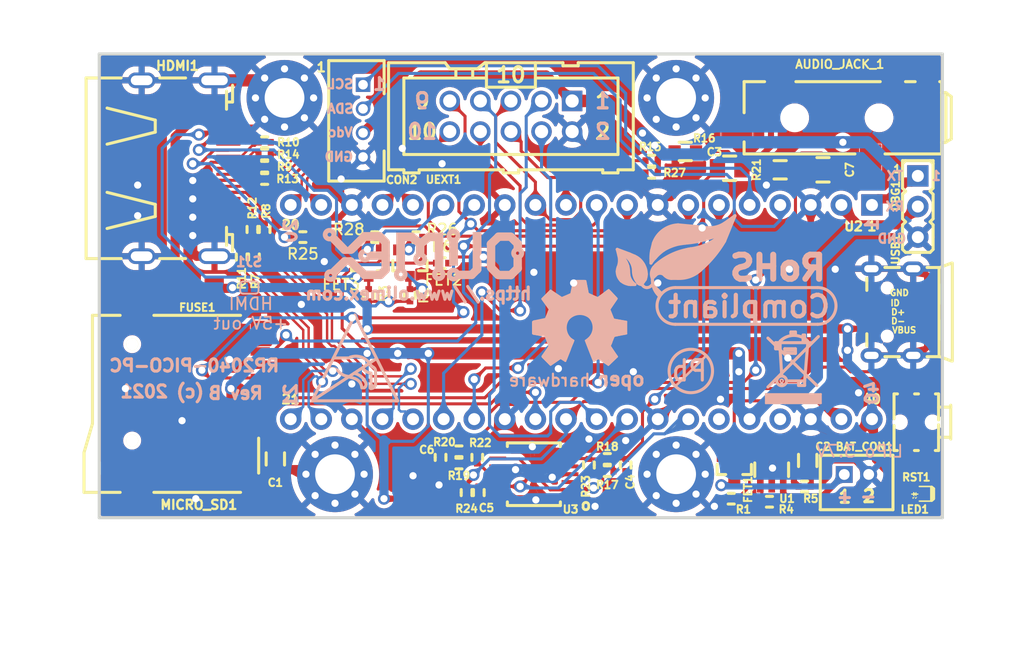
<source format=kicad_pcb>
(kicad_pcb (version 20221018) (generator pcbnew)
  (title_block (title "RP2040-PICO-PC") (date "2021-03-08") (rev "A") (company "OLIMEX LTD, Bulgaria") (comment 1 "<c> 2021"))
  (layers (0 "F.Cu" signal) (31 "B.Cu" signal) (34 "B.Paste" user) (35 "F.Paste" user) (36 "B.SilkS" user "B.Silkscreen") (37 "F.SilkS" user "F.Silkscreen") (38 "B.Mask" user) (39 "F.Mask" user) (44 "Edge.Cuts" user))
  (net 0 "")
  (net 1 "GND")
  (net 2 "Net-(FID1-PadFid1)")
  (net 3 "Net-(FID2-PadFid1)")
  (net 4 "Net-(FID3-PadFid1)")
  (net 5 "+5V")
  (net 6 "+BATT")
  (net 7 "Net-(R4-Pad1)")
  (net 8 "Net-(LED1-Pad1)")
  (net 9 "+3V3")
  (net 10 "/nRESET")
  (net 11 "/VSYS")
  (net 12 "Net-(FUSE1-Pad2)")
  (net 13 "/D2+")
  (net 14 "/D2-")
  (net 15 "/D1+")
  (net 16 "/D1-")
  (net 17 "/D0+")
  (net 18 "/D0-")
  (net 19 "/CK+")
  (net 20 "/CK-")
  (net 21 "Net-(HDMI1-Pad14)")
  (net 22 "Net-(HDMI1-Pad19)")
  (net 23 "/PICO_D2-")
  (net 24 "/PICO_D1-")
  (net 25 "/PICO_D0-")
  (net 26 "/PICO_CK-")
  (net 27 "/PICO_D2+")
  (net 28 "/PICO_D1+")
  (net 29 "/PICO_D0+")
  (net 30 "/PICO_CK+")
  (net 31 "Net-(R1-Pad1)")
  (net 32 "Net-(USB1-Pad4)")
  (net 33 "Net-(USB1-Pad3)")
  (net 34 "Net-(USB1-Pad2)")
  (net 35 "Net-(U2-Pad35)")
  (net 36 "Net-(U2-Pad37)")
  (net 37 "/PWM_AUDIO_L")
  (net 38 "/PWM_AUDIO_R")
  (net 39 "Net-(R22-Pad2)")
  (net 40 "Net-(R23-Pad2)")
  (net 41 "/UART1_TX")
  (net 42 "/UART1_RX")
  (net 43 "/I2C1_SCL")
  (net 44 "/UART0_TX")
  (net 45 "/UART0_RX")
  (net 46 "Net-(C3-Pad2)")
  (net 47 "Net-(C6-Pad2)")
  (net 48 "Net-(R18-Pad2)")
  (net 49 "Net-(R19-Pad2)")
  (net 50 "Net-(FID4-PadFid1)")
  (net 51 "/I2C1_SDA")
  (net 52 "/DVI_CEC")
  (net 53 "Net-(MICRO_SD1-Pad9)")
  (net 54 "Net-(MICRO_SD1-Pad8)")
  (net 55 "/SPI0_MISO")
  (net 56 "/SPI0_CLK")
  (net 57 "/SPI0_MOSI")
  (net 58 "/SPI0_CSn1")
  (net 59 "Net-(MICRO_SD1-Pad1)")
  (net 60 "/I2C0_SCL")
  (net 61 "/I2C0_SDA")
  (net 62 "/PWM_R")
  (net 63 "/SPI0_CSn0")
  (net 64 "/PWM_L")
  (net 65 "Net-(FUSE1-Pad1)")
  (net 66 "Net-(AUDIO_JACK_1-Pad1)")
  (net 67 "Net-(AUDIO_JACK_1-Pad4)")
  (net 68 "/I2C1A_SCL_33")
  (net 69 "/I2C1A_SCL_5")
  (net 70 "/I2C1A_SDA_33")
  (net 71 "/I2C1A_SDA_5")
  (net 72 "Net-(HDMI1-Pad13)")
  (footprint "OLIMEX_Other-FP:Fiducial1x3" (layer "F.Cu") (at 180.975 128.778)
    (fp_text reference "FID2" hide)
    (fp_text value "Fiducial" hide)
  )
  (footprint "OLIMEX_RLC-FP:C_0603_5MIL_DWS" (layer "F.Cu") (at 134.62 134.62 90)
    (fp_text reference "C1")
    (fp_text value "10uF/6.3V/0603")
  )
  (footprint "OLIMEX_RLC-FP:R_0603_5MIL_DWS" (layer "F.Cu") (at 176.53 110.617)
    (fp_text reference "R21")
    (fp_text value "1.8K/5%/0603 ")
  )
  (footprint "OLIMEX_RLC-FP:C_0805_5MIL_DWS" (layer "F.Cu") (at 180.086 110.617 180)
    (fp_text reference "C7")
    (fp_text value "47UF/6.3V/20%/0805")
  )
  (footprint "OLIMEX_RLC-FP:C_0805_5MIL_DWS" (layer "F.Cu") (at 172.339 110.49 180)
    (fp_text reference "C3")
    (fp_text value "47UF/6.3V/20%/0805")
  )
  (footprint "OLIMEX_RLC-FP:R_0402_5MIL_DWS" (layer "F.Cu") (at 162.179 135.636)
    (fp_text reference "R17")
    (fp_text value "100R/5%/0402")
  )
  (footprint "OLIMEX_RLC-FP:R_0402_5MIL_DWS" (layer "F.Cu") (at 162.179 134.62 180)
    (fp_text reference "R18")
    (fp_text value "220R/5%/0402")
  )
  (footprint "OLIMEX_RLC-FP:C_0402_5MIL_DWS" (layer "F.Cu") (at 163.703 135.128 90)
    (fp_text reference "C4")
    (fp_text value "100NF/10%/10VDC/0402")
  )
  (footprint "OLIMEX_RLC-FP:R_0402_5MIL_DWS" (layer "F.Cu") (at 160.655 135.128 -90)
    (fp_text reference "R23")
    (fp_text value "NA/0402")
  )
  (footprint "OLIMEX_Connectors-FP:HN1x3" (layer "F.Cu") (at 187.96 113.665 -90)
    (fp_text reference "DBG1")
    (fp_text value "NH1x3")
  )
  (footprint "OLIMEX_RLC-FP:R_0402_5MIL_DWS" (layer "F.Cu") (at 165.862 109.855 180)
    (fp_text reference "R15")
    (fp_text value "2.2K/0402")
  )
  (footprint "OLIMEX_IC-FP:74LVC125A(TSSOP14-14_leads-4.4mm_body_width-SOT402-1)" (layer "F.Cu") (at 156.083 135.89 180)
    (fp_text reference "U3")
    (fp_text value "74LVC125APW")
  )
  (footprint "OLIMEX_RLC-FP:C_0402_5MIL_DWS" (layer "F.Cu") (at 151.511 137.414 90)
    (fp_text reference "C5")
    (fp_text value "100NF/10%/10VDC/0402")
  )
  (footprint "OLIMEX_RLC-FP:R_0603_5MIL_DWS" (layer "F.Cu") (at 168.656 109.093)
    (fp_text reference "R16")
    (fp_text value "1.8K/5%/0603 ")
  )
  (footprint "OLIMEX_RLC-FP:R_0402_5MIL_DWS" (layer "F.Cu") (at 172.466 137.922 180)
    (fp_text reference "R1")
    (fp_text value "1.5K/5%/0402")
  )
  (footprint "OLIMEX_Buttons-FP:TSW34-W16PR-220" (layer "F.Cu") (at 187.833 131.572 90)
    (fp_text reference "RST1")
    (fp_text value "SIDE_WTCM-TR(3x4)")
  )
  (footprint "OLIMEX_RLC-FP:R_0402_5MIL_DWS" (layer "F.Cu") (at 151.384 134.493 -90)
    (fp_text reference "R22")
    (fp_text value "NA/0402")
  )
  (footprint "OLIMEX_RLC-FP:R_0402_5MIL_DWS" (layer "F.Cu") (at 133.731 109.347 180)
    (fp_text reference "R14")
    (fp_text value "270R/0402")
  )
  (footprint "OLIMEX_RLC-FP:R_0402_5MIL_DWS" (layer "F.Cu") (at 133.731 115.57 90)
    (fp_text reference "R8")
    (fp_text value "270R/0402")
  )
  (footprint "OLIMEX_RLC-FP:R_0402_5MIL_DWS" (layer "F.Cu") (at 133.731 108.331 180)
    (fp_text reference "R10")
    (fp_text value "270R/0402")
  )
  (footprint "OLIMEX_RLC-FP:R_0402_5MIL_DWS" (layer "F.Cu") (at 133.731 111.379 180)
    (fp_text reference "R13")
    (fp_text value "270R/0402")
  )
  (footprint "OLIMEX_RLC-FP:R_0402_5MIL_DWS" (layer "F.Cu") (at 132.842 117.856 90)
    (fp_text reference "R7")
    (fp_text value "270R/0402")
  )
  (footprint "OLIMEX_IC-FP:SOT-23-5" (layer "F.Cu") (at 175.8315 135.509 -90)
    (fp_text reference "U1")
    (fp_text value "BL4054B-42TPRN(SOT23-5)")
  )
  (footprint "OLIMEX_Connectors-FP:CL0104PV1K0" (layer "F.Cu") (at 141.351 106.553 90)
    (fp_text reference "CON2")
    (fp_text value "CI0104P1VK0")
  )
  (footprint "OLIMEX_Connectors-FP:HDMI-SWM-19-TEST" (layer "F.Cu") (at 124.968 110.49 90)
    (fp_text reference "HDMI1")
    (fp_text value "HDMI-SWM-19")
  )
  (footprint "OLIMEX_Connectors-FP:TFC-WPAPR-08" (layer "F.Cu") (at 126.365 130.048 180)
    (fp_text reference "MICRO_SD1")
    (fp_text value "MICRO_SD(TFC-WPAPR-08)")
  )
  (footprint "OLIMEX_RLC-FP:R_0402_5MIL_DWS" (layer "F.Cu") (at 131.826 117.856 90)
    (fp_text reference "R11")
    (fp_text value "270R/0402")
  )
  (footprint "OLIMEX_RLC-FP:R_0402_5MIL_DWS" (layer "F.Cu") (at 175.641 138.176)
    (fp_text reference "R4")
    (fp_text value "2K/5%/0402")
  )
  (footprint "OLIMEX_Other-FP:Fiducial1x3" (layer "F.Cu") (at 122.428 106.426)
    (fp_text reference "FID3" hide)
    (fp_text value "Fiducial" hide)
  )
  (footprint "OLIMEX_Devices-FP:FUSE-1206" (layer "F.Cu") (at 128.143 120.4595 180)
    (fp_text reference "FUSE1")
    (fp_text value "FSMD035")
  )
  (footprint "OLIMEX_LEDs-FP:LED_0603_KA" (layer "F.Cu") (at 187.706 137.541 180)
    (fp_text reference "LED1")
    (fp_text value "Red")
  )
  (footprint "OLIMEX_Other-FP:Mounting_hole_Shield_3.3mm" (layer "F.Cu") (at 135.382 104.648)
    (fp_text reference "MH1" hide)
    (fp_text value "Mounting_hole_Shield_3.3mm" hide)
  )
  (footprint "OLIMEX_Other-FP:Mounting_hole_Shield_3.3mm" (layer "F.Cu") (at 139.573 135.89)
    (fp_text reference "MH2" hide)
    (fp_text value "Mounting_hole_Shield_3.3mm" hide)
  )
  (footprint "OLIMEX_Other-FP:Mounting_hole_Shield_3.3mm" (layer "F.Cu") (at 167.894 104.648)
    (fp_text reference "MH3" hide)
    (fp_text value "Mounting_hole_Shield_3.3mm" hide)
  )
  (footprint "OLIMEX_Other-FP:Mounting_hole_Shield_3.3mm" (layer "F.Cu") (at 167.894 135.89)
    (fp_text reference "MH4" hide)
    (fp_text value "Mounting_hole_Shield_3.3mm" hide)
  )
  (footprint "OLIMEX_Connectors-FP:BH10S" (layer "F.Cu") (at 154.178 106.172 180)
    (fp_text reference "UEXT1")
    (fp_text value "BH10S")
  )
  (footprint "OLIMEX_Other-FP:Fiducial1x3" (layer "F.Cu") (at 187.833 107.061)
    (fp_text reference "FID1" hide)
    (fp_text value "Fiducial" hide)
  )
  (footprint "OLIMEX_Other-FP:Fiducial1x3" (layer "F.Cu") (at 121.793 135.382)
    (fp_text reference "FID4" hide)
    (fp_text value "Fiducial" hide)
  )
  (footprint "OLIMEX_Connectors-FP:USB-MICRO_MISB-SWMM-5B_LF" (layer "F.Cu") (at 187.325 122.428)
    (fp_text reference "USB1")
    (fp_text value "USB-MINI")
  )
  (footprint "OLIMEX_RLC-FP:R_0402_5MIL_DWS" (layer "F.Cu") (at 132.715 115.57 90)
    (fp_text reference "R12")
    (fp_text value "270R/0402")
  )
  (footprint "OLIMEX_RLC-FP:R_0402_5MIL_DWS" (layer "F.Cu") (at 133.731 110.363 180)
    (fp_text reference "R9")
    (fp_text value "270R/0402")
  )
  (footprint "OLIMEX_RLC-FP:R_0402_5MIL_DWS" (layer "F.Cu") (at 165.862 110.871)
    (fp_text reference "R27")
    (fp_text value "2.2K/0402")
  )
  (footprint "OLIMEX_Cases-FP:RP_Pico2040" (layer "F.Cu") (at 160.02 122.428 -90)
    (fp_text reference "U2")
    (fp_text value "RP_pico2040")
  )
  (footprint "OLIMEX_RLC-FP:R_0402_5MIL_DWS" (layer "F.Cu") (at 150.495 137.414 90)
    (fp_text reference "R24")
    (fp_text value "10K/5%/0402")
  )
  (footprint "OLIMEX_Connectors-FP:LIPO_BAT_VERTICAL_DW02S" (layer "F.Cu") (at 182.88 139.446)
    (fp_text reference "BAT_CON1")
    (fp_text value "DW02S")
  )
  (footprint "OLIMEX_RLC-FP:C_0603_5MIL_DWS" (layer "F.Cu") (at 178.816 134.747 90)
    (fp_text reference "C2")
    (fp_text value "1uF/6.3V/0603")
  )
  (footprint "OLIMEX_Transistors-FP:SOT23" (layer "F.Cu") (at 172.72 135.2804 90)
    (fp_text reference "FET1")
    (fp_text value "WPM2015")
  )
  (footprint "OLIMEX_RLC-FP:R_0402_5MIL_DWS" (layer "F.Cu") (at 149.86 133.985 180)
    (fp_text reference "R20")
    (fp_text value "100R/5%/0402")
  )
  (footprint "OLIMEX_RLC-FP:C_0402_5MIL_DWS" (layer "F.Cu") (at 148.336 134.493 -90)
    (fp_text reference "C6")
    (fp_text value "100NF/10%/10VDC/0402")
  )
  (footprint "OLIMEX_RLC-FP:R_0402_5MIL_DWS" (layer "F.Cu") (at 149.86 135.001)
    (fp_text reference "R19")
    (fp_text value "220R/5%/0402")
  )
  (footprint "OLIMEX_RLC-FP:R_0402_5MIL_DWS" (layer "F.Cu") (at 178.562 136.906 180)
    (fp_text reference "R5")
    (fp_text value "100K/0402")
  )
  (footprint "OLIMEX_RLC-FP:R_0402_5MIL_DWS" (layer "F.Cu") (at 145.796 121.031 90)
    (fp_text reference "R2")
    (fp_text value "2.2K/0402")
  )
  (footprint "OLIMEX_RLC-FP:R_0402_5MIL_DWS" (layer "F.Cu") (at 142.367 121.031 90)
    (fp_text reference "R3")
    (fp_text value "2.2K/0402")
  )
  (footprint "OLIMEX_Connectors-FP:PJ-W47S-05D2-LF_5PIN_V2" (layer "F.Cu") (at 181.737 106.299 180)
    (fp_text reference "AUDIO_JACK_1")
    (fp_text value "PJ-W47S-05D2-LF_V2")
  )
  (footprint "OLIMEX_Transistors-FP:SOT23" (layer "F.Cu") (at 145.796 118.364 90)
    (fp_text reference "FET2")
    (fp_text value "BSS138")
  )
  (footprint "OLIMEX_RLC-FP:R_0402_5MIL_DWS" (layer "F.Cu") (at 148.463 118.364)
    (fp_text reference "R6")
    (fp_text value "2.2K/0402")
  )
  (footprint "OLIMEX_RLC-FP:R_0402_5MIL_DWS" (layer "F.Cu") (at 136.906 116.205 180)
    (fp_text reference "R25")
    (fp_text value "270R/0402")
  )
  (footprint "OLIMEX_RLC-FP:R_0402_5MIL_DWS" (layer "F.Cu") (at 146.304 116.205)
    (fp_text reference "R26")
    (fp_text value "2.2K/0402")
  )
  (footprint "OLIMEX_RLC-FP:R_0402_5MIL_DWS" (layer "F.Cu") (at 142.875 116.205)
    (fp_text reference "R28")
    (fp_text value "2.2K/0402")
  )
  (footprint "OLIMEX_Transistors-FP:SOT23" (layer "F.Cu") (at 142.367 118.364 90)
    (fp_text reference "FET3")
    (fp_text value "BSS138")
  )
  (footprint "OLIMEX_LOGOs-FP:LOGO_ANTISTATIC_1" (layer "B.Cu") (at 144.78 129.794 180)
    (fp_text reference "Antistatic" hide)
    (fp_text value "Logo" hide)
  )
  (footprint "OLIMEX_LOGOs-FP:LOGO_OPENHARDWARE_8x8" (layer "B.Cu") (at 159.893 123.825 180)
    (fp_text reference "Open_Hardware" hide)
    (fp_text value "Logo" hide)
  )
  (footprint "OLIMEX_LOGOs-FP:LOGO_RECYCLEBIN_1" (layer "B.Cu") (at 179.959 130.048 180)
    (fp_text reference "Recycle_bin" hide)
    (fp_text value "logo" hide)
  )
  (footprint "OLIMEX_LOGOs-FP:LOGO_ROHS_1" (layer "B.Cu") (at 180.1495 122.809 180)
    (fp_text reference "RoHS_Complaint" hide)
    (fp_text value "Logo" hide)
  )
  (footprint "OLIMEX_LOGOs-FP:OLIMEX_LOGO_TB" (layer "B.Cu") (at 146.7485 117.6655 180)
    (fp_text reference "OLIMEX_LOGO" hide)
    (fp_text value "Logo" hide)
  )
  (footprint "OLIMEX_LOGOs-FP:LOGO_PBFREE" (layer "B.Cu") (at 168.91 127.635 180)
    (fp_text reference "PB_FREE")
    (fp_text value "Logo")
  )
  (footprint "OLIMEX_Jumpers-FP:SJ_1_SMALLER" (layer "B.Cu") (at 132.461 120.396 180)
    (fp_text reference "SJ1")
    (fp_text value "open" hide)
  )
  (gr_line (start 190 101) (end 120 101) (stroke (width 0.254)) (layer "Edge.Cuts"))
  (gr_line (start 120 101) (end 120 139.5) (stroke (width 0.254)) (layer "Edge.Cuts"))
  (gr_line (start 120 139.5) (end 190 139.5) (stroke (width 0.254)) (layer "Edge.Cuts"))
  (gr_line (start 190 139.5) (end 190 101) (stroke (width 0.254)) (layer "Edge.Cuts"))
  (gr_text "https://www.olimex.com" (at 146.4945 120.904) (layer "B.SilkS") (effects (font (size 1.016 1.016) (thickness 0.254)) (justify mirror)))
  (gr_text "RP2040-PICO-PC" (at 127.889 126.873) (layer "B.SilkS") (effects (font (size 1.016 1.016) (thickness 0.254)) (justify mirror)))
  (gr_text "HDMI\n+5V out" (at 132.588 122.555) (layer "B.SilkS") (effects (font (size 1 1)) (justify mirror)))
  (gr_text "(c) 2021" (at 125.222 129.032) (layer "B.SilkS") (effects (font (size 1.016 1.016) (thickness 0.254)) (justify mirror)))
  (gr_text "Rev B" (at 131.318 129.159) (layer "B.SilkS") (effects (font (size 1.016 1.016) (thickness 0.254)) (justify mirror)))
  (gr_text "LiPo 3.7V" (at 183.134 133.985) (layer "B.SilkS") (effects (font (size 1 1)) (justify mirror)))
  (segment (start 155.956 133.604) (end 156.292 133.94) (width 0.508) (layer "F.Cu") (net 1))
  (segment (start 151.795 137.19) (end 151.511 136.906) (width 0.254) (layer "F.Cu") (net 1))
  (segment (start 179.07 135.89) (end 179.07 136.906) (width 0.508) (layer "F.Cu") (net 1))
  (segment (start 167.767 109.093) (end 167.894 109.22) (width 0.508) (layer "F.Cu") (net 1))
  (segment (start 167.894 112.522) (end 167.894 109.22) (width 0.508) (layer "F.Cu") (net 1))
  (segment (start 140.716 113.538) (end 139.954 112.776) (width 0.762) (layer "F.Cu") (net 1))
  (segment (start 186.944 134.0358) (end 187.6298 133.35) (width 0.508) (layer "F.Cu") (net 1))
  (segment (start 186.69 134.874) (end 186.69 135.636) (width 0.762) (layer "F.Cu") (net 1))
  (segment (start 139.954 112.776) (end 139.954 111.506) (width 0.762) (layer "F.Cu") (net 1))
  (segment (start 168.021 129.667) (end 166.37 131.318) (width 0.508) (layer "F.Cu") (net 1))
  (segment (start 177.292 118.364) (end 177.292 118.872) (width 0.508) (layer "F.Cu") (net 1))
  (segment (start 175.641 110.617) (end 175.641 111.633) (width 0.254) (layer "F.Cu") (net 1))
  (segment (start 159.083 133.94) (end 156.292 133.94) (width 0.254) (layer "F.Cu") (net 1))
  (segment (start 188.725 120.928) (end 188.725 119.383) (width 0.508) (layer "F.Cu") (net 1))
  (segment (start 129.326 112.99) (end 127.762 114.554) (width 0.254) (layer "F.Cu") (net 1))
  (segment (start 154.4762 137.89) (end 154.305 137.7188) (width 0.508) (layer "F.Cu") (net 1))
  (segment (start 155.956 137.730053) (end 156.24634 138.020393) (width 0.254) (layer "F.Cu") (net 1))
  (segment (start 171.069 138.557) (end 171.196 138.684) (width 0.508) (layer "F.Cu") (net 1))
  (segment (start 130.718 112.99) (end 129.326 112.99) (width 0.254) (layer "F.Cu") (net 1))
  (segment (start 154.4955 132.6515) (end 154.7495 132.3975) (width 0.254) (layer "F.Cu") (net 1))
  (segment (start 186.944 135.001) (end 186.944 134.62) (width 0.508) (layer "F.Cu") (net 1))
  (segment (start 180.213 135.382) (end 180.213 135.509) (width 0.254) (layer "F.Cu") (net 1))
  (segment (start 184.105 118.828) (end 181.146 118.828) (width 0.508) (layer "F.Cu") (net 1))
  (segment (start 187.575 126.028) (end 188.043 126.028) (width 0.508) (layer "F.Cu") (net 1))
  (segment (start 152.74925 132.42925) (end 152.9715 132.6515) (width 0.254) (layer "F.Cu") (net 1))
  (segment (start 159.083 133.94) (end 159.76782 133.94) (width 0.254) (layer "F.Cu") (net 1))
  (segment (start 155.956 133.604) (end 155.956 137.730053) (width 0.254) (layer "F.Cu") (net 1))
  (segment (start 133.04 106.99) (end 135.382 104.648) (width 0.254) (layer "F.Cu") (net 1))
  (segment (start 127.762 114.554) (end 127.826 114.49) (width 0.254) (layer "F.Cu") (net 1))
  (segment (start 157.861 135.89) (end 157.607 136.144) (width 0.254) (layer "F.Cu") (net 1))
  (segment (start 127.762 111.506) (end 127.778 111.49) (width 0.254) (layer "F.Cu") (net 1))
  (segment (start 156.292 133.94) (end 158.07 133.94) (width 0.508) (layer "F.Cu") (net 1))
  (segment (start 154.4762 137.89) (end 158.083 137.89) (width 0.508) (layer "F.Cu") (net 1))
  (segment (start 159.083 135.89) (end 157.861 135.89) (width 0.254) (layer "F.Cu") (net 1))
  (segment (start 175.641 111.633) (end 175.387 111.887) (width 0.254) (layer "F.Cu") (net 1))
  (segment (start 182.753 134.747) (end 183.88076 135.87476) (width 0.508) (layer "F.Cu") (net 1))
  (segment (start 129.35 114.49) (end 127.762 116.078) (width 0.254) (layer "F.Cu") (net 1))
  (segment (start 154.29 135.24) (end 153.083 135.24) (width 0.254) (layer "F.Cu") (net 1))
  (segment (start 179.07 113.538) (end 179.07 116.586) (width 0.508) (layer "F.Cu") (net 1))
  (segment (start 139.954 111.506) (end 140.081 111.379) (width 0.762) (layer "F.Cu") (net 1))
  (segment (start 188.17 118.828) (end 187.575 118.828) (width 0.508) (layer "F.Cu") (net 1))
  (segment (start 186.944 128.524) (end 186.944 128.27) (width 0.508) (layer "F.Cu") (net 1))
  (segment (start 130.718 109.99) (end 129.278 109.99) (width 0.254) (layer "F.Cu") (net 1))
  (segment (start 183.642 128.524) (end 186.944 128.524) (width 0.508) (layer "F.Cu") (net 1))
  (segment (start 130.718 111.49) (end 129.302 111.49) (width 0.254) (layer "F.Cu") (net 1))
  (segment (start 183.88076 135.87476) (end 183.88076 135.90778) (width 0.508) (layer "F.Cu") (net 1))
  (segment (start 179.07 135.382) (end 180.213 135.382) (width 0.508) (layer "F.Cu") (net 1))
  (segment (start 166.9415 112.9665) (end 167.4495 112.9665) (width 0.508) (layer "F.Cu") (net 1))
  (segment (start 128.077 117.79) (end 129.568 117.79) (width 0.762) (layer "F.Cu") (net 1))
  (segment (start 175.895 135.382) (end 175.8315 135.4455) (width 0.508) (layer "F.Cu") (net 1))
  (segment (start 159.083 137.89) (end 158.083 137.89) (width 0.254) (layer "F.Cu") (net 1))
  (segment (start 159.84982 133.858) (end 163.576 133.858) (width 0.254) (layer "F.Cu") (net 1))
  (segment (start 161.671 135.636) (end 161.798 135.763) (width 0.254) (layer "F.Cu") (net 1))
  (segment (start 189.2935 135.89) (end 187.833 135.89) (width 0.508) (layer "F.Cu") (net 1))
  (segment (start 127.762 113.03) (end 127.802 112.99) (width 0.254) (layer "F.Cu") (net 1))
  (segment (start 159.083 133.94) (end 159.128 133.985) (width 0.254) (layer "F.Cu") (net 1))
  (segment (start 175.8315 135.4455) (end 175.8315 136.906) (width 0.508) (layer "F.Cu") (net 1))
  (segment (start 171.069 138.176) (end 171.323 137.922) (width 0.508) (layer "F.Cu") (net 1))
  (segment (start 187.575 118.828) (end 184.105 118.828) (width 0.508) (layer "F.Cu") (net 1))
  (segment (start 154.559 135.509) (end 154.29 135.24) (width 0.254) (layer "F.Cu") (net 1))
  (segment (start 127.762 117.475) (end 128.077 117.79) (width 0.762) (layer "F.Cu") (net 1))
  (segment (start 129.278 109.99) (end 127.762 111.506) (width 0.254) (layer "F.Cu") (net 1))
  (segment (start 161.925 136.652) (end 161.925 137.795) (width 0.254) (layer "F.Cu") (net 1))
  (segment (start 153.083 137.19) (end 151.795 137.19) (width 0.254) (layer "F.Cu") (net 1))
  (segment (start 153.67 131.318) (end 155.956 133.604) (width 0.508) (layer "F.Cu") (net 1))
  (segment (start 188.725 119.383) (end 188.17 118.828) (width 0.508) (layer "F.Cu") (net 1))
  (segment (start 167.4495 112.9665) (end 167.894 112.522) (width 0.508) (layer "F.Cu") (net 1))
  (segment (start 183.88076 135.90778) (end 183.88076 136.16178) (width 0.508) (layer "F.Cu") (net 1))
  (segment (start 188.725 125.346) (end 188.725 123.928) (width 0.508) (layer "F.Cu") (net 1))
  (segment (start 171.069 138.557) (end 171.069 138.176) (width 0.508) (layer "F.Cu") (net 1))
  (segment (start 179.07 116.586) (end 177.292 118.364) (width 0.508) (layer "F.Cu") (net 1))
  (segment (start 187.6298 133.35) (end 187.6298 129.7813) (width 0.508) (layer "F.Cu") (net 1))
  (segment (start 150.368 133.858) (end 151.003 133.223) (width 0.254) (layer "F.Cu") (net 1))
  (segment (start 187.6298 129.7813) (end 186.944 129.0955) (width 0.508) (layer "F.Cu") (net 1))
  (segment (start 161.925 137.795) (end 161.163 138.557) (width 0.254) (layer "F.Cu") (net 1))
  (segment (start 140.97 113.538) (end 140.716 113.538) (width 0.762) (layer "F.Cu") (net 1))
  (segment (start 180.213 135.382) (end 180.848 134.747) (width 0.508) (layer "F.Cu") (net 1))
  (segment (start 188.725 123.928) (end 188.725 120.928) (width 0.508) (layer "F.Cu") (net 1))
  (segment (start 153.67 131.5085) (end 153.67 131.318) (width 0.254) (layer "F.Cu") (net 1))
  (segment (start 170.307 129.667) (end 170.18 129.794) (width 0.254) (layer "F.Cu") (net 1))
  (segment (start 130.718 106.99) (end 133.04 106.99) (width 0.254) (layer "F.Cu") (net 1))
  (segment (start 188.043 126.028) (end 188.725 125.346) (width 0.508) (layer "F.Cu") (net 1))
  (segment (start 127.762 116.078) (end 127.762 117.475) (width 0.762) (layer "F.Cu") (net 1))
  (segment (start 187.198 136.144) (end 189.103 136.144) (width 0.762) (layer "F.Cu") (net 1))
  (segment (start 186.944 134.62) (end 186.944 134.0358) (width 0.508) (layer "F.Cu") (net 1))
  (segment (start 129.302 111.49) (end 127.762 113.03) (width 0.254) (layer "F.Cu") (net 1))
  (segment (start 152.74925 132.42925) (end 153.67 131.5085) (width 0.254) (layer "F.Cu") (net 1))
  (segment (start 134.62 135.509) (end 136.779 135.509) (width 0.762) (layer "F.Cu") (net 1))
  (segment (start 175.514 110.617) (end 175.641 110.617) (width 0.254) (layer "F.Cu") (net 1))
  (segment (start 184.105 126.028) (end 187.575 126.028) (width 0.508) (layer "F.Cu") (net 1))
  (segment (start 153.083 137.19) (end 153.7762 137.19) (width 0.254) (layer "F.Cu") (net 1))
  (segment (start 170.307 129.667) (end 168.021 129.667) (width 0.508) (layer "F.Cu") (net 1))
  (segment (start 177.292 118.872) (end 181.102 118.872) (width 0.508) (layer "F.Cu") (net 1))
  (segment (start 186.944 134.62) (end 186.69 134.874) (width 0.762) (layer "F.Cu") (net 1))
  (segment (start 171.577 129.667) (end 170.307 129.667) (width 0.508) (layer "F.Cu") (net 1))
  (segment (start 129.568 103.19) (end 133.538 103.19) (width 1.016) (layer "F.Cu") (net 1))
  (segment (start 181.146 118.828) (end 181.102 118.872) (width 0.508) (layer "F.Cu") (net 1))
  (segment (start 159.76782 133.94) (end 159.84982 133.858) (width 0.254) (layer "F.Cu") (net 1))
  (segment (start 159.128 133.985) (end 163.576 133.985) (width 0.254) (layer "F.Cu") (net 1))
  (segment (start 136.779 135.509) (end 137.16 135.89) (width 0.762) (layer "F.Cu") (net 1))
  (segment (start 160.496 137.89) (end 161.163 138.557) (width 0.508) (layer "F.Cu") (net 1))
  (segment (start 152.9715 132.6515) (end 154.4955 132.6515) (width 0.254) (layer "F.Cu") (net 1))
  (segment (start 183.03875 129.12725) (end 183.642 128.524) (width 0.508) (layer "F.Cu") (net 1))
  (segment (start 167.386 136.398) (end 167.894 135.89) (width 0.508) (layer "F.Cu") (net 1))
  (segment (start 141.901 109.553) (end 141.859 109.595) (width 0.508) (layer "F.Cu") (net 1))
  (segment (start 153.7762 137.19) (end 154.305 137.7188) (width 0.254) (layer "F.Cu") (net 1))
  (segment (start 159.083 133.94) (end 157.5435 133.94) (width 0.254) (layer "F.Cu") (net 1))
  (segment (start 186.944 129.0955) (end 186.944 128.524) (width 0.508) (layer "F.Cu") (net 1))
  (segment (start 133.538 103.19) (end 133.731 102.997) (width 1.016) (layer "F.Cu") (net 1))
  (segment (start 186.69 135.636) (end 187.198 136.144) (width 0.762) (layer "F.Cu") (net 1))
  (segment (start 178.816 135.636) (end 179.07 135.89) (width 0.508) (layer "F.Cu") (net 1))
  (segment (start 151.003 133.223) (end 151.9555 133.223) (width 0.254) (layer "F.Cu") (net 1))
  (segment (start 161.798 136.525) (end 161.925 136.652) (width 0.254) (layer "F.Cu") (net 1))
  (segment (start 160.115 137.89) (end 160.496 137.89) (width 0.508) (layer "F.Cu") (net 1))
  (segment (start 130.718 114.49) (end 129.35 114.49) (width 0.254) (layer "F.Cu") (net 1))
  (segment (start 178.816 135.636) (end 179.07 135.382) (width 0.508) (layer "F.Cu") (net 1))
  (segment (start 187.833 135.89) (end 186.944 135.001) (width 0.508) (layer "F.Cu") (net 1))
  (segment (start 180.848 134.747) (end 182.753 134.747) (width 0.508) (layer "F.Cu") (net 1))
  (segment (start 151.9555 133.223) (end 152.74925 132.42925) (width 0.254) (layer "F.Cu") (net 1))
  (segment (start 139.192 135.509) (end 139.573 135.89) (width 0.762) (layer "F.Cu") (net 1))
  (segment (start 161.798 135.763) (end 161.798 136.525) (width 0.254) (layer "F.Cu") (net 1))
  (segment (start 150.368 133.985) (end 150.368 133.858) (width 0.254) (layer "F.Cu") (net 1))
  (segment (start 159.083 137.89) (end 160.115 137.89) (width 0.254) (layer "F.Cu") (net 1))
  (segment (start 171.323 137.922) (end 171.958 137.922) (width 0.508) (layer "F.Cu") (net 1))
  (via (at 177.292 118.872) (size 1) (drill 0.6) (layers "F.Cu" "B.Cu") (net 1))
  (via (at 171.577 129.667) (size 1) (drill 0.6) (layers "F.Cu" "B.Cu") (net 1))
  (via (at 160.655 132.969) (size 1) (drill 0.6) (layers "F.Cu" "B.Cu") (net 1))
  (via (at 157.607 136.144) (size 1) (drill 0.6) (layers "F.Cu" "B.Cu") (net 1))
  (via (at 130.81 126.365) (size 1) (drill 0.6) (layers "F.Cu" "B.Cu") (net 1))
  (via (at 126.873 131.445) (size 1) (drill 0.6) (layers "F.Cu" "B.Cu") (net 1))
  (via (at 127.762 113.03) (size 1) (drill 0.6) (layers "F.Cu" "B.Cu") (net 1))
  (via (at 140.97 128.397) (size 1) (drill 0.6) (layers "F.Cu" "B.Cu") (net 1))
  (via (at 123.19 114.427) (size 1) (drill 0.6) (layers "F.Cu" "B.Cu") (net 1))
  (via (at 175.895 135.382) (size 1) (drill 0.6) (layers "F.Cu" "B.Cu") (net 1))
  (via (at 140.081 111.379) (size 1) (drill 0.6) (layers "F.Cu" "B.Cu") (net 1))
  (via (at 163.703 133.096) (size 1) (drill 0.6) (layers "F.Cu" "B.Cu") (net 1))
  (via (at 155.956 133.604) (size 1) (drill 0.6) (layers "F.Cu" "B.Cu") (net 1))
  (via (at 156.083 119.126) (size 1) (drill 0.6) (layers "F.Cu" "B.Cu") (net 1))
  (via (at 177.165 126.238) (size 1) (drill 0.6) (layers "F.Cu" "B.Cu") (net 1))
  (via (at 123.19 111.887) (size 1) (drill 0.6) (layers "F.Cu" "B.Cu") (net 1))
  (via (at 181.102 118.872) (size 1) (drill 0.6) (layers "F.Cu" "B.Cu") (net 1))
  (via (at 127.762 111.506) (size 1) (drill 0.6) (layers "F.Cu" "B.Cu") (net 1))
  (via (at 183.03875 129.12725) (size 1) (drill 0.6) (layers "F.Cu" "B.Cu") (net 1))
  (via (at 122.174 128.778) (size 1) (drill 0.6) (layers "F.Cu" "B.Cu") (net 1))
  (via (at 127.762 114.554) (size 1) (drill 0.6) (layers "F.Cu" "B.Cu") (net 1))
  (via (at 175.387 111.887) (size 1) (drill 0.6) (layers "F.Cu" "B.Cu") (net 1))
  (via (at 158.115 127.127) (size 1) (drill 0.6) (layers "F.Cu" "B.Cu") (net 1))
  (via (at 148.209 136.779) (size 1) (drill 0.6) (layers "F.Cu" "B.Cu") (net 1))
  (via (at 159.385 120.015) (size 1) (drill 0.6) (layers "F.Cu" "B.Cu") (net 1))
  (via (at 128.016 137.922) (size 1) (drill 0.6) (layers "F.Cu" "B.Cu") (net 1))
  (via (at 171.069 138.557) (size 1) (drill 0.6) (layers "F.Cu" "B.Cu") (net 1))
  (via (at 166.37 120.015) (size 1) (drill 0.6) (layers "F.Cu" "B.Cu") (net 1))
  (via (at 154.559 135.509) (size 1) (drill 0.6) (layers "F.Cu" "B.Cu") (net 1))
  (via (at 127.762 116.078) (size 1) (drill 0.6) (layers "F.Cu" "B.Cu") (net 1))
  (via (at 136.779 121.793) (size 1) (drill 0.6) (layers "F.Cu" "B.Cu") (net 1))
  (via (at 146.05 136.017) (size 1) (drill 0.6) (layers "F.Cu" "B.Cu") (net 1))
  (via (at 148.463 110.109) (size 1) (drill 0.6) (layers "F.Cu" "B.Cu") (net 1))
  (via (at 138.684 118.237) (size 1) (drill 0.6) (layers "F.Cu" "B.Cu") (net 1))
  (via (at 145.161 108.839) (size 1) (drill 0.6) (layers "F.Cu" "B.Cu") (net 1))
  (via (at 161.163 138.557) (size 1) (drill 0.6) (layers "F.Cu" "B.Cu") (net 1))
  (via (at 164.338 127.381) (size 1) (drill 0.6) (layers "F.Cu" "B.Cu") (net 1))
  (via (at 156.24634 138.020393) (size 1) (drill 0.6) (layers "F.Cu" "B.Cu") (net 1))
  (segment (start 171.069 138.557) (end 171.45 138.176) (width 0.508) (layer "B.Cu") (net 1))
  (segment (start 154.559 135.509) (end 155.829 135.509) (width 0.508) (layer "B.Cu") (net 1))
  (segment (start 175.895 135.382) (end 175.895 134.493) (width 0.508) (layer "B.Cu") (net 1))
  (segment (start 181.26075 129.12725) (end 179.07 131.318) (width 0.508) (layer "B.Cu") (net 1))
  (segment (start 153.67 131.318) (end 153.67 113.538) (width 0.762) (layer "B.Cu") (net 1))
  (segment (start 179.07 131.318) (end 179.5145 131.318) (width 0.508) (layer "B.Cu") (net 1))
  (segment (start 163.957 112.141) (end 159.258 107.442) (width 0.254) (layer "B.Cu") (net 1))
  (segment (start 182.18912 138.176) (end 183.88076 136.48436) (width 0.508) (layer "B.Cu") (net 1))
  (segment (start 164.973 112.141) (end 163.957 112.141) (width 0.254) (layer "B.Cu") (net 1))
  (segment (start 179.5145 131.318) (end 183.88076 135.68426) (width 0.508) (layer "B.Cu") (net 1))
  (segment (start 183.88076 135.68426) (end 183.88076 135.90778) (width 0.508) (layer "B.Cu") (net 1))
  (segment (start 183.03875 129.12725) (end 181.26075 129.12725) (width 0.508) (layer "B.Cu") (net 1))
  (segment (start 166.37 113.538) (end 164.973 112.141) (width 0.254) (layer "B.Cu") (net 1))
  (segment (start 155.829 135.509) (end 156.464 136.144) (width 0.508) (layer "B.Cu") (net 1))
  (segment (start 171.45 138.176) (end 182.18912 138.176) (width 0.508) (layer "B.Cu") (net 1))
  (segment (start 171.704 129.54) (end 171.577 129.667) (width 0.508) (layer "B.Cu") (net 1))
  (segment (start 153.67 113.538) (end 154.305 113.538) (width 0.254) (layer "B.Cu") (net 1))
  (segment (start 183.88076 136.48436) (end 183.88076 135.90778) (width 0.508) (layer "B.Cu") (net 1))
  (segment (start 175.895 134.493) (end 179.07 131.318) (width 0.508) (layer "B.Cu") (net 1))
  (segment (start 140.081 111.379) (end 140.081 111.373) (width 0.508) (layer "B.Cu") (net 1))
  (segment (start 140.081 111.373) (end 141.901 109.553) (width 0.508) (layer "B.Cu") (net 1))
  (segment (start 156.464 136.144) (end 157.607 136.144) (width 0.508) (layer "B.Cu") (net 1))
  (segment (start 174.371 132.969) (end 175.5415 132.969) (width 0.762) (layer "F.Cu") (net 5))
  (segment (start 144.018 121.539) (end 142.367 121.539) (width 0.254) (layer "F.Cu") (net 5))
  (segment (start 173.66996 134.4422) (end 173.66996 133.67004) (width 0.762) (layer "F.Cu") (net 5))
  (segment (start 178.816 133.858) (end 181.61 133.858) (width 0.762) (layer "F.Cu") (net 5))
  (segment (start 173.66996 133.67004) (end 174.371 132.969) (width 0.762) (layer "F.Cu") (net 5))
  (segment (start 145.796 121.539) (end 144.018 121.539) (width 0.254) (layer "F.Cu") (net 5))
  (segment (start 177.673 135.636) (end 176.7815 134.7445) (width 0.508) (layer "F.Cu") (net 5))
  (segment (start 178.054 136.906) (end 177.673 136.525) (width 0.508) (layer "F.Cu") (net 5))
  (segment (start 175.5415 132.969) (end 176.131 133.5585) (width 0.762) (layer "F.Cu") (net 5))
  (segment (start 173.79442 134.4422) (end 173.66996 134.4422) (width 0.762) (layer "F.Cu") (net 5))
  (segment (start 182.1275 123.8155) (end 184.175 123.8155) (width 0.508) (layer "F.Cu") (net 5))
  (segment (start 186.944 137.25525) (end 184.404 134.71525) (width 0.508) (layer "F.Cu") (net 5))
  (segment (start 177.1325 133.858) (end 178.816 133.858) (width 0.762) (layer "F.Cu") (net 5))
  (segment (start 176.7815 134.7445) (end 176.7815 134.209) (width 0.508) (layer "F.Cu") (net 5))
  (segment (start 184.404 131.572) (end 184.15 131.318) (width 0.508) (layer "F.Cu") (net 5))
  (segment (start 182.118 123.825) (end 182.1275 123.8155) (width 0.508) (layer "F.Cu") (net 5))
  (segment (start 176.131 133.5585) (end 176.7815 134.209) (width 0.762) (layer "F.Cu") (net 5))
  (segment (start 177.673 136.525) (end 177.673 135.636) (width 0.508) (layer "F.Cu") (net 5))
  (segment (start 182.118 123.825) (end 142.24 123.825) (width 0.762) (layer "F.Cu") (net 5))
  (segment (start 178.5165 133.5585) (end 178.816 133.858) (width 0.254) (layer "F.Cu") (net 5))
  (segment (start 182.118 123.825) (end 182.118 125.603) (width 0.762) (layer "F.Cu") (net 5))
  (segment (start 176.131 133.5585) (end 178.5165 133.5585) (width 0.254) (layer "F.Cu") (net 5))
  (segment (start 176.7815 134.209) (end 177.1325 133.858) (width 0.762) (layer "F.Cu") (net 5))
  (segment (start 181.61 133.858) (end 184.15 131.318) (width 0.762) (layer "F.Cu") (net 5))
  (segment (start 184.404 134.71525) (end 184.404 131.572) (width 0.508) (layer "F.Cu") (net 5))
  (segment (start 186.944 137.541) (end 186.944 137.25525) (width 0.508) (layer "F.Cu") (net 5))
  (via (at 144.018 121.539) (size 1) (drill 0.6) (layers "F.Cu" "B.Cu") (net 5))
  (via (at 142.24 123.825) (size 1) (drill 0.6) (layers "F.Cu" "B.Cu") (net 5))
  (via (at 182.118 123.825) (size 1) (drill 0.6) (layers "F.Cu" "B.Cu") (net 5))
  (via (at 182.118 125.603) (size 1) (drill 0.6) (layers "F.Cu" "B.Cu") (net 5))
  (segment (start 143.310894 121.539) (end 142.929894 121.92) (width 0.254) (layer "B.Cu") (net 5))
  (segment (start 140.716 120.396) (end 132.969009 120.396) (width 0.762) (layer "B.Cu") (net 5))
  (segment (start 142.24 123.825) (end 142.24 121.92) (width 0.762) (layer "B.Cu") (net 5))
  (segment (start 142.24 121.92) (end 140.716 120.396) (width 0.762) (layer "B.Cu") (net 5))
  (segment (start 144.018 121.539) (end 143.310894 121.539) (width 0.254) (layer "B.Cu") (net 5))
  (segment (start 182.118 123.825) (end 182.118 126.619) (width 0.762) (layer "B.Cu") (net 5))
  (segment (start 182.118 126.619) (end 184.15 128.651) (width 0.762) (layer "B.Cu") (net 5))
  (segment (start 142.929894 121.92) (end 142.24 121.92) (width 0.254) (layer "B.Cu") (net 5))
  (segment (start 184.15 128.651) (end 184.15 131.318) (width 0.762) (layer "B.Cu") (net 5))
  (segment (start 172.72254 136.52246) (end 172.4406 136.8044) (width 0.508) (layer "F.Cu") (net 6))
  (segment (start 172.4406 136.8044) (end 171.6405 136.8044) (width 0.508) (layer "F.Cu") (net 6))
  (segment (start 176.7815 137.475) (end 176.7815 136.906) (width 0.508) (layer "F.Cu") (net 6))
  (segment (start 172.72254 136.38276) (end 172.72254 136.52246) (width 0.508) (layer "F.Cu") (net 6))
  (segment (start 180.03012 137.7315) (end 177.038 137.7315) (width 0.508) (layer "F.Cu") (net 6))
  (segment (start 177.038 137.7315) (end 176.7815 137.475) (width 0.508) (layer "F.Cu") (net 6))
  (segment (start 181.8513 135.91032) (end 180.03012 137.7315) (width 0.508) (layer "F.Cu") (net 6))
  (via (at 171.6405 136.8044) (size 1) (drill 0.6) (layers "F.Cu" "B.Cu") (net 6))
  (segment (start 171.7421 136.906) (end 180.85562 136.906) (width 0.508) (layer "B.Cu") (net 6))
  (segment (start 180.85562 136.906) (end 181.8513 135.91032) (width 0.508) (layer "B.Cu") (net 6))
  (segment (start 171.6405 136.8044) (end 171.7421 136.906) (width 0.508) (layer "B.Cu") (net 6))
  (segment (start 175.006 137.922) (end 175.006 137.0305) (width 0.254) (layer "F.Cu") (net 7))
  (segment (start 175.133 138.049) (end 175.006 137.922) (width 0.254) (layer "F.Cu") (net 7))
  (segment (start 175.006 137.0305) (end 174.8815 136.906) (width 0.254) (layer "F.Cu") (net 7))
  (segment (start 176.3014 138.3284) (end 187.6806 138.3284) (width 0.254) (layer "F.Cu") (net 8))
  (segment (start 187.6806 138.3284) (end 188.468 137.541) (width 0.254) (layer "F.Cu") (net 8))
  (segment (start 176.149 138.176) (end 176.3014 138.3284) (width 0.254) (layer "F.Cu") (net 8))
  (segment (start 141.740001 125.357001) (end 142.24 125.857) (width 0.254) (layer "F.Cu") (net 9))
  (segment (start 152.3122 137.922) (end 152.3942 137.84) (width 0.254) (layer "F.Cu") (net 9))
  (segment (start 146.812 117.248) (end 146.796 117.264) (width 0.254) (layer "F.Cu") (net 9))
  (segment (start 146.796 118.094) (end 147.066 118.364) (width 0.254) (layer "F.Cu") (net 9))
  (segment (start 166.116 108.585) (end 166.37 108.839) (width 0.508) (layer "F.Cu") (net 9))
  (segment (start 166.116 108.585) (end 165.1 107.569) (width 1.016) (layer "F.Cu") (net 9))
  (segment (start 143.367 118.094) (end 143.367 117.264) (width 0.254) (layer "F.Cu") (net 9))
  (segment (start 130.937 132.334) (end 130.937 128.778) (width 0.762) (layer "F.Cu") (net 9))
  (segment (start 143.367 118.094) (end 143.097 118.364) (width 0.254) (layer "F.Cu") (net 9))
  (segment (start 165.1 107.569) (end 162.433 104.902) (width 1.016) (layer "F.Cu") (net 9))
  (segment (start 141.351 118.364) (end 140.168348 119.546652) (width 0.254) (layer "F.Cu") (net 9))
  (segment (start 143.637 137.922) (end 149.479 137.922) (width 0.508) (layer "F.Cu") (net 9))
  (segment (start 143.383 116.205) (end 143.383 117.248) (width 0.254) (layer "F.Cu") (net 9))
  (segment (start 143.383 117.248) (end 143.367 117.264) (width 0.254) (layer "F.Cu") (net 9))
  (segment (start 143.637 118.364) (end 143.367 118.094) (width 0.254) (layer "F.Cu") (net 9))
  (segment (start 146.796 117.968) (end 146.796 118.094) (width 0.254) (layer "F.Cu") (net 9))
  (segment (start 146.796 117.264) (end 146.796 117.968) (width 0.254) (layer "F.Cu") (net 9))
  (segment (start 152.3942 137.84) (end 153.083 137.84) (width 0.254) (layer "F.Cu") (net 9))
  (segment (start 130.937 128.778) (end 131.644106 128.778) (width 0.889) (layer "F.Cu") (net 9))
  (segment (start 132.334 133.731) (end 134.62 133.731) (width 1.016) (layer "F.Cu") (net 9))
  (segment (start 150.495 137.922) (end 151.511 137.922) (width 0.508) (layer "F.Cu") (net 9))
  (segment (start 140.168348 119.546652) (end 140.168348 123.785348) (width 0.254) (layer "F.Cu") (net 9))
  (segment (start 162.433 104.902) (end 159.258 104.902) (width 1.016) (layer "F.Cu") (net 9))
  (segment (start 146.796 117.968) (end 146.4 118.364) (width 0.254) (layer "F.Cu") (net 9))
  (segment (start 131.644106 128.778) (end 131.864106 128.998) (width 0.889) (layer "F.Cu") (net 9))
  (segment (start 141.901 107.553) (end 146.711 102.743) (width 0.762) (layer "F.Cu") (net 9))
  (segment (start 132.114 128.998) (end 133.365 128.998) (width 0.762) (layer "F.Cu") (net 9))
  (segment (start 146.711 102.743) (end 157.099 102.743) (width 0.762) (layer "F.Cu") (net 9))
  (segment (start 146.4 118.364) (end 143.637 118.364) (width 0.254) (layer "F.Cu") (net 9))
  (segment (start 147.066 118.364) (end 147.955 118.364) (width 0.254) (layer "F.Cu") (net 9))
  (segment (start 173.101 125.857) (end 173.101 127.381) (width 1.016) (layer "F.Cu") (net 9))
  (segment (start 146.812 116.205) (end 146.812 117.248) (width 0.254) (layer "F.Cu") (net 9))
  (segment (start 166.37 110.871) (end 166.37 109.855) (width 0.508) (layer "F.Cu") (net 9))
  (segment (start 143.097 118.364) (end 141.351 118.364) (width 0.254) (layer "F.Cu") (net 9))
  (segment (start 140.168348 123.785348) (end 141.740001 125.357001) (width 0.254) (layer "F.Cu") (net 9))
  (segment (start 132.334 133.731) (end 130.937 132.334) (width 0.762) (layer "F.Cu") (net 9))
  (segment (start 149.479 137.922) (end 150.495 137.922) (width 0.508) (layer "F.Cu") (net 9))
  (segment (start 173.101 125.857) (end 147.32 125.857) (width 1.016) (layer "F.Cu") (net 9))
  (segment (start 151.892 137.922) (end 152.3122 137.922) (width 0.254) (layer "F.Cu") (net 9))
  (segment (start 157.099 102.743) (end 159.258 104.902) (width 0.762) (layer "F.Cu") (net 9))
  (segment (start 166.37 108.839) (end 166.37 109.855) (width 0.508) (layer "F.Cu") (net 9))
  (segment (start 151.511 137.922) (end 151.892 137.922) (width 0.508) (layer "F.Cu") (net 9))
  (via (at 181.737 108.331) (size 1) (drill 0.6) (layers "F.Cu" "B.Cu") (net 9))
  (via (at 142.24 125.857) (size 1) (drill 0.6) (layers "F.Cu" "B.Cu") (net 9))
  (via (at 144.78 125.857) (size 1) (drill 0.6) (layers "F.Cu" "B.Cu") (net 9))
  (via (at 165.1 107.569) (size 1) (drill 0.6) (layers "F.Cu" "B.Cu") (net 9))
  (via (at 147.32 125.857) (size 1) (drill 0.6) (layers "F.Cu" "B.Cu") (net 9))
  (via (at 166.116 108.585) (size 1) (drill 0.6) (layers "F.Cu" "B.Cu") (net 9))
  (via (at 173.101 125.857) (size 1) (drill 0.6) (layers "F.Cu" "B.Cu") (net 9))
  (via (at 173.101 127.381) (size 1) (drill 0.6) (layers "F.Cu" "B.Cu") (net 9))
  (via (at 143.637 137.922) (size 1) (drill 0.6) (layers "F.Cu" "B.Cu") (net 9))
  (via (at 130.937 128.778) (size 1) (drill 0.6) (layers "F.Cu" "B.Cu") (net 9))
  (segment (start 147.32 125.857) (end 142.24 125.857) (width 0.889) (layer "B.Cu") (net 9))
  (segment (start 173.99 131.318) (end 176.403 128.905) (width 1.016) (layer "B.Cu") (net 9))
  (segment (start 185.166 115.57) (end 186.055 114.681) (width 1.016) (layer "B.Cu") (net 9))
  (segment (start 170.307 109.347) (end 171.323 108.331) (width 1.016) (layer "B.Cu") (net 9))
  (segment (start 183.769 108.331) (end 181.737 108.331) (width 1.016) (layer "B.Cu") (net 9))
  (segment (start 173.99 131.318) (end 173.101 130.429) (width 1.016) (layer "B.Cu") (net 9))
  (segment (start 143.637 133.0325) (end 143.4465 133.0325) (width 0.254) (layer "B.Cu") (net 9))
  (segment (start 166.878 109.347) (end 170.307 109.347) (width 1.016) (layer "B.Cu") (net 9))
  (segment (start 147.32 131.8895) (end 147.32 125.857) (width 0.254) (layer "B.Cu") (net 9))
  (segment (start 165.1 107.569) (end 166.878 109.347) (width 1.016) (layer "B.Cu") (net 9))
  (segment (start 186.055 114.681) (end 186.055 110.617) (width 1.016) (layer "B.Cu") (net 9))
  (segment (start 144.018 133.0325) (end 144.145 133.1595) (width 0.254) (layer "B.Cu") (net 9))
  (segment (start 179.578 118.491) (end 182.499 115.57) (width 1.016) (layer "B.Cu") (net 9))
  (segment (start 186.055 110.617) (end 183.769 108.331) (width 1.016) (layer "B.Cu") (net 9))
  (segment (start 178.435 128.905) (end 179.578 127.762) (width 1.016) (layer "B.Cu") (net 9))
  (segment (start 171.323 108.331) (end 181.737 108.331) (width 1.016) (layer "B.Cu") (net 9))
  (segment (start 143.637 133.0325) (end 143.8275 133.0325) (width 0.254) (layer "B.Cu") (net 9))
  (segment (start 143.129 132.715) (end 143.129 132.6515) (width 0.254) (layer "B.Cu") (net 9))
  (segment (start 173.101 130.429) (end 173.101 125.857) (width 1.016) (layer "B.Cu") (net 9))
  (segment (start 142.24 125.857) (end 133.604 125.857) (width 0.889) (layer "B.Cu") (net 9))
  (segment (start 133.604 125.857) (end 130.937 128.524) (width 0.889) (layer "B.Cu") (net 9))
  (segment (start 142.24 131.826) (end 142.24 125.857) (width 0.254) (layer "B.Cu") (net 9))
  (segment (start 146.05 133.1595) (end 147.32 131.8895) (width 0.254) (layer "B.Cu") (net 9))
  (segment (start 130.937 128.524) (end 130.937 128.778) (width 0.889) (layer "B.Cu") (net 9))
  (segment (start 179.578 127.762) (end 179.578 118.491) (width 1.016) (layer "B.Cu") (net 9))
  (segment (start 144.145 133.1595) (end 146.05 133.1595) (width 0.254) (layer "B.Cu") (net 9))
  (segment (start 143.637 133.477) (end 143.8275 133.477) (width 0.254) (layer "B.Cu") (net 9))
  (segment (start 143.637 137.922) (end 143.637 133.477) (width 0.762) (layer "B.Cu") (net 9))
  (segment (start 143.4465 133.0325) (end 143.129 132.715) (width 0.254) (layer "B.Cu") (net 9))
  (segment (start 143.8275 133.477) (end 144.145 133.1595) (width 0.254) (layer "B.Cu") (net 9))
  (segment (start 143.637 133.0325) (end 144.018 133.0325) (width 0.254) (layer "B.Cu") (net 9))
  (segment (start 143.637 133.477) (end 143.637 133.0325) (width 0.762) (layer "B.Cu") (net 9))
  (segment (start 176.403 128.905) (end 178.435 128.905) (width 1.016) (layer "B.Cu") (net 9))
  (segment (start 143.0655 132.6515) (end 142.24 131.826) (width 0.254) (layer "B.Cu") (net 9))
  (segment (start 182.499 115.57) (end 185.166 115.57) (width 1.016) (layer "B.Cu") (net 9))
  (segment (start 188.341 129.286) (end 188.722 128.905) (width 0.254) (layer "F.Cu") (net 10))
  (segment (start 158.75 131.318) (end 160.2105 129.8575) (width 0.254) (layer "F.Cu") (net 10))
  (segment (start 180.086 127) (end 181.991 127) (width 0.254) (layer "F.Cu") (net 10))
  (segment (start 178.308 128.778) (end 180.086 127) (width 0.254) (layer "F.Cu") (net 10))
  (segment (start 165.735 128.778) (end 178.308 128.778) (width 0.254) (layer "F.Cu") (net 10))
  (segment (start 164.6555 129.8575) (end 165.735 128.778) (width 0.254) (layer "F.Cu") (net 10))
  (segment (start 188.722 134.239) (end 188.341 133.858) (width 0.254) (layer "F.Cu") (net 10))
  (segment (start 188.341 133.858) (end 188.341 129.286) (width 0.254) (layer "F.Cu") (net 10))
  (segment (start 188.722 128.143) (end 188.722 128.524) (width 0.254) (layer "F.Cu") (net 10))
  (segment (start 188.722 134.62) (end 188.722 134.239) (width 0.254) (layer "F.Cu") (net 10))
  (segment (start 181.991 127) (end 182.372 127.381) (width 0.254) (layer "F.Cu") (net 10))
  (segment (start 160.2105 129.8575) (end 164.6555 129.8575) (width 0.254) (layer "F.Cu") (net 10))
  (segment (start 151.0665 135.9535) (end 151.0665 136.2075) (width 0.254) (layer "F.Cu") (net 10))
  (segment (start 187.96 127.381) (end 188.722 128.143) (width 0.254) (layer "F.Cu") (net 10))
  (segment (start 182.372 127.381) (end 187.96 127.381) (width 0.254) (layer "F.Cu") (net 10))
  (segment (start 151.0665 136.2075) (end 150.495 136.779) (width 0.254) (layer "F.Cu") (net 10))
  (segment (start 150.495 136.779) (end 150.495 136.906) (width 0.254) (layer "F.Cu") (net 10))
  (segment (start 188.722 128.905) (end 188.722 128.524) (width 0.254) (layer "F.Cu") (net 10))
  (via (at 151.0665 135.9535) (size 1) (drill 0.6) (layers "F.Cu" "B.Cu") (net 10))
  (segment (start 156.705235 134.62) (end 158.75 132.575235) (width 0.254) (layer "B.Cu") (net 10))
  (segment (start 158.75 132.575235) (end 158.75 131.318) (width 0.254) (layer "B.Cu") (net 10))
  (segment (start 152.4 134.62) (end 156.705235 134.62) (width 0.254) (layer "B.Cu") (net 10))
  (segment (start 151.0665 135.9535) (end 152.4 134.62) (width 0.254) (layer "B.Cu") (net 10))
  (segment (start 181.61 131.318) (end 181.61 131.191) (width 0.508) (layer "F.Cu") (net 11))
  (segment (start 181.0385 131.318) (end 181.61 131.318) (width 0.254) (layer "F.Cu") (net 11))
  (segment (start 173.355 129.794) (end 179.5145 129.794) (width 0.254) (layer "F.Cu") (net 11))
  (segment (start 179.5145 129.794) (end 181.0385 131.318) (width 0.254) (layer "F.Cu") (net 11))
  (segment (start 171.7675 133.82625) (end 172.72 132.87375) (width 0.254) (layer "F.Cu") (net 11))
  (segment (start 172.72 132.87375) (end 172.72 130.429) (width 0.254) (layer "F.Cu") (net 11))
  (segment (start 172.72 130.429) (end 173.355 129.794) (width 0.254) (layer "F.Cu") (net 11))
  (segment (start 171.7675 134.17296) (end 171.7675 133.82625) (width 0.254) (layer "F.Cu") (net 11))
  (segment (start 126.746 120.4565) (end 126.3015 120.012) (width 0.762) (layer "F.Cu") (net 12))
  (segment (start 126.3015 107.8865) (end 127.698 106.49) (width 0.762) (layer "F.Cu") (net 12))
  (segment (start 130.718 106.49) (end 127.953 106.49) (width 0.254) (layer "F.Cu") (net 12))
  (segment (start 126.3015 120.012) (end 126.3015 107.8865) (width 0.762) (layer "F.Cu") (net 12))
  (segment (start 127.698 106.49) (end 127.953 106.49) (width 0.762) (layer "F.Cu") (net 12))
  (segment (start 131.572 115.189) (end 131.572 117.094) (width 0.254) (layer "F.Cu") (net 13))
  (segment (start 131.373 114.99) (end 131.572 115.189) (width 0.254) (layer "F.Cu") (net 13))
  (segment (start 130.718 114.99) (end 131.373 114.99) (width 0.254) (layer "F.Cu") (net 13))
  (segment (start 131.572 117.094) (end 131.826 117.348) (width 0.254) (layer "F.Cu") (net 13))
  (segment (start 132.08 116.586) (end 132.842 117.348) (width 0.254) (layer "F.Cu") (net 14))
  (segment (start 131.897 113.99) (end 132.08 114.173) (width 0.254) (layer "F.Cu") (net 14))
  (segment (start 130.718 113.99) (end 131.897 113.99) (width 0.254) (layer "F.Cu") (net 14))
  (segment (start 132.08 114.173) (end 132.08 116.586) (width 0.254) (layer "F.Cu") (net 14))
  (segment (start 132.413 113.49) (end 132.715 113.792) (width 0.254) (layer "F.Cu") (net 15))
  (segment (start 132.715 113.792) (end 132.715 115.062) (width 0.254) (layer "F.Cu") (net 15))
  (segment (start 130.718 113.49) (end 132.413 113.49) (width 0.254) (layer "F.Cu") (net 15))
  (segment (start 132.175 112.49) (end 133.35 113.665) (width 0.254) (layer "F.Cu") (net 16))
  (segment (start 130.718 112.49) (end 132.175 112.49) (width 0.254) (layer "F.Cu") (net 16))
  (segment (start 133.35 113.665) (end 133.35 114.681) (width 0.254) (layer "F.Cu") (net 16))
  (segment (start 133.35 114.681) (end 133.731 115.062) (width 0.254) (layer "F.Cu") (net 16))
  (segment (start 132.419145 111.096) (end 132.021201 111.493944) (width 0.2) (layer "F.Cu") (net 17))
  (segment (start 132.810499 111.379) (end 132.527499 111.096) (width 0.2) (layer "F.Cu") (net 17))
  (segment (start 131.888762 111.99) (end 130.718 111.99) (width 0.2) (layer "F.Cu") (net 17))
  (segment (start 132.527499 111.096) (end 132.419145 111.096) (width 0.2) (layer "F.Cu") (net 17))
  (segment (start 132.021201 111.857561) (end 131.888762 111.99) (width 0.2) (layer "F.Cu") (net 17))
  (segment (start 133.223 111.379) (end 132.810499 111.379) (width 0.2) (layer "F.Cu") (net 17))
  (segment (start 132.021201 111.493944) (end 132.021201 111.857561) (width 0.2) (layer "F.Cu") (net 17))
  (segment (start 132.810499 110.363) (end 132.527499 110.646) (width 0.2) (layer "F.Cu") (net 18))
  (segment (start 132.527499 110.646) (end 132.232762 110.646) (width 0.2) (layer "F.Cu") (net 18))
  (segment (start 132.232762 110.646) (end 131.888762 110.99) (width 0.2) (layer "F.Cu") (net 18))
  (segment (start 133.124575 110.363) (end 133.223 110.363) (width 0.254) (layer "F.Cu") (net 18))
  (segment (start 131.081603 110.99) (end 130.718 110.99) (width 0.2) (layer "F.Cu") (net 18))
  (segment (start 131.888762 110.99) (end 131.081603 110.99) (width 0.2) (layer "F.Cu") (net 18))
  (segment (start 133.223 110.363) (end 132.810499 110.363) (width 0.2) (layer "F.Cu") (net 18))
  (segment (start 132.915 109.064) (end 132.876526 109.064) (width 0.2) (layer "F.Cu") (net 19))
  (segment (start 132.405302 109.535224) (end 132.405302 109.903235) (width 0.2) (layer "F.Cu") (net 19))
  (segment (start 131.818537 110.49) (end 130.718 110.49) (width 0.2) (layer "F.Cu") (net 19))
  (segment (start 133.223 109.347) (end 133.198 109.347) (width 0.2) (layer "F.Cu") (net 19))
  (segment (start 132.876526 109.064) (end 132.405302 109.535224) (width 0.2) (layer "F.Cu") (net 19))
  (segment (start 133.198 109.347) (end 132.915 109.064) (width 0.2) (layer "F.Cu") (net 19))
  (segment (start 132.405302 109.903235) (end 131.818537 110.49) (width 0.2) (layer "F.Cu") (net 19))
  (segment (start 131.814126 109.49) (end 130.718 109.49) (width 0.2) (layer "F.Cu") (net 20))
  (segment (start 133.198 108.331) (end 132.915 108.614) (width 0.2) (layer "F.Cu") (net 20))
  (segment (start 132.915 108.614) (end 132.690126 108.614) (width 0.2) (layer "F.Cu") (net 20))
  (segment (start 132.690126 108.614) (end 131.814126 109.49) (width 0.2) (layer "F.Cu") (net 20))
  (segment (start 133.223 108.331) (end 133.198 108.331) (width 0.2) (layer "F.Cu") (net 20))
  (segment (start 132.842 118.491) (end 132.842 118.364) (width 0.254) (layer "F.Cu") (net 23))
  (segment (start 132.559 118.672) (end 132.559 118.9058) (width 0.2) (layer "F.Cu") (net 23))
  (segment (start 138.814257 127.320058) (end 139.379942 127.320058) (width 0.2) (layer "F.Cu") (net 23))
  (segment (start 137.385 123.7318) (end 137.385 125.890801) (width 0.2) (layer "F.Cu") (net 23))
  (segment (start 137.385 125.890801) (end 138.814257 127.320058) (width 0.2) (layer "F.Cu") (net 23))
  (segment (start 132.559 118.9058) (end 137.385 123.7318) (width 0.2) (layer "F.Cu") (net 23))
  (segment (start 132.842 118.389) (end 132.559 118.672) (width 0.2) (layer "F.Cu") (net 23))
  (segment (start 132.842 118.364) (end 132.842 118.389) (width 0.2) (layer "F.Cu") (net 23))
  (via (at 139.379942 127.320058) (size 1) (drill 0.6) (layers "F.Cu" "B.Cu") (net 23))
  (segment (start 136.935 128.0498) (end 136.935 130.273) (width 0.2) (layer "B.Cu") (net 23))
  (segment (start 136.935 130.273) (end 135.89 131.318) (width 0.2) (layer "B.Cu") (net 23))
  (segment (start 139.379942 127.320058) (end 137.664742 127.320058) (width 0.2) (layer "B.Cu") (net 23))
  (segment (start 137.664742 127.320058) (end 136.935 128.0498) (width 0.2) (layer "B.Cu") (net 23))
  (segment (start 133.731 116.078) (end 133.731 116.103) (width 0.2) (layer "F.Cu") (net 24))
  (segment (start 139.319 122.3638) (end 139.319 124.714) (width 0.2) (layer "F.Cu") (net 24))
  (segment (start 139.7642 124.841) (end 142.6852 127.762) (width 0.2) (layer "F.Cu") (net 24))
  (segment (start 139.319 124.714) (end 139.446 124.841) (width 0.2) (layer "F.Cu") (net 24))
  (segment (start 133.870192 116.914992) (end 139.319 122.3638) (width 0.2) (layer "F.Cu") (net 24))
  (segment (start 133.731 116.103) (end 133.870192 116.242192) (width 0.2) (layer "F.Cu") (net 24))
  (segment (start 142.6852 127.762) (end 145.2398 127.762) (width 0.2) (layer "F.Cu") (net 24))
  (segment (start 139.446 124.841) (end 139.7642 124.841) (width 0.2) (layer "F.Cu") (net 24))
  (segment (start 145.2398 127.762) (end 145.8648 127.137) (width 0.2) (layer "F.Cu") (net 24))
  (segment (start 133.870192 116.242192) (end 133.870192 116.914992) (width 0.2) (layer "F.Cu") (net 24))
  (segment (start 133.731 116.078) (end 133.731 116.1415) (width 0.254) (layer "F.Cu") (net 24))
  (via (at 145.8648 127.137) (size 1) (drill 0.6) (layers "F.Cu" "B.Cu") (net 24))
  (segment (start 145.8648 127.137) (end 144.428 128.5738) (width 0.2) (layer "B.Cu") (net 24))
  (segment (start 144.399 130.429) (end 143.51 131.318) (width 0.2) (layer "B.Cu") (net 24))
  (segment (start 144.428 128.5738) (end 144.428 130.429) (width 0.2) (layer "B.Cu") (net 24))
  (segment (start 144.428 130.429) (end 144.399 130.429) (width 0.2) (layer "B.Cu") (net 24))
  (segment (start 139.0312 111.223) (end 137.3802 111.223) (width 0.2) (layer "F.Cu") (net 25))
  (segment (start 135.1618 110.646) (end 136.3048 109.503) (width 0.2) (layer "F.Cu") (net 25))
  (segment (start 137.258 111.3452) (end 137.258 112.62) (width 0.2) (layer "F.Cu") (net 25))
  (segment (start 134.651501 110.363) (end 134.934501 110.646) (width 0.2) (layer "F.Cu") (net 25))
  (segment (start 139.417 110.1428) (end 139.417 110.8372) (width 0.2) (layer "F.Cu") (net 25))
  (segment (start 138.7772 109.503) (end 139.417 110.1428) (width 0.2) (layer "F.Cu") (net 25))
  (segment (start 137.258 112.62) (end 138.176 113.538) (width 0.2) (layer "F.Cu") (net 25))
  (segment (start 134.239 110.363) (end 134.651501 110.363) (width 0.2) (layer "F.Cu") (net 25))
  (segment (start 134.934501 110.646) (end 135.1618 110.646) (width 0.2) (layer "F.Cu") (net 25))
  (segment (start 139.417 110.8372) (end 139.0312 111.223) (width 0.2) (layer "F.Cu") (net 25))
  (segment (start 138.176 113.538) (end 138.43 113.538) (width 0.2) (layer "F.Cu") (net 25))
  (segment (start 136.3048 109.503) (end 138.7772 109.503) (width 0.2) (layer "F.Cu") (net 25))
  (segment (start 137.3802 111.223) (end 137.258 111.3452) (width 0.2) (layer "F.Cu") (net 25))
  (segment (start 134.239 108.331) (end 134.651501 108.331) (width 0.2) (layer "F.Cu") (net 26))
  (segment (start 134.651501 108.331) (end 134.934501 108.614) (width 0.2) (layer "F.Cu") (net 26))
  (segment (start 141.4442 110.9) (end 144.2382 110.9) (width 0.2) (layer "F.Cu") (net 26))
  (segment (start 134.934501 108.614) (end 139.1582 108.614) (width 0.2) (layer "F.Cu") (net 26))
  (segment (start 145.005 112.493) (end 146.05 113.538) (width 0.2) (layer "F.Cu") (net 26))
  (segment (start 145.005 111.6668) (end 145.005 112.493) (width 0.2) (layer "F.Cu") (net 26))
  (segment (start 144.2382 110.9) (end 145.005 111.6668) (width 0.2) (layer "F.Cu") (net 26))
  (segment (start 139.1582 108.614) (end 141.4442 110.9) (width 0.2) (layer "F.Cu") (net 26))
  (segment (start 132.109 118.672) (end 132.109 119.0922) (width 0.2) (layer "F.Cu") (net 27))
  (segment (start 132.109 119.0922) (end 136.935 123.9182) (width 0.2) (layer "F.Cu") (net 27))
  (segment (start 131.826 118.389) (end 132.109 118.672) (width 0.2) (layer "F.Cu") (net 27))
  (segment (start 136.935 123.9182) (end 136.935 126.077199) (width 0.2) (layer "F.Cu") (net 27))
  (segment (start 136.935 126.077199) (end 138.496058 127.638257) (width 0.2) (layer "F.Cu") (net 27))
  (segment (start 138.496058 127.638257) (end 138.496058 128.203942) (width 0.2) (layer "F.Cu") (net 27))
  (segment (start 131.826 118.364) (end 131.826 118.389) (width 0.2) (layer "F.Cu") (net 27))
  (via (at 138.496058 128.203942) (size 1) (drill 0.6) (layers "F.Cu" "B.Cu") (net 27))
  (segment (start 137.385 128.2362) (end 137.385 130.273) (width 0.2) (layer "B.Cu") (net 27))
  (segment (start 138.496058 128.203942) (end 138.062174 127.770058) (width 0.2) (layer "B.Cu") (net 27))
  (segment (start 137.851142 127.770058) (end 137.385 128.2362) (width 0.2) (layer "B.Cu") (net 27))
  (segment (start 137.385 130.273) (end 138.43 131.318) (width 0.2) (layer "B.Cu") (net 27))
  (segment (start 138.062174 127.770058) (end 137.851142 127.770058) (width 0.2) (layer "B.Cu") (net 27))
  (segment (start 133.420201 116.758201) (end 133.420201 117.101401) (width 0.2) (layer "F.Cu") (net 28))
  (segment (start 132.74 116.078) (end 133.420201 116.758201) (width 0.2) (layer "F.Cu") (net 28))
  (segment (start 139.531011 125.244211) (end 142.6738 128.387) (width 0.2) (layer "F.Cu") (net 28))
  (segment (start 142.6738 128.387) (end 145.157694 128.387) (width 0.2) (layer "F.Cu") (net 28))
  (segment (start 132.715 116.078) (end 132.74 116.078) (width 0.2) (layer "F.Cu") (net 28))
  (segment (start 139.278985 125.244211) (end 139.531011 125.244211) (width 0.2) (layer "F.Cu") (net 28))
  (segment (start 133.420201 117.101401) (end 138.915789 122.596989) (width 0.2) (layer "F.Cu") (net 28))
  (segment (start 145.157694 128.387) (end 145.8648 128.387) (width 0.2) (layer "F.Cu") (net 28))
  (segment (start 138.91579 124.881016) (end 139.278985 125.244211) (width 0.2) (layer "F.Cu") (net 28))
  (segment (start 138.915789 122.596989) (end 138.91579 124.881016) (width 0.2) (layer "F.Cu") (net 28))
  (via (at 145.8648 128.387) (size 1) (drill 0.6) (layers "F.Cu" "B.Cu") (net 28))
  (segment (start 145.251197 128.387) (end 144.878 128.760197) (width 0.2) (layer "B.Cu") (net 28))
  (segment (start 144.878 130.527) (end 145.034 130.683) (width 0.2) (layer "B.Cu") (net 28))
  (segment (start 145.415 130.683) (end 146.05 131.318) (width 0.2) (layer "B.Cu") (net 28))
  (segment (start 144.878 128.760197) (end 144.878 130.527) (width 0.2) (layer "B.Cu") (net 28))
  (segment (start 145.034 130.683) (end 145.415 130.683) (width 0.2) (layer "B.Cu") (net 28))
  (segment (start 145.8648 128.387) (end 145.251197 128.387) (width 0.2) (layer "B.Cu") (net 28))
  (segment (start 138.8448 110.773) (end 137.1938 110.773) (width 0.2) (layer "F.Cu") (net 29))
  (segment (start 134.239 111.379) (end 134.651501 111.379) (width 0.2) (layer "F.Cu") (net 29))
  (segment (start 137.1938 110.773) (end 136.808 111.1588) (width 0.2) (layer "F.Cu") (net 29))
  (segment (start 135.3482 111.096) (end 136.4912 109.953) (width 0.2) (layer "F.Cu") (net 29))
  (segment (start 138.967 110.6508) (end 138.8448 110.773) (width 0.2) (layer "F.Cu") (net 29))
  (segment (start 136.808 111.1588) (end 136.808 112.649) (width 0.2) (layer "F.Cu") (net 29))
  (segment (start 138.5908 109.953) (end 138.967 110.3292) (width 0.2) (layer "F.Cu") (net 29))
  (segment (start 136.4912 109.953) (end 138.5908 109.953) (width 0.2) (layer "F.Cu") (net 29))
  (segment (start 136.778999 112.649001) (end 135.89 113.538) (width 0.2) (layer "F.Cu") (net 29))
  (segment (start 134.651501 111.379) (end 134.934501 111.096) (width 0.2) (layer "F.Cu") (net 29))
  (segment (start 134.366 111.506) (end 134.239 111.379) (width 0.254) (layer "F.Cu") (net 29))
  (segment (start 134.934501 111.096) (end 135.3482 111.096) (width 0.2) (layer "F.Cu") (net 29))
  (segment (start 136.808 112.649) (end 136.778999 112.649001) (width 0.2) (layer "F.Cu") (net 29))
  (segment (start 138.967 110.3292) (end 138.967 110.6508) (width 0.2) (layer "F.Cu") (net 29))
  (segment (start 134.651501 109.347) (end 134.934501 109.064) (width 0.2) (layer "F.Cu") (net 30))
  (segment (start 144.555 111.8532) (end 144.555 112.493) (width 0.2) (layer "F.Cu") (net 30))
  (segment (start 134.239 109.347) (end 134.651501 109.347) (width 0.2) (layer "F.Cu") (net 30))
  (segment (start 144.0518 111.35) (end 144.555 111.8532) (width 0.2) (layer "F.Cu") (net 30))
  (segment (start 144.555 112.493) (end 143.51 113.538) (width 0.2) (layer "F.Cu") (net 30))
  (segment (start 141.2578 111.35) (end 144.0518 111.35) (width 0.2) (layer "F.Cu") (net 30))
  (segment (start 134.934501 109.064) (end 138.9718 109.064) (width 0.2) (layer "F.Cu") (net 30))
  (segment (start 138.9718 109.064) (end 141.2578 111.35) (width 0.2) (layer "F.Cu") (net 30))
  (segment (start 174.879 134.2115) (end 174.8815 134.209) (width 0.254) (layer "F.Cu") (net 31))
  (segment (start 173.99 135.5852) (end 174.879 134.6962) (width 0.254) (layer "F.Cu") (net 31))
  (segment (start 174.879 134.6962) (end 174.879 134.2115) (width 0.254) (layer "F.Cu") (net 31))
  (segment (start 172.974 137.922) (end 173.99 136.906) (width 0.254) (layer "F.Cu") (net 31))
  (segment (start 173.99 136.906) (end 173.99 135.5852) (width 0.254) (layer "F.Cu") (net 31))
  (segment (start 176.381 102.892) (end 176.381 102.743) (width 0.762) (layer "F.Cu") (net 37))
  (segment (start 174.675799 109.743239) (end 175.768 108.651038) (width 0.508) (layer "F.Cu") (net 37))
  (segment (start 175.768 108.651038) (end 175.768 105.664) (width 0.508) (layer "F.Cu") (net 37))
  (segment (start 173.355 110.49) (end 174.244 110.49) (width 0.508) (layer "F.Cu") (net 37))
  (segment (start 173.355 110.49) (end 173.4185 110.49) (width 0.254) (layer "F.Cu") (net 37))
  (segment (start 173.355 110.236) (end 173.736 109.855) (width 0.254) (layer "F.Cu") (net 37))
  (segment (start 176.381 102.743) (end 176.537 102.899) (width 0.762) (layer "F.Cu") (net 37))
  (segment (start 169.545 109.093) (end 172.212 109.093) (width 0.254) (layer "F.Cu") (net 37))
  (segment (start 174.244 110.49) (end 174.675799 110.058201) (width 0.508) (layer "F.Cu") (net 37))
  (segment (start 176.537 104.895) (end 176.537 102.899) (width 0.508) (layer "F.Cu") (net 37))
  (segment (start 175.768 105.664) (end 176.537 104.895) (width 0.508) (layer "F.Cu") (net 37))
  (segment (start 174.675799 110.058201) (end 174.675799 109.743239) (width 0.508) (layer "F.Cu") (net 37))
  (segment (start 173.355 110.236) (end 173.355 110.49) (width 0.254) (layer "F.Cu") (net 37))
  (segment (start 172.212 109.093) (end 173.355 110.236) (width 0.254) (layer "F.Cu") (net 37))
  (segment (start 181.102 110.363) (end 181.102 110.617) (width 0.254) (layer "F.Cu") (net 38))
  (segment (start 177.8 109.728) (end 178.308 109.22) (width 0.254) (layer "F.Cu") (net 38))
  (segment (start 184.037 109.799) (end 184.037 109.968) (width 0.508) (layer "F.Cu") (net 38))
  (segment (start 178.308 109.22) (end 179.959 109.22) (width 0.254) (layer "F.Cu") (net 38))
  (segment (start 177.419 110.617) (end 177.546 110.617) (width 0.254) (layer "F.Cu") (net 38))
  (segment (start 183.388 110.617) (end 181.102 110.617) (width 0.508) (layer "F.Cu") (net 38))
  (segment (start 179.959 109.22) (end 181.102 110.363) (width 0.254) (layer "F.Cu") (net 38))
  (segment (start 177.546 110.617) (end 177.8 110.363) (width 0.254) (layer "F.Cu") (net 38))
  (segment (start 184.037 109.968) (end 183.388 110.617) (width 0.508) (layer "F.Cu") (net 38))
  (segment (start 177.8 110.363) (end 177.8 109.728) (width 0.254) (layer "F.Cu") (net 38))
  (segment (start 177.419 110.617) (end 177.673 110.617) (width 0.254) (layer "F.Cu") (net 38))
  (segment (start 152.4 135.89) (end 153.083 135.89) (width 0.254) (layer "F.Cu") (net 39))
  (segment (start 151.384 135.001) (end 151.511 135.001) (width 0.254) (layer "F.Cu") (net 39))
  (segment (start 151.511 135.001) (end 152.4 135.89) (width 0.254) (layer "F.Cu") (net 39))
  (segment (start 159.8018 136.54) (end 160.655 135.6868) (width 0.254) (layer "F.Cu") (net 40))
  (segment (start 160.655 135.6868) (end 160.655 135.636) (width 0.254) (layer "F.Cu") (net 40))
  (segment (start 159.083 136.54) (end 159.8018 136.54) (width 0.254) (layer "F.Cu") (net 40))
  (segment (start 156.718 104.902) (end 156.718 105.283) (width 0.508) (layer "F.Cu") (net 41))
  (segment (start 154.94 122.301) (end 153.289 122.301) (width 0.254) (layer "F.Cu") (net 41))
  (segment (start 153.289 122.301) (end 151.765 120.777) (width 0.254) (layer "F.Cu") (net 41))
  (via (at 154.94 122.301) (size 1) (drill 0.6) (layers "F.Cu" "B.Cu") (net 41))
  (via (at 151.765 120.777) (size 1) (drill 0.6) (layers "F.Cu" "B.Cu") (net 41))
  (segment (start 156.718 104.902) (end 155.448 106.172) (width 0.254) (layer "B.Cu") (net 41))
  (segment (start 156.718 104.902) (end 156.718 105.283) (width 0.254) (layer "B.Cu") (net 41))
  (segment (start 154.94 112.574598) (end 154.94 122.301) (width 0.254) (layer "B.Cu") (net 41))
  (segment (start 155.448 112.066598) (end 154.94 112.574598) (width 0.254) (layer "B.Cu") (net 41))
  (segment (start 151.765 124.333) (end 148.59 127.508) (width 0.254) (layer "B.Cu") (net 41))
  (segment (start 151.765 120.777) (end 151.765 124.333) (width 0.254) (layer "B.Cu") (net 41))
  (segment (start 156.718 104.902) (end 156.718 104.521) (width 0.508) (layer "B.Cu") (net 41))
  (segment (start 155.448 106.172) (end 155.448 112.066598) (width 0.254) (layer "B.Cu") (net 41))
  (segment (start 148.59 127.508) (end 148.59 131.318) (width 0.254) (layer "B.Cu") (net 41))
  (segment (start 154.7542 127.0682) (end 152.0778 127.0682) (width 0.254) (layer "F.Cu") (net 42))
  (segment (start 152.0778 127.0682) (end 151.13 128.016) (width 0.254) (layer "F.Cu") (net 42))
  (via (at 151.13 128.016) (size 1) (drill 0.6) (layers "F.Cu" "B.Cu") (net 42))
  (via (at 154.7542 127.0682) (size 1) (drill 0.6) (layers "F.Cu" "B.Cu") (net 42))
  (segment (start 151.13 128.016) (end 151.13 128.723106) (width 0.254) (layer "B.Cu") (net 42))
  (segment (start 156.718 110.64654) (end 157.48 111.40854) (width 0.254) (layer "B.Cu") (net 42))
  (segment (start 156.718 107.442) (end 156.718 110.64654) (width 0.254) (layer "B.Cu") (net 42))
  (segment (start 151.13 128.723106) (end 151.13 131.318) (width 0.254) (layer "B.Cu") (net 42))
  (segment (start 157.48 111.40854) (end 157.48 124.3424) (width 0.254) (layer "B.Cu") (net 42))
  (segment (start 157.48 124.3424) (end 154.7542 127.0682) (width 0.254) (layer "B.Cu") (net 42))
  (segment (start 173.99 113.538) (end 174.371 113.538) (width 0.254) (layer "F.Cu") (net 43))
  (segment (start 173.99 111.252) (end 173.99 113.538) (width 0.254) (layer "B.Cu") (net 43))
  (segment (start 173.228 110.49) (end 173.99 111.252) (width 0.254) (layer "B.Cu") (net 43))
  (segment (start 143.473 101.981) (end 161.417 101.981) (width 0.254) (layer "B.Cu") (net 43))
  (segment (start 141.901 103.553) (end 143.473 101.981) (width 0.254) (layer "B.Cu") (net 43))
  (segment (start 163.703 104.267) (end 163.703 107.696) (width 0.254) (layer "B.Cu") (net 43))
  (segment (start 166.497 110.49) (end 173.228 110.49) (width 0.254) (layer "B.Cu") (net 43))
  (segment (start 161.417 101.981) (end 163.703 104.267) (width 0.254) (layer "B.Cu") (net 43))
  (segment (start 163.703 107.696) (end 166.497 110.49) (width 0.254) (layer "B.Cu") (net 43))
  (segment (start 184.15 113.538) (end 184.658 113.03) (width 0.762) (layer "F.Cu") (net 44))
  (segment (start 186.944 111.633) (end 187.452 111.633) (width 0.762) (layer "F.Cu") (net 44))
  (segment (start 185.547 113.03) (end 186.944 111.633) (width 0.762) (layer "F.Cu") (net 44))
  (segment (start 187.452 111.633) (end 187.96 111.125) (width 0.762) (layer "F.Cu") (net 44))
  (segment (start 184.658 113.03) (end 185.547 113.03) (width 0.762) (layer "F.Cu") (net 44))
  (segment (start 183.007 115.189) (end 181.61 113.792) (width 0.762) (layer "F.Cu") (net 45))
  (segment (start 186.436 115.189) (end 183.007 115.189) (width 0.762) (layer "F.Cu") (net 45))
  (segment (start 187.96 113.665) (end 186.436 115.189) (width 0.762) (layer "F.Cu") (net 45))
  (segment (start 181.61 113.792) (end 181.61 113.538) (width 0.762) (layer "F.Cu") (net 45))
  (segment (start 170.18 111.633) (end 171.323 110.49) (width 0.254) (layer "F.Cu") (net 46))
  (segment (start 162.687 134.62) (end 163.703 134.62) (width 0.254) (layer "F.Cu") (net 46))
  (segment (start 170.053 115.443) (end 170.18 115.316) (width 0.254) (layer "F.Cu") (net 46))
  (segment (start 165.1 133.223) (end 163.703 134.62) (width 0.254) (layer "F.Cu") (net 46))
  (segment (start 165.1 130.683) (end 165.1 133.223) (width 0.254) (layer "F.Cu") (net 46))
  (segment (start 166.116 129.667) (end 165.1 130.683) (width 0.254) (layer "F.Cu") (net 46))
  (segment (start 170.18 115.316) (end 170.18 111.633) (width 0.254) (layer "F.Cu") (net 46))
  (segment (start 162.687 135.636) (end 162.687 134.62) (width 0.254) (layer "F.Cu") (net 46))
  (via (at 170.053 115.443) (size 1) (drill 0.6) (layers "F.Cu" "B.Cu") (net 46))
  (via (at 166.116 129.667) (size 1) (drill 0.6) (layers "F.Cu" "B.Cu") (net 46))
  (segment (start 170.053 115.443) (end 170.18 115.57) (width 0.254) (layer "B.Cu") (net 46))
  (segment (start 170.18 115.57) (end 170.18 125.603) (width 0.254) (layer "B.Cu") (net 46))
  (segment (start 170.18 125.603) (end 166.116 129.667) (width 0.254) (layer "B.Cu") (net 46))
  (segment (start 177.8 112.141) (end 179.07 110.871) (width 0.254) (layer "F.Cu") (net 47))
  (segment (start 152.4 131.953) (end 151.638 132.715) (width 0.254) (layer "F.Cu") (net 47))
  (segment (start 153.111201 130.098799) (end 152.4 130.81) (width 0.254) (layer "F.Cu") (net 47))
  (segment (start 174.498 119.761) (end 174.625 119.761) (width 0.254) (layer "F.Cu") (net 47))
  (segment (start 151.638 132.715) (end 150.093 132.715) (width 0.254) (layer "F.Cu") (net 47))
  (segment (start 174.498 127.254) (end 173.482 128.27) (width 0.254) (layer "F.Cu") (net 47))
  (segment (start 150.093 132.715) (end 149.352 133.456) (width 0.254) (layer "F.Cu") (net 47))
  (segment (start 154.508201 130.098799) (end 153.111201 130.098799) (width 0.254) (layer "F.Cu") (net 47))
  (segment (start 165.481 128.27) (end 164.465 129.286) (width 0.254) (layer "F.Cu") (net 47))
  (segment (start 159.131 129.921) (end 154.686 129.921) (width 0.254) (layer "F.Cu") (net 47))
  (segment (start 179.07 110.871) (end 179.07 110.617) (width 0.254) (layer "F.Cu") (net 47))
  (segment (start 159.766 129.286) (end 159.131 129.921) (width 0.254) (layer "F.Cu") (net 47))
  (segment (start 154.686 129.921) (end 154.508201 130.098799) (width 0.254) (layer "F.Cu") (net 47))
  (segment (start 149.352 133.456) (end 149.352 133.985) (width 0.254) (layer "F.Cu") (net 47))
  (segment (start 173.482 128.27) (end 165.481 128.27) (width 0.254) (layer "F.Cu") (net 47))
  (segment (start 164.465 129.286) (end 159.766 129.286) (width 0.254) (layer "F.Cu") (net 47))
  (segment (start 174.625 119.761) (end 177.8 116.586) (width 0.254) (layer "F.Cu") (net 47))
  (segment (start 177.8 116.586) (end 177.8 112.141) (width 0.254) (layer "F.Cu") (net 47))
  (segment (start 152.4 130.81) (end 152.4 131.953) (width 0.254) (layer "F.Cu") (net 47))
  (segment (start 149.352 133.985) (end 149.352 135.001) (width 0.254) (layer "F.Cu") (net 47))
  (segment (start 149.352 135.001) (end 148.336 135.001) (width 0.254) (layer "F.Cu") (net 47))
  (via (at 174.498 127.254) (size 1) (drill 0.6) (layers "F.Cu" "B.Cu") (net 47))
  (via (at 174.498 119.761) (size 1) (drill 0.6) (layers "F.Cu" "B.Cu") (net 47))
  (segment (start 174.498 119.761) (end 174.498 127.254) (width 0.254) (layer "B.Cu") (net 47))
  (segment (start 159.083 134.59) (end 160.625 134.59) (width 0.254) (layer "F.Cu") (net 48))
  (segment (start 160.655 134.62) (end 161.671 134.62) (width 0.254) (layer "F.Cu") (net 48))
  (segment (start 151.384 133.985) (end 153.038 133.985) (width 0.254) (layer "F.Cu") (net 49))
  (segment (start 150.368 135.001) (end 151.384 133.985) (width 0.254) (layer "F.Cu") (net 49))
  (segment (start 166.116 110.998) (end 172.085 110.998) (width 0.254) (layer "B.Cu") (net 51))
  (segment (start 172.72 111.633) (end 172.72 114.681) (width 0.254) (layer "B.Cu") (net 51))
  (segment (start 141.901 105.553) (end 144.838 102.616) (width 0.254) (layer "B.Cu") (net 51))
  (segment (start 163.24579 108.12779) (end 166.116 110.998) (width 0.254) (layer "B.Cu") (net 51))
  (segment (start 163.24579 104.82579) (end 163.24579 108.12779) (width 0.254) (layer "B.Cu") (net 51))
  (segment (start 176.022 115.316) (end 176.53 114.808) (width 0.254) (layer "B.Cu") (net 51))
  (segment (start 144.838 102.616) (end 161.036 102.616) (width 0.254) (layer "B.Cu") (net 51))
  (segment (start 161.036 102.616) (end 163.24579 104.82579) (width 0.254) (layer "B.Cu") (net 51))
  (segment (start 172.085 110.998) (end 172.72 111.633) (width 0.254) (layer "B.Cu") (net 51))
  (segment (start 173.355 115.316) (end 176.022 115.316) (width 0.254) (layer "B.Cu") (net 51))
  (segment (start 172.72 114.681) (end 173.355 115.316) (width 0.254) (layer "B.Cu") (net 51))
  (segment (start 176.53 114.808) (end 176.53 113.538) (width 0.254) (layer "B.Cu") (net 51))
  (segment (start 148.971 118.364) (end 149.475 118.364) (width 0.254) (layer "F.Cu") (net 52))
  (segment (start 149.606 117.856) (end 151.184894 117.856) (width 0.254) (layer "F.Cu") (net 52))
  (segment (start 151.184894 117.856) (end 151.892 117.856) (width 0.254) (layer "F.Cu") (net 52))
  (segment (start 149.475 118.364) (end 149.606 118.233) (width 0.254) (layer "F.Cu") (net 52))
  (segment (start 137.809413 115.280587) (end 137.414 115.676) (width 0.254) (layer "F.Cu") (net 52))
  (segment (start 147.030587 115.280587) (end 137.809413 115.280587) (width 0.254) (layer "F.Cu") (net 52))
  (segment (start 149.606 118.233) (end 149.606 117.856) (width 0.254) (layer "F.Cu") (net 52))
  (segment (start 149.606 117.856) (end 147.030587 115.280587) (width 0.254) (layer "F.Cu") (net 52))
  (segment (start 137.414 115.676) (end 137.414 116.205) (width 0.254) (layer "F.Cu") (net 52))
  (via (at 151.892 117.856) (size 1) (drill 0.6) (layers "F.Cu" "B.Cu") (net 52))
  (segment (start 152.4 129.286) (end 152.4 131.852418) (width 0.254) (layer "B.Cu") (net 52))
  (segment (start 152.4 131.852418) (end 153.262582 132.715) (width 0.254) (layer "B.Cu") (net 52))
  (segment (start 157.48 130.683) (end 158.242 129.921) (width 0.254) (layer "B.Cu") (net 52))
  (segment (start 158.242 129.921) (end 159.893 129.921) (width 0.254) (layer "B.Cu") (net 52))
  (segment (start 151.892 117.856) (end 152.781 118.745) (width 0.254) (layer "B.Cu") (net 52))
  (segment (start 157.226 132.715) (end 157.48 132.461) (width 0.254) (layer "B.Cu") (net 52))
  (segment (start 160.401001 130.429001) (end 161.29 131.318) (width 0.254) (layer "B.Cu") (net 52))
  (segment (start 153.262582 132.715) (end 157.226 132.715) (width 0.254) (layer "B.Cu") (net 52))
  (segment (start 159.893 129.921) (end 160.401001 130.429001) (width 0.254) (layer "B.Cu") (net 52))
  (segment (start 152.781 118.745) (end 152.781 128.905) (width 0.254) (layer "B.Cu") (net 52))
  (segment (start 157.48 132.461) (end 157.48 130.683) (width 0.254) (layer "B.Cu") (net 52))
  (segment (start 152.781 128.905) (end 152.4 129.286) (width 0.254) (layer "B.Cu") (net 52))
  (segment (start 151.638 104.902) (end 151.638 105.41) (width 0.254) (layer "F.Cu") (net 55))
  (segment (start 133.365 125.698) (end 134.419 125.698) (width 0.254) (layer "F.Cu") (net 55))
  (segment (start 171.45 113.538) (end 171.45 115.274698) (width 0.254) (layer "F.Cu") (net 55))
  (segment (start 171.45 115.274698) (end 169.765669 116.959029) (width 0.254) (layer "F.Cu") (net 55))
  (segment (start 135.509 124.608) (end 135.509 124.333) (width 0.254) (layer "F.Cu") (net 55))
  (segment (start 169.765669 116.959029) (end 150.241 116.959029) (width 0.254) (layer "F.Cu") (net 55))
  (segment (start 134.419 125.698) (end 135.509 124.608) (width 0.254) (layer "F.Cu") (net 55))
  (via (at 135.509 124.333) (size 1) (drill 0.6) (layers "F.Cu" "B.Cu") (net 55))
  (via (at 150.241 116.959029) (size 1) (drill 0.6) (layers "F.Cu" "B.Cu") (net 55))
  (segment (start 150.241 116.959029) (end 152.4 114.800029) (width 0.254) (layer "B.Cu") (net 55))
  (segment (start 152.4 110.998) (end 152.908 110.49) (width 0.254) (layer "B.Cu") (net 55))
  (segment (start 151.257 121.793) (end 150.241 120.777) (width 0.254) (layer "B.Cu") (net 55))
  (segment (start 152.487999 105.751999) (end 151.638 104.902) (width 0.254) (layer "B.Cu") (net 55))
  (segment (start 135.509 124.333) (end 136.008999 124.832999) (width 0.254) (layer "B.Cu") (net 55))
  (segment (start 152.908 106.172) (end 152.487999 105.751999) (width 0.254) (layer "B.Cu") (net 55))
  (segment (start 152.908 110.49) (end 152.908 106.172) (width 0.254) (layer "B.Cu") (net 55))
  (segment (start 152.4 114.800029) (end 152.4 110.998) (width 0.254) (layer "B.Cu") (net 55))
  (segment (start 136.008999 124.832999) (end 149.741001 124.832999) (width 0.254) (layer "B.Cu") (net 55))
  (segment (start 150.241 120.777) (end 150.241 116.959029) (width 0.254) (layer "B.Cu") (net 55))
  (segment (start 151.257 123.317) (end 151.257 121.793) (width 0.254) (layer "B.Cu") (net 55))
  (segment (start 149.741001 124.832999) (end 151.257 123.317) (width 0.254) (layer "B.Cu") (net 55))
  (segment (start 163.83 115.189) (end 163.34738 115.67162) (width 0.254) (layer "F.Cu") (net 56))
  (segment (start 149.86 109.474) (end 150.368 108.966) (width 0.254) (layer "F.Cu") (net 56))
  (segment (start 150.368 106.172) (end 149.947999 105.751999) (width 0.254) (layer "F.Cu") (net 56))
  (segment (start 149.761549 122.907451) (end 150.241 122.428) (width 0.254) (layer "F.Cu") (net 56))
  (segment (start 129.168 127.898) (end 128.524 127.254) (width 0.254) (layer "F.Cu") (net 56))
  (segment (start 163.34738 115.67162) (end 151.459202 115.67162) (width 0.254) (layer "F.Cu") (net 56))
  (segment (start 151.459202 115.67162) (end 149.86 114.072418) (width 0.254) (layer "F.Cu") (net 56))
  (segment (start 140.998549 122.907451) (end 149.761549 122.907451) (width 0.254) (layer "F.Cu") (net 56))
  (segment (start 149.86 114.072418) (end 149.86 109.474) (width 0.254) (layer "F.Cu") (net 56))
  (segment (start 133.365 127.898) (end 129.168 127.898) (width 0.254) (layer "F.Cu") (net 56))
  (segment (start 149.947999 105.751999) (end 149.098 104.902) (width 0.254) (layer "F.Cu") (net 56))
  (segment (start 150.368 108.966) (end 150.368 106.172) (width 0.254) (layer "F.Cu") (net 56))
  (segment (start 163.83 113.538) (end 163.83 115.189) (width 0.254) (layer "F.Cu") (net 56))
  (via (at 150.241 122.428) (size 1) (drill 0.6) (layers "F.Cu" "B.Cu") (net 56))
  (via (at 140.998549 122.907451) (size 1) (drill 0.6) (layers "F.Cu" "B.Cu") (net 56))
  (via (at 128.524 127.254) (size 1) (drill 0.6) (layers "F.Cu" "B.Cu") (net 56))
  (via (at 150.8463 115.104723) (size 1) (drill 0.6) (layers "F.Cu" "B.Cu") (net 56))
  (segment (start 149.410799 116.540224) (end 150.8463 115.104723) (width 0.254) (layer "B.Cu") (net 56))
  (segment (start 128.524 127.254) (end 132.870549 122.907451) (width 0.254) (layer "B.Cu") (net 56))
  (segment (start 149.410799 121.597799) (end 149.410799 116.540224) (width 0.254) (layer "B.Cu") (net 56))
  (segment (start 132.870549 122.907451) (end 140.998549 122.907451) (width 0.254) (layer "B.Cu") (net 56))
  (segment (start 150.241 122.428) (end 149.410799 121.597799) (width 0.254) (layer "B.Cu") (net 56))
  (segment (start 155.60041 115.21441) (end 154.94 114.554) (width 0.254) (layer "F.Cu") (net 57))
  (segment (start 154.94 114.554) (end 154.94 111.946081) (width 0.254) (layer "F.Cu") (net 57))
  (segment (start 134.419 130.098) (end 134.977 129.54) (width 0.254) (layer "F.Cu") (net 57))
  (segment (start 151.638 108.644081) (end 151.638 107.442) (width 0.254) (layer "F.Cu") (net 57))
  (segment (start 161.407599 128.260599) (end 161.417 128.27) (width 0.254) (layer "F.Cu") (net 57))
  (segment (start 134.977 129.54) (end 152.019 129.54) (width 0.254) (layer "F.Cu") (net 57))
  (segment (start 133.365 130.098) (end 134.419 130.098) (width 0.254) (layer "F.Cu") (net 57))
  (segment (start 152.019 129.54) (end 153.298401 128.260599) (width 0.254) (layer "F.Cu") (net 57))
  (segment (start 161.29 114.935) (end 161.01059 115.21441) (width 0.254) (layer "F.Cu") (net 57))
  (segment (start 161.01059 115.21441) (end 155.60041 115.21441) (width 0.254) (layer "F.Cu") (net 57))
  (segment (start 161.29 113.538) (end 161.29 114.935) (width 0.254) (layer "F.Cu") (net 57))
  (segment (start 154.94 111.946081) (end 151.638 108.644081) (width 0.254) (layer "F.Cu") (net 57))
  (segment (start 153.298401 128.260599) (end 161.407599 128.260599) (width 0.254) (layer "F.Cu") (net 57))
  (via (at 161.417 128.27) (size 1) (drill 0.6) (layers "F.Cu" "B.Cu") (net 57))
  (segment (start 161.417 128.27) (end 161.417 113.665) (width 0.254) (layer "B.Cu") (net 57))
  (segment (start 161.417 113.665) (end 161.29 113.538) (width 0.254) (layer "B.Cu") (net 57))
  (segment (start 134.205582 131.198) (end 135.355582 130.048) (width 0.254) (layer "F.Cu") (net 58))
  (segment (start 152.895401 129.641588) (end 154.065835 129.641588) (width 0.254) (layer "F.Cu") (net 58))
  (segment (start 154.065835 129.641588) (end 154.616623 129.0908) (width 0.254) (layer "F.Cu") (net 58))
  (segment (start 152.48899 130.048) (end 152.895401 129.641588) (width 0.254) (layer "F.Cu") (net 58))
  (segment (start 133.365 131.198) (end 134.205582 131.198) (width 0.254) (layer "F.Cu") (net 58))
  (segment (start 155.502894 129.0908) (end 156.21 129.0908) (width 0.254) (layer "F.Cu") (net 58))
  (segment (start 135.355582 130.048) (end 152.48899 130.048) (width 0.254) (layer "F.Cu") (net 58))
  (segment (start 154.616623 129.0908) (end 155.502894 129.0908) (width 0.254) (layer "F.Cu") (net 58))
  (via (at 156.21 129.0908) (size 1) (drill 0.6) (layers "F.Cu" "B.Cu") (net 58))
  (segment (start 156.21 129.0908) (end 156.21 131.318) (width 0.254) (layer "B.Cu") (net 58))
  (segment (start 159.969201 112.965391) (end 159.969201 114.123217) (width 0.254) (layer "F.Cu") (net 60))
  (segment (start 157.429201 114.757201) (end 157.098999 114.426999) (width 0.254) (layer "F.Cu") (net 60))
  (segment (start 157.098999 114.426999) (end 156.21 113.538) (width 0.254) (layer "F.Cu") (net 60))
  (segment (start 159.335217 114.757201) (end 157.429201 114.757201) (width 0.254) (layer "F.Cu") (net 60))
  (segment (start 159.969201 114.123217) (end 159.335217 114.757201) (width 0.254) (layer "F.Cu") (net 60))
  (segment (start 156.21 111.633) (end 156.21 112.268) (width 0.254) (layer "F.Cu") (net 60))
  (segment (start 162.063592 110.871) (end 159.969201 112.965391) (width 0.254) (layer "F.Cu") (net 60))
  (segment (start 156.21 112.268) (end 156.21 113.538) (width 0.254) (layer "F.Cu") (net 60))
  (segment (start 154.178 104.902) (end 152.908 106.172) (width 0.254) (layer "F.Cu") (net 60))
  (segment (start 152.908 108.331) (end 156.21 111.633) (width 0.254) (layer "F.Cu") (net 60))
  (segment (start 152.908 106.172) (end 152.908 108.331) (width 0.254) (layer "F.Cu") (net 60))
  (segment (start 165.354 110.871) (end 162.063592 110.871) (width 0.254) (layer "F.Cu") (net 60))
  (segment (start 157.226 111.252) (end 158.75 111.252) (width 0.254) (layer "F.Cu") (net 61))
  (segment (start 154.178 107.442) (end 155.027999 108.291999) (width 0.254) (layer "F.Cu") (net 61))
  (segment (start 155.027999 108.291999) (end 155.027999 109.053999) (width 0.254) (layer "F.Cu") (net 61))
  (segment (start 155.027999 109.053999) (end 157.226 111.252) (width 0.254) (layer "F.Cu") (net 61))
  (segment (start 160.147 109.855) (end 158.75 111.252) (width 0.254) (layer "F.Cu") (net 61))
  (segment (start 165.354 109.855) (end 160.147 109.855) (width 0.254) (layer "F.Cu") (net 61))
  (segment (start 158.75 111.252) (end 158.75 113.538) (width 0.254) (layer "F.Cu") (net 61))
  (segment (start 154.94 136.906) (end 155.448 136.398) (width 0.254) (layer "F.Cu") (net 62))
  (segment (start 153.7866 136.54) (end 153.083 136.54) (width 0.254) (layer "F.Cu") (net 62))
  (segment (start 155.448 136.398) (end 155.448 135.1915) (width 0.254) (layer "F.Cu") (net 62))
  (segment (start 155.448 135.1915) (end 154.8765 134.62) (width 0.254) (layer "F.Cu") (net 62))
  (segment (start 154.8765 134.62) (end 153.113 134.62) (width 0.254) (layer "F.Cu") (net 62))
  (segment (start 154.1526 136.906) (end 153.7866 136.54) (width 0.254) (layer "F.Cu") (net 62))
  (segment (start 153.113 134.62) (end 153.083 134.59) (width 0.254) (layer "F.Cu") (net 62))
  (segment (start 154.94 136.906) (end 154.1526 136.906) (width 0.254) (layer "F.Cu") (net 62))
  (via (at 154.94 136.906) (size 1) (drill 0.6) (layers "F.Cu" "B.Cu") (net 62))
  (segment (start 158.115 137.033) (end 163.83 131.318) (width 0.254) (layer "B.Cu") (net 62))
  (segment (start 154.94 136.906) (end 155.067 137.033) (width 0.254) (layer "B.Cu") (net 62))
  (segment (start 155.067 137.033) (end 158.115 137.033) (width 0.254) (layer "B.Cu") (net 62))
  (segment (start 168.91 113.538) (end 168.91 115.443) (width 0.254) (layer "F.Cu") (net 63))
  (segment (start 168.224171 116.128829) (end 148.640829 116.128829) (width 0.254) (layer "F.Cu") (net 63))
  (segment (start 168.91 115.443) (end 168.224171 116.128829) (width 0.254) (layer "F.Cu") (net 63))
  (segment (start 148.640829 116.128829) (end 147.32 114.808) (width 0.254) (layer "F.Cu") (net 63))
  (segment (start 148.248001 108.291999) (end 149.098 107.442) (width 0.254) (layer "F.Cu") (net 63))
  (segment (start 147.32 109.22) (end 148.248001 108.291999) (width 0.254) (layer "F.Cu") (net 63))
  (segment (start 147.32 114.808) (end 147.32 109.22) (width 0.254) (layer "F.Cu") (net 63))
  (segment (start 161.036 137.033) (end 160.879 137.19) (width 0.254) (layer "F.Cu") (net 64))
  (segment (start 156.718 136.4615) (end 156.718 135.842375) (width 0.254) (layer "F.Cu") (net 64))
  (segment (start 156.718 135.842375) (end 157.320375 135.24) (width 0.254) (layer "F.Cu") (net 64))
  (segment (start 157.4465 137.19) (end 156.718 136.4615) (width 0.254) (layer "F.Cu") (net 64))
  (segment (start 157.320375 135.24) (end 159.083 135.24) (width 0.254) (layer "F.Cu") (net 64))
  (segment (start 160.879 137.19) (end 159.083 137.19) (width 0.254) (layer "F.Cu") (net 64))
  (segment (start 159.083 137.19) (end 157.4465 137.19) (width 0.254) (layer "F.Cu") (net 64))
  (via (at 161.036 137.033) (size 1) (drill 0.6) (layers "F.Cu" "B.Cu") (net 64))
  (segment (start 161.036 137.033) (end 161.544 137.033) (width 0.254) (layer "B.Cu") (net 64))
  (segment (start 166.0398 132.5372) (end 166.93896 132.5372) (width 0.254) (layer "B.Cu") (net 64))
  (segment (start 161.544 137.033) (end 166.0398 132.5372) (width 0.254) (layer "B.Cu") (net 64))
  (segment (start 168.15816 131.318) (end 168.91 131.318) (width 0.254) (layer "B.Cu") (net 64))
  (segment (start 166.93896 132.5372) (end 168.15816 131.318) (width 0.254) (layer "B.Cu") (net 64))
  (segment (start 131.0005 120.4595) (end 131.064 120.396) (width 0.762) (layer "F.Cu") (net 65))
  (segment (start 129.543 120.4595) (end 131.0005 120.4595) (width 0.762) (layer "F.Cu") (net 65))
  (via (at 131.064 120.396) (size 1) (drill 0.6) (layers "F.Cu" "B.Cu") (net 65))
  (segment (start 131.064 120.396) (end 132.003799 120.396) (width 0.762) (layer "B.Cu") (net 65))
  (segment (start 188.737 102.899) (end 188.737 103.363) (width 0.508) (layer "F.Cu") (net 66))
  (segment (start 144.839 117.221) (end 144.796 117.264) (width 0.254) (layer "F.Cu") (net 68))
  (segment (start 145.692798 117.221) (end 144.839 117.221) (width 0.254) (layer "F.Cu") (net 68))
  (segment (start 145.796 116.205) (end 145.796 117.117798) (width 0.254) (layer "F.Cu") (net 68))
  (segment (start 145.796 117.117798) (end 145.692798 117.221) (width 0.254) (layer "F.Cu") (net 68))
  (via (at 145.692798 117.221) (size 1) (drill 0.6) (layers "F.Cu" "B.Cu") (net 68))
  (segment (start 146.581798 116.332) (end 145.692798 117.221) (width 0.254) (layer "B.Cu") (net 68))
  (segment (start 148.336 116.332) (end 151.13 113.538) (width 0.254) (layer "B.Cu") (net 68))
  (segment (start 148.336 116.332) (end 146.581798 116.332) (width 0.254) (layer "B.Cu") (net 68))
  (segment (start 146.812 120.523) (end 145.796 120.523) (width 0.254) (layer "F.Cu") (net 69))
  (segment (start 145.796 120.523) (end 145.796 119.464) (width 0.254) (layer "F.Cu") (net 69))
  (segment (start 130.718 107.99) (end 129.246 107.99) (width 0.254) (layer "F.Cu") (net 69))
  (segment (start 129.246 107.99) (end 128.27 108.966) (width 0.254) (layer "F.Cu") (net 69))
  (via (at 146.812 120.523) (size 1) (drill 0.6) (layers "F.Cu" "B.Cu") (net 69))
  (via (at 128.27 108.966) (size 1) (drill 0.6) (layers "F.Cu" "B.Cu") (net 69))
  (segment (start 139.7 117.221) (end 140.97 118.491) (width 0.254) (layer "B.Cu") (net 69))
  (segment (start 137.834205 112.318799) (end 138.977206 112.318799) (width 0.254) (layer "B.Cu") (net 69))
  (segment (start 134.481406 108.966) (end 137.834205 112.318799) (width 0.254) (layer "B.Cu") (net 69))
  (segment (start 140.97 118.491) (end 144.78 118.491) (width 0.254) (layer "B.Cu") (net 69))
  (segment (start 139.7 113.041593) (end 139.7 117.221) (width 0.254) (layer "B.Cu") (net 69))
  (segment (start 144.78 118.491) (end 146.812 120.523) (width 0.254) (layer "B.Cu") (net 69))
  (segment (start 128.27 108.966) (end 134.481406 108.966) (width 0.254) (layer "B.Cu") (net 69))
  (segment (start 138.977206 112.318799) (end 139.7 113.041593) (width 0.254) (layer "B.Cu") (net 69))
  (segment (start 142.220786 117.264) (end 142.263786 117.221) (width 0.254) (layer "F.Cu") (net 70))
  (segment (start 142.367 117.117786) (end 142.263786 117.221) (width 0.254) (layer "F.Cu") (net 70))
  (segment (start 142.367 116.205) (end 142.367 117.117786) (width 0.254) (layer "F.Cu") (net 70))
  (segment (start 141.367 117.264) (end 142.220786 117.264) (width 0.254) (layer "F.Cu") (net 70))
  (via (at 142.263786 117.221) (size 1) (drill 0.6) (layers "F.Cu" "B.Cu") (net 70))
  (segment (start 148.59 113.538) (end 146.431 115.697) (width 0.254) (layer "B.Cu") (net 70))
  (segment (start 143.787786 115.697) (end 142.263786 117.221) (width 0.254) (layer "B.Cu") (net 70))
  (segment (start 146.431 115.697) (end 143.787786 115.697) (width 0.254) (layer "B.Cu") (net 70))
  (segment (start 130.718 107.49) (end 128.476 107.49) (width 0.254) (layer "F.Cu") (net 71))
  (segment (start 142.367 120.523) (end 142.367 119.464) (width 0.254) (layer "F.Cu") (net 71))
  (segment (start 141.363041 119.52604) (end 142.30496 119.52604) (width 0.254) (layer "F.Cu") (net 71))
  (segment (start 128.476 107.49) (end 128.27 107.696) (width 0.254) (layer "F.Cu") (net 71))
  (segment (start 142.30496 119.52604) (end 142.367 119.464) (width 0.254) (layer "F.Cu") (net 71))
  (via (at 141.363041 119.52604) (size 1) (drill 0.6) (layers "F.Cu" "B.Cu") (net 71))
  (via (at 128.27 107.696) (size 1) (drill 0.6) (layers "F.Cu" "B.Cu") (net 71))
  (segment (start 128.79704 119.52604) (end 133.962738 119.52604) (width 0.254) (layer "B.Cu") (net 71))
  (segment (start 128.27 107.696) (end 126.365 107.696) (width 0.254) (layer "B.Cu") (net 71))
  (segment (start 125.222 108.839) (end 125.222 115.951) (width 0.254) (layer "B.Cu") (net 71))
  (segment (start 126.365 107.696) (end 125.222 108.839) (width 0.254) (layer "B.Cu") (net 71))
  (segment (start 125.222 115.951) (end 128.79704 119.52604) (width 0.254) (layer "B.Cu") (net 71))
  (segment (start 133.962738 119.52604) (end 141.363041 119.52604) (width 0.254) (layer "B.Cu") (net 71))
  (segment (start 130.718 108.99) (end 129.516 108.99) (width 0.254) (layer "F.Cu") (net 72))
  (segment (start 128.397002 110.108998) (end 127.762 110.108998) (width 0.254) (layer "F.Cu") (net 72))
  (segment (start 136.398 116.205) (end 135.382 116.205) (width 0.254) (layer "F.Cu") (net 72))
  (segment (start 129.516 108.99) (end 128.397002 110.108998) (width 0.254) (layer "F.Cu") (net 72))
  (via (at 135.382 116.205) (size 1) (drill 0.6) (layers "F.Cu" "B.Cu") (net 72))
  (via (at 127.762 110.108998) (size 1) (drill 0.6) (layers "F.Cu" "B.Cu") (net 72))
  (segment (start 127.762 110.108998) (end 129.285998 110.108998) (width 0.254) (layer "B.Cu") (net 72))
  (segment (start 134.882001 115.705001) (end 135.382 116.205) (width 0.254) (layer "B.Cu") (net 72))
  (segment (start 129.285998 110.108998) (end 134.882001 115.705001) (width 0.254) (layer "B.Cu") (net 72))
  (zone (net 1) (net_name "GND") (layer "F.Cu") (connect_pads (clearance 0.3048)) (min_thickness 0.254) (fill yes (thermal_gap 0.508) (thermal_bridge_width 0.508))
    (polygon (pts (xy 194.31 143.51) (xy 113.03 143.51) (xy 113.03 97.79) (xy 194.31 97.79)))
  )
  (zone (net 1) (net_name "GND") (layer "F.Cu") (priority 16962) (connect_pads yes (clearance 0.2032)) (min_thickness 0.0254) (fill yes (thermal_gap 0.508) (thermal_bridge_width 0.508))
    (polygon (pts (xy 128.308944 115.351451) (xy 128.262179 115.395062) (xy 128.213763 115.434017) (xy 128.163696 115.468315) (xy 128.111978 115.497957) (xy 128.058609 115.522943) (xy 128.003589 115.543272) (xy 127.946918 115.558945) (xy 127.888596 115.569962) (xy 127.828623 115.576322) (xy 127.767 115.578026) (xy 127.585224 116.254776) (xy 128.261974 116.073) (xy 128.263677 116.011376) (xy 128.270037 115.951403) (xy 128.281054 115.893081) (xy 128.296727 115.83641) (xy 128.317056 115.78139) (xy 128.342042 115.728021) (xy 128.371684 115.676303) (xy 128.405982 115.626236) (xy 128.444937 115.57782) (xy 128.488549 115.531056)))
  )
  (zone (net 63) (net_name "/SPI0_CSn0") (layer "F.Cu") (priority 16962) (connect_pads yes (clearance 0.2032)) (min_thickness 0.0254) (fill yes (thermal_gap 0.508) (thermal_bridge_width 0.508))
    (polygon (pts (xy 169.037 115.37762) (xy 169.041952 115.236106) (xy 169.056811 115.099268) (xy 169.081576 114.967105) (xy 169.116247 114.839617) (xy 169.160824 114.716805) (xy 169.215307 114.598667) (xy 169.279696 114.485205) (xy 169.353991 114.376419) (xy 169.438192 114.272308) (xy 169.5323 114.172872) (xy 168.91 113.0935) (xy 168.2877 114.172872) (xy 168.381807 114.272308) (xy 168.466008 114.376419) (xy 168.540303 114.485205) (xy 168.604692 114.598667) (xy 168.659175 114.716805) (xy 168.703752 114.839617) (xy 168.738423 114.967105) (xy 168.763188 115.099268) (xy 168.778047 115.236106) (xy 168.783 115.37762)))
  )
  (zone (net 60) (net_name "/I2C0_SCL") (layer "F.Cu") (priority 16962) (connect_pads yes (clearance 0.2032)) (min_thickness 0.0254) (fill yes (thermal_gap 0.508) (thermal_bridge_width 0.508))
    (polygon (pts (xy 153.033572 106.226033) (xy 153.131444 106.134778) (xy 153.23281 106.053268) (xy 153.33767 105.981501) (xy 153.446022 105.919478) (xy 153.557869 105.867199) (xy 153.673208 105.824663) (xy 153.792041 105.791871) (xy 153.914367 105.768822) (xy 154.040187 105.755518) (xy 154.1695 105.751957) (xy 154.47852 104.60148) (xy 153.328043 104.9105) (xy 153.324481 105.039812) (xy 153.311177 105.165632) (xy 153.288128 105.287958) (xy 153.255336 105.406791) (xy 153.212801 105.522131) (xy 153.160521 105.633977) (xy 153.098498 105.742329) (xy 153.026731 105.847189) (xy 152.945221 105.948555) (xy 152.853967 106.046428)))
  )
  (zone (net 42) (net_name "/UART1_RX") (layer "F.Cu") (priority 16962) (connect_pads yes (clearance 0.2032)) (min_thickness 0.0254) (fill yes (thermal_gap 0.508) (thermal_bridge_width 0.508))
    (polygon (pts (xy 151.676944 127.289451) (xy 151.630179 127.333062) (xy 151.581763 127.372017) (xy 151.531696 127.406315) (xy 151.479978 127.435957) (xy 151.426609 127.460943) (xy 151.371589 127.481272) (xy 151.314918 127.496945) (xy 151.256596 127.507962) (xy 151.196623 127.514322) (xy 151.135 127.516026) (xy 150.953224 128.192776) (xy 151.629974 128.011) (xy 151.631677 127.949376) (xy 151.638037 127.889403) (xy 151.649054 127.831081) (xy 151.664727 127.77441) (xy 151.685056 127.71939) (xy 151.710042 127.666021) (xy 151.739684 127.614303) (xy 151.773982 127.564236) (xy 151.812937 127.51582) (xy 151.856549 127.469056)))
  )
  (zone (net 9) (net_name "+3V3") (layer "F.Cu") (priority 16962) (connect_pads yes (clearance 0.2032)) (min_thickness 0.0254) (fill yes (thermal_gap 0.508) (thermal_bridge_width 0.508))
    (polygon (pts (xy 141.650199 125.446804) (xy 141.667828 125.467586) (xy 141.683535 125.492755) (xy 141.697322 125.52231) (xy 141.709186 125.55625) (xy 141.71913 125.594577) (xy 141.727152 125.63729) (xy 141.733252 125.684388) (xy 141.737431 125.735873) (xy 141.739689 125.791743) (xy 141.740026 125.852) (xy 142.416776 126.033776) (xy 142.235 125.357026) (xy 142.174743 125.356689) (xy 142.118873 125.354431) (xy 142.067388 125.350252) (xy 142.02029 125.344152) (xy 141.977577 125.33613) (xy 141.93925 125.326186) (xy 141.90531 125.314322) (xy 141.875755 125.300535) (xy 141.850586 125.284828) (xy 141.829804 125.267199)))
  )
  (zone (net 1) (net_name "GND") (layer "F.Cu") (priority 16962) (connect_pads yes (clearance 0.2032)) (min_thickness 0.0254) (fill yes (thermal_gap 0.508) (thermal_bridge_width 0.508))
    (polygon (pts (xy 188.45405 125.25774) (xy 188.330008 125.290513) (xy 188.214131 125.319788) (xy 188.106417 125.345564) (xy 188.006866 125.367841) (xy 187.91548 125.38662) (xy 187.832256 125.401899) (xy 187.757197 125.41368) (xy 187.690301 125.421963) (xy 187.631568 125.426746) (xy 187.581 125.428031) (xy 187.362868 126.240132) (xy 188.174969 126.022) (xy 188.180933 125.976111) (xy 188.199756 125.931418) (xy 188.231439 125.887922) (xy 188.27598 125.845623) (xy 188.333379 125.80452) (xy 188.403638 125.764613) (xy 188.486755 125.725902) (xy 188.582731 125.688388) (xy 188.691566 125.652071) (xy 188.81326 125.61695)))
  )
  (zone (net 1) (net_name "GND") (layer "F.Cu") (priority 16962) (connect_pads yes (clearance 0.2032)) (min_thickness 0.0254) (fill yes (thermal_gap 0.508) (thermal_bridge_width 0.508))
    (polygon (pts (xy 154.933611 132.222401) (xy 154.861498 132.145079) (xy 154.797084 132.06504) (xy 154.74037 131.982283) (xy 154.691355 131.896808) (xy 154.65004 131.808616) (xy 154.616424 131.717706) (xy 154.590508 131.624078) (xy 154.572291 131.527733) (xy 154.561773 131.42867) (xy 154.558955 131.32689) (xy 153.355692 131.003692) (xy 153.67889 132.206955) (xy 153.78067 132.209773) (xy 153.879733 132.220291) (xy 153.976078 132.238508) (xy 154.069706 132.264424) (xy 154.160616 132.29804) (xy 154.248808 132.339355) (xy 154.334283 132.38837) (xy 154.41704 132.445084) (xy 154.497079 132.509498) (xy 154.574401 132.581611)))
  )
  (zone (net 1) (net_name "GND") (layer "F.Cu") (priority 16962) (connect_pads yes (clearance 0.2032)) (min_thickness 0.0254) (fill yes (thermal_gap 0.508) (thermal_bridge_width 0.508))
    (polygon (pts (xy 128.723 118.171) (xy 128.782297 118.17174) (xy 128.836879 118.17396) (xy 128.886747 118.17766) (xy 128.9319 118.18284) (xy 128.972338 118.1895) (xy 129.008061 118.19764) (xy 129.03907 118.20726) (xy 129.065364 118.21836) (xy 129.086943 118.23094) (xy 129.103808 118.245) (xy 129.893 117.79) (xy 129.103808 117.335) (xy 129.086943 117.34906) (xy 129.065364 117.36164) (xy 129.03907 117.37274) (xy 129.008061 117.38236) (xy 128.972338 117.3905) (xy 128.9319 117.39716) (xy 128.886747 117.40234) (xy 128.836879 117.40604) (xy 128.782297 117.40826) (xy 128.723 117.409)))
  )
  (zone (net 41) (net_name "/UART1_TX") (layer "F.Cu") (priority 16962) (connect_pads yes (clearance 0.2032)) (min_thickness 0.0254) (fill yes (thermal_gap 0.508) (thermal_bridge_width 0.508))
    (polygon (pts (xy 154.039504 122.428) (xy 154.103409 122.43023) (xy 154.16519 122.43692) (xy 154.224845 122.44807) (xy 154.282375 122.46368) (xy 154.33778 122.48375) (xy 154.39106 122.50828) (xy 154.442215 122.53727) (xy 154.491245 122.57072) (xy 154.538149 122.60863) (xy 154.582929 122.651) (xy 155.19 122.301) (xy 154.582929 121.951) (xy 154.538149 121.99337) (xy 154.491245 122.03128) (xy 154.442215 122.06473) (xy 154.39106 122.09372) (xy 154.33778 122.11825) (xy 154.282375 122.13832) (xy 154.224845 122.15393) (xy 154.16519 122.16508) (xy 154.103409 122.17177) (xy 154.039504 122.174)))
  )
  (zone (net 69) (net_name "/I2C1A_SCL_5") (layer "F.Cu") (priority 16962) (connect_pads yes (clearance 0.2032)) (min_thickness 0.0254) (fill yes (thermal_gap 0.508) (thermal_bridge_width 0.508))
    (polygon (pts (xy 145.911504 120.65) (xy 145.975409 120.65223) (xy 146.03719 120.65892) (xy 146.096845 120.67007) (xy 146.154375 120.68568) (xy 146.20978 120.70575) (xy 146.26306 120.73028) (xy 146.314215 120.75927) (xy 146.363245 120.79272) (xy 146.410149 120.83063) (xy 146.454929 120.873) (xy 147.062 120.523) (xy 146.454929 120.173) (xy 146.410149 120.21537) (xy 146.363245 120.25328) (xy 146.314215 120.28673) (xy 146.26306 120.31572) (xy 146.20978 120.34025) (xy 146.154375 120.36032) (xy 146.096845 120.37593) (xy 146.03719 120.38708) (xy 145.975409 120.39377) (xy 145.911504 120.396)))
  )
  (zone (net 56) (net_name "/SPI0_CLK") (layer "F.Cu") (priority 16962) (connect_pads yes (clearance 0.2032)) (min_thickness 0.0254) (fill yes (thermal_gap 0.508) (thermal_bridge_width 0.508))
    (polygon (pts (xy 149.851352 122.997253) (xy 149.86823 122.983528) (xy 149.889906 122.971313) (xy 149.916378 122.960609) (xy 149.947648 122.951415) (xy 149.983714 122.943732) (xy 150.024577 122.93756) (xy 150.070237 122.932897) (xy 150.120695 122.929746) (xy 150.175949 122.928104) (xy 150.236 122.927974) (xy 150.417776 122.251224) (xy 149.741026 122.433) (xy 149.740895 122.49305) (xy 149.739253 122.548304) (xy 149.736102 122.598762) (xy 149.731439 122.644422) (xy 149.725267 122.685285) (xy 149.717584 122.721351) (xy 149.70839 122.752621) (xy 149.697686 122.779093) (xy 149.685471 122.800769) (xy 149.671747 122.817648)))
  )
  (zone (net 29) (net_name "/PICO_D0+") (layer "F.Cu") (priority 16962) (connect_pads yes (clearance 0.2032)) (min_thickness 0.0254) (fill yes (thermal_gap 0.508) (thermal_bridge_width 0.508))
    (polygon (pts (xy 136.708288 112.578291) (xy 136.686141 112.59305) (xy 136.65093 112.606102) (xy 136.602653 112.617447) (xy 136.541311 112.627084) (xy 136.466904 112.635013) (xy 136.379432 112.641235) (xy 136.278894 112.645749) (xy 136.165291 112.648555) (xy 136.038623 112.649653) (xy 135.89889 112.649045) (xy 135.575692 113.852308) (xy 136.778955 113.52911) (xy 136.778346 113.389376) (xy 136.779444 113.262708) (xy 136.78225 113.149105) (xy 136.786764 113.048567) (xy 136.792986 112.961095) (xy 136.800915 112.886688) (xy 136.810552 112.825346) (xy 136.821897 112.777069) (xy 136.834949 112.741858) (xy 136.849709 112.719712)))
  )
  (zone (net 30) (net_name "/PICO_CK+") (layer "F.Cu") (priority 16962) (connect_pads yes (clearance 0.2032)) (min_thickness 0.0254) (fill yes (thermal_gap 0.508) (thermal_bridge_width 0.508))
    (polygon (pts (xy 144.484289 112.42229) (xy 144.432502 112.466689) (xy 144.37077 112.506262) (xy 144.299094 112.541006) (xy 144.217472 112.570923) (xy 144.125904 112.596013) (xy 144.024392 112.616274) (xy 143.912934 112.631708) (xy 143.791531 112.642315) (xy 143.660183 112.648093) (xy 143.51889 112.649045) (xy 143.195692 113.852308) (xy 144.398955 113.52911) (xy 144.399906 113.387816) (xy 144.405684 113.256468) (xy 144.416291 113.135065) (xy 144.431725 113.023607) (xy 144.451986 112.922095) (xy 144.477076 112.830527) (xy 144.506993 112.748905) (xy 144.541737 112.677229) (xy 144.58131 112.615497) (xy 144.62571 112.563711)))
  )
  (zone (net 55) (net_name "/SPI0_MISO") (layer "F.Cu") (priority 16962) (connect_pads yes (clearance 0.2032)) (min_thickness 0.0254) (fill yes (thermal_gap 0.508) (thermal_bridge_width 0.508))
    (polygon (pts (xy 171.577 115.274698) (xy 171.581952 115.152739) (xy 171.596811 115.033398) (xy 171.621576 114.916673) (xy 171.656247 114.802565) (xy 171.700824 114.691074) (xy 171.755307 114.5822) (xy 171.819696 114.475942) (xy 171.893991 114.372302) (xy 171.978192 114.271278) (xy 172.0723 114.172872) (xy 171.45 113.0935) (xy 170.8277 114.172872) (xy 170.921807 114.271278) (xy 171.006008 114.372302) (xy 171.080303 114.475942) (xy 171.144692 114.5822) (xy 171.199175 114.691074) (xy 171.243752 114.802565) (xy 171.278423 114.916673) (xy 171.303188 115.033398) (xy 171.318047 115.152739) (xy 171.323 115.274698)))
  )
  (zone (net 45) (net_name "/UART0_RX") (layer "F.Cu") (priority 16962) (connect_pads yes (clearance 0.2032)) (min_thickness 0.0254) (fill yes (thermal_gap 0.508) (thermal_bridge_width 0.508))
    (polygon (pts (xy 182.746613 114.389797) (xy 182.698949 114.290461) (xy 182.656374 114.194469) (xy 182.618888 114.10182) (xy 182.586489 114.012514) (xy 182.55918 113.926552) (xy 182.536958 113.843933) (xy 182.519825 113.764657) (xy 182.50778 113.688725) (xy 182.500823 113.616135) (xy 182.498955 113.54689) (xy 181.295692 113.223692) (xy 181.61889 114.426955) (xy 181.685595 114.431363) (xy 181.750565 114.44594) (xy 181.813797 114.470685) (xy 181.875293 114.505598) (xy 181.935052 114.55068) (xy 181.993074 114.605929) (xy 182.04936 114.671348) (xy 182.103909 114.746934) (xy 182.156721 114.832689) (xy 182.207797 114.928613)))
  )
  (zone (net 55) (net_name "/SPI0_MISO") (layer "F.Cu") (priority 16962) (connect_pads yes (clearance 0.2032)) (min_thickness 0.0254) (fill yes (thermal_gap 0.508) (thermal_bridge_width 0.508))
    (polygon (pts (xy 151.141496 116.832029) (xy 151.07759 116.829799) (xy 151.015809 116.823109) (xy 150.956154 116.811958) (xy 150.898624 116.796348) (xy 150.843219 116.776279) (xy 150.789939 116.751749) (xy 150.738784 116.722759) (xy 150.689754 116.689309) (xy 150.64285 116.651399) (xy 150.598071 116.609029) (xy 149.991 116.959029) (xy 150.598071 117.309029) (xy 150.64285 117.266659) (xy 150.689754 117.228749) (xy 150.738784 117.195298) (xy 150.789939 117.166308) (xy 150.843219 117.141779) (xy 150.898624 117.121709) (xy 150.956154 117.106099) (xy 151.015809 117.094949) (xy 151.07759 117.088259) (xy 151.141496 117.086029)))
  )
  (zone (net 1) (net_name "GND") (layer "F.Cu") (priority 16962) (connect_pads yes (clearance 0.2032)) (min_thickness 0.0254) (fill yes (thermal_gap 0.508) (thermal_bridge_width 0.508))
    (polygon (pts (xy 158.761496 135.763) (xy 158.64933 135.80903) (xy 158.544369 135.84552) (xy 158.446614 135.87247) (xy 158.356064 135.88988) (xy 158.272719 135.89775) (xy 158.196579 135.89608) (xy 158.127644 135.88487) (xy 158.065914 135.86412) (xy 158.01139 135.83383) (xy 157.964071 135.794) (xy 157.357 136.144) (xy 157.964071 136.494) (xy 158.01139 136.44909) (xy 158.065914 136.40356) (xy 158.127644 136.35741) (xy 158.196579 136.31064) (xy 158.272719 136.26325) (xy 158.356064 136.21524) (xy 158.446614 136.16661) (xy 158.544369 136.11736) (xy 158.64933 136.06749) (xy 158.761496 136.017)))
  )
  (zone (net 1) (net_name "GND") (layer "F.Cu") (priority 16962) (connect_pads yes (clearance 0.2032)) (min_thickness 0.0254) (fill yes (thermal_gap 0.508) (thermal_bridge_width 0.508))
    (polygon (pts (xy 156.083 134.504496) (xy 156.08523 134.44059) (xy 156.09192 134.378809) (xy 156.10307 134.319154) (xy 156.11868 134.261624) (xy 156.13875 134.206219) (xy 156.16328 134.152939) (xy 156.19227 134.101784) (xy 156.22572 134.052754) (xy 156.26363 134.00585) (xy 156.306 133.961071) (xy 155.956 133.354) (xy 155.606 133.961071) (xy 155.64837 134.00585) (xy 155.68628 134.052754) (xy 155.71973 134.101784) (xy 155.74872 134.152939) (xy 155.77325 134.206219) (xy 155.79332 134.261624) (xy 155.80893 134.319154) (xy 155.82008 134.378809) (xy 155.82677 134.44059) (xy 155.829 134.504496)))
  )
  (zone (net 1) (net_name "GND") (layer "F.Cu") (priority 16962) (connect_pads yes (clearance 0.2032)) (min_thickness 0.0254) (fill yes (thermal_gap 0.508) (thermal_bridge_width 0.508))
    (polygon (pts (xy 183.318764 128.488026) (xy 183.290706 128.514725) (xy 183.262773 128.538586) (xy 183.234963 128.559607) (xy 183.207276 128.577791) (xy 183.179713 128.593135) (xy 183.152273 128.605641) (xy 183.124957 128.615307) (xy 183.097764 128.622136) (xy 183.070695 128.626125) (xy 183.04375 128.627276) (xy 182.861974 129.304026) (xy 183.538724 129.12225) (xy 183.539874 129.095304) (xy 183.543863 129.068235) (xy 183.550692 129.041042) (xy 183.560358 129.013726) (xy 183.572864 128.986286) (xy 183.588208 128.958723) (xy 183.606392 128.931036) (xy 183.627413 128.903226) (xy 183.651274 128.875293) (xy 183.677974 128.847236)))
  )
  (zone (net 26) (net_name "/PICO_CK-") (layer "F.Cu") (priority 16962) (connect_pads yes (clearance 0.2032)) (min_thickness 0.0254) (fill yes (thermal_gap 0.508) (thermal_bridge_width 0.508))
    (polygon (pts (xy 144.93429 112.563711) (xy 144.978689 112.615497) (xy 145.018262 112.677229) (xy 145.053006 112.748905) (xy 145.082923 112.830527) (xy 145.108013 112.922095) (xy 145.128274 113.023607) (xy 145.143708 113.135065) (xy 145.154315 113.256468) (xy 145.160093 113.387816) (xy 145.161045 113.52911) (xy 146.364308 113.852308) (xy 146.04111 112.649045) (xy 145.899816 112.648093) (xy 145.768468 112.642315) (xy 145.647065 112.631708) (xy 145.535607 112.616274) (xy 145.434095 112.596013) (xy 145.342527 112.570923) (xy 145.260905 112.541006) (xy 145.189229 112.506262) (xy 145.127497 112.466689) (xy 145.075711 112.42229)))
  )
  (zone (net 68) (net_name "/I2C1A_SCL_33") (layer "F.Cu") (priority 16962) (connect_pads yes (clearance 0.2032)) (min_thickness 0.0254) (fill yes (thermal_gap 0.508) (thermal_bridge_width 0.508))
    (polygon (pts (xy 145.669 116.217302) (xy 145.647161 116.300816) (xy 145.622927 116.38014) (xy 145.596296 116.455276) (xy 145.56727 116.526222) (xy 145.535848 116.59298) (xy 145.50203 116.655548) (xy 145.465816 116.713927) (xy 145.427206 116.768117) (xy 145.3862 116.818117) (xy 145.342798 116.863929) (xy 145.692798 117.471) (xy 146.042798 116.863929) (xy 146.00146 116.818117) (xy 145.966646 116.768117) (xy 145.938356 116.713927) (xy 145.91659 116.655548) (xy 145.901348 116.59298) (xy 145.89263 116.526222) (xy 145.890436 116.455276) (xy 145.894767 116.38014) (xy 145.905621 116.300816) (xy 145.923 116.217302)))
  )
  (zone (net 55) (net_name "/SPI0_MISO") (layer "F.Cu") (priority 16962) (connect_pads yes (clearance 0.2032)) (min_thickness 0.0254) (fill yes (thermal_gap 0.508) (thermal_bridge_width 0.508))
    (polygon (pts (xy 134.962056 125.334549) (xy 135.00882 125.238687) (xy 135.057236 125.152982) (xy 135.107303 125.077434) (xy 135.159021 125.012042) (xy 135.21239 124.956806) (xy 135.26741 124.911727) (xy 135.324081 124.876804) (xy 135.382403 124.852037) (xy 135.442376 124.837427) (xy 135.504 124.832974) (xy 135.685776 124.156224) (xy 135.009026 124.338) (xy 135.007322 124.402373) (xy 135.000962 124.470596) (xy 134.989945 124.542668) (xy 134.974272 124.618589) (xy 134.953943 124.698359) (xy 134.928957 124.781978) (xy 134.899315 124.869446) (xy 134.865017 124.960763) (xy 134.826062 125.055929) (xy 134.782451 125.154944)))
  )
  (zone (net 1) (net_name "GND") (layer "F.Cu") (priority 16962) (connect_pads yes (clearance 0.2032)) (min_thickness 0.0254) (fill yes (thermal_gap 0.508) (thermal_bridge_width 0.508))
    (polygon (pts (xy 186.739687 126.282) (xy 186.787695 126.283659) (xy 186.834076 126.288639) (xy 186.878829 126.296939) (xy 186.921954 126.308559) (xy 186.963451 126.323499) (xy 187.00332 126.341759) (xy 187.041561 126.363339) (xy 187.078173 126.388239) (xy 187.113158 126.416459) (xy 187.146515 126.448) (xy 187.875 126.028) (xy 187.146515 125.608) (xy 187.113158 125.63954) (xy 187.078173 125.66776) (xy 187.041561 125.69266) (xy 187.00332 125.71424) (xy 186.963451 125.7325) (xy 186.921954 125.74744) (xy 186.878829 125.75906) (xy 186.834076 125.76736) (xy 186.787695 125.77234) (xy 186.739687 125.774)))
  )
  (zone (net 1) (net_name "GND") (layer "F.Cu") (priority 16962) (connect_pads yes (clearance 0.2032)) (min_thickness 0.0254) (fill yes (thermal_gap 0.508) (thermal_bridge_width 0.508))
    (polygon (pts (xy 188.904605 119.203394) (xy 188.765555 119.175047) (xy 188.641192 119.144791) (xy 188.531514 119.112625) (xy 188.436522 119.07855) (xy 188.356216 119.042566) (xy 188.290595 119.004671) (xy 188.23966 118.964868) (xy 188.20341 118.923154) (xy 188.181847 118.879532) (xy 188.174969 118.834) (xy 187.362868 118.615868) (xy 187.581 119.427969) (xy 187.632482 119.428897) (xy 187.693954 119.43261) (xy 187.765418 119.43911) (xy 187.846871 119.448395) (xy 187.938316 119.460466) (xy 188.03975 119.475322) (xy 188.151175 119.492964) (xy 188.272591 119.513392) (xy 188.403997 119.536605) (xy 188.545394 119.562605)))
  )
  (zone (net 1) (net_name "GND") (layer "F.Cu") (priority 16962) (connect_pads yes (clearance 0.2032)) (min_thickness 0.0254) (fill yes (thermal_gap 0.508) (thermal_bridge_width 0.508))
    (polygon (pts (xy 177.941999 118.618001) (xy 177.90328 118.61704) (xy 177.866656 118.61416) (xy 177.832127 118.60936) (xy 177.799692 118.60264) (xy 177.769352 118.594) (xy 177.741107 118.58344) (xy 177.714956 118.57096) (xy 177.690899 118.55656) (xy 177.668938 118.54024) (xy 177.649071 118.522) (xy 177.042 118.872) (xy 177.649071 119.222) (xy 177.668938 119.203759) (xy 177.690899 119.187439) (xy 177.714956 119.173039) (xy 177.741107 119.160559) (xy 177.769352 119.149999) (xy 177.799692 119.141359) (xy 177.832127 119.134639) (xy 177.866656 119.129839) (xy 177.90328 119.126959) (xy 177.941999 119.125999)))
  )
  (zone (net 70) (net_name "/I2C1A_SDA_33") (layer "F.Cu") (priority 16962) (connect_pads yes (clearance 0.2032)) (min_thickness 0.0254) (fill yes (thermal_gap 0.508) (thermal_bridge_width 0.508))
    (polygon (pts (xy 142.24 116.21729) (xy 142.218159 116.300806) (xy 142.193922 116.380133) (xy 142.16729 116.45527) (xy 142.138263 116.526218) (xy 142.106839 116.592977) (xy 142.07302 116.655546) (xy 142.036805 116.713926) (xy 141.998194 116.768116) (xy 141.957188 116.818117) (xy 141.913786 116.863929) (xy 142.263786 117.471) (xy 142.613786 116.863929) (xy 142.572448 116.818117) (xy 142.537634 116.768116) (xy 142.509345 116.713926) (xy 142.48758 116.655546) (xy 142.472339 116.592977) (xy 142.463623 116.526218) (xy 142.46143 116.45527) (xy 142.465762 116.380133) (xy 142.476619 116.300806) (xy 142.494 116.21729)))
  )
  (zone (net 1) (net_name "GND") (layer "F.Cu") (priority 16962) (connect_pads yes (clearance 0.2032)) (min_thickness 0.0254) (fill yes (thermal_gap 0.508) (thermal_bridge_width 0.508))
    (polygon (pts (xy 160.523776 138.276986) (xy 160.550475 138.305043) (xy 160.574336 138.332976) (xy 160.595357 138.360786) (xy 160.613541 138.388473) (xy 160.628885 138.416036) (xy 160.641391 138.443476) (xy 160.651057 138.470792) (xy 160.657886 138.497985) (xy 160.661875 138.525054) (xy 160.663026 138.552) (xy 161.339776 138.733776) (xy 161.158 138.057026) (xy 161.131054 138.055875) (xy 161.103985 138.051886) (xy 161.076792 138.045057) (xy 161.049476 138.035391) (xy 161.022036 138.022885) (xy 160.994473 138.007541) (xy 160.966786 137.989357) (xy 160.938976 137.968336) (xy 160.911043 137.944475) (xy 160.882986 137.917776)))
  )
  (zone (net 5) (net_name "+5V") (layer "F.Cu") (priority 16962) (connect_pads yes (clearance 0.2032)) (min_thickness 0.0254) (fill yes (thermal_gap 0.508) (thermal_bridge_width 0.508))
    (polygon (pts (xy 183.552203 132.454613) (xy 183.603278 132.406949) (xy 183.65609 132.364374) (xy 183.710639 132.326888) (xy 183.766925 132.294489) (xy 183.824947 132.26718) (xy 183.884706 132.244958) (xy 183.946202 132.227825) (xy 184.009435 132.21578) (xy 184.074404 132.208823) (xy 184.14111 132.206955) (xy 184.464308 131.003692) (xy 183.261045 131.32689) (xy 183.259176 131.393595) (xy 183.252219 131.458565) (xy 183.240174 131.521797) (xy 183.223041 131.583293) (xy 183.20082 131.643052) (xy 183.17351 131.701074) (xy 183.141111 131.75736) (xy 183.103625 131.811909) (xy 183.06105 131.864721) (xy 183.013387 131.915797)))
  )
  (zone (net 1) (net_name "GND") (layer "F.Cu") (priority 16962) (connect_pads yes (clearance 0.2032)) (min_thickness 0.0254) (fill yes (thermal_gap 0.508) (thermal_bridge_width 0.508))
    (polygon (pts (xy 184.940313 125.774) (xy 184.892304 125.77234) (xy 184.845923 125.76736) (xy 184.80117 125.75906) (xy 184.758045 125.74744) (xy 184.716548 125.7325) (xy 184.676679 125.71424) (xy 184.638438 125.69266) (xy 184.601826 125.66776) (xy 184.566841 125.63954) (xy 184.533485 125.608) (xy 183.805 126.028) (xy 184.533485 126.448) (xy 184.566841 126.416459) (xy 184.601826 126.388239) (xy 184.638438 126.363339) (xy 184.676679 126.341759) (xy 184.716548 126.323499) (xy 184.758045 126.308559) (xy 184.80117 126.296939) (xy 184.845923 126.288639) (xy 184.892304 126.283659) (xy 184.940313 126.282)))
  )
  (zone (net 1) (net_name "GND") (layer "F.Cu") (priority 16962) (connect_pads yes (clearance 0.2032)) (min_thickness 0.0254) (fill yes (thermal_gap 0.508) (thermal_bridge_width 0.508))
    (polygon (pts (xy 153.389504 135.367) (xy 153.504519 135.42034) (xy 153.61203 135.47276) (xy 153.712035 135.52426) (xy 153.804535 135.57484) (xy 153.88953 135.6245) (xy 153.96702 135.67324) (xy 154.037005 135.72106) (xy 154.099485 135.76796) (xy 154.154459 135.81394) (xy 154.201929 135.859) (xy 154.809 135.509) (xy 154.201929 135.159) (xy 154.154459 135.19868) (xy 154.099485 135.22852) (xy 154.037005 135.24852) (xy 153.96702 135.25868) (xy 153.88953 135.259) (xy 153.804535 135.24948) (xy 153.712035 135.23012) (xy 153.61203 135.20092) (xy 153.504519 135.16188) (xy 153.389504 135.113)))
  )
  (zone (net 56) (net_name "/SPI0_CLK") (layer "F.Cu") (priority 16962) (connect_pads yes (clearance 0.2032)) (min_thickness 0.0254) (fill yes (thermal_gap 0.508) (thermal_bridge_width 0.508))
    (polygon (pts (xy 141.899045 122.780451) (xy 141.835139 122.778221) (xy 141.773358 122.771531) (xy 141.713703 122.760381) (xy 141.656173 122.744771) (xy 141.600768 122.724701) (xy 141.547488 122.700171) (xy 141.496333 122.671181) (xy 141.447303 122.637731) (xy 141.400399 122.599821) (xy 141.35562 122.557451) (xy 140.748549 122.907451) (xy 141.35562 123.257451) (xy 141.400399 123.215081) (xy 141.447303 123.177171) (xy 141.496333 123.143721) (xy 141.547488 123.114731) (xy 141.600768 123.090201) (xy 141.656173 123.070131) (xy 141.713703 123.054521) (xy 141.773358 123.043371) (xy 141.835139 123.036681) (xy 141.899045 123.034451)))
  )
  (zone (net 47) (net_name "Net-(C6-Pad2)") (layer "F.Cu") (priority 16962) (connect_pads yes (clearance 0.2032)) (min_thickness 0.0254) (fill yes (thermal_gap 0.508) (thermal_bridge_width 0.508))
    (polygon (pts (xy 175.171944 119.034451) (xy 175.101049 119.078062) (xy 175.031043 119.117017) (xy 174.961926 119.151315) (xy 174.893698 119.180957) (xy 174.826359 119.205943) (xy 174.759909 119.226272) (xy 174.694348 119.241945) (xy 174.629676 119.252962) (xy 174.565893 119.259322) (xy 174.503 119.261026) (xy 174.321224 119.937776) (xy 174.997974 119.756) (xy 175.000947 119.694376) (xy 175.011117 119.634403) (xy 175.028484 119.576081) (xy 175.053047 119.51941) (xy 175.084806 119.46439) (xy 175.123762 119.411021) (xy 175.169914 119.359303) (xy 175.223262 119.309236) (xy 175.283807 119.26082) (xy 175.351549 119.214056)))
  )
  (zone (net 71) (net_name "/I2C1A_SDA_5") (layer "F.Cu") (priority 16962) (connect_pads yes (clearance 0.2032)) (min_thickness 0.0254) (fill yes (thermal_gap 0.508) (thermal_bridge_width 0.508))
    (polygon (pts (xy 142.263537 119.39904) (xy 142.199631 119.39681) (xy 142.13785 119.39012) (xy 142.078195 119.378969) (xy 142.020665 119.36336) (xy 141.96526 119.34329) (xy 141.91198 119.31876) (xy 141.860825 119.28977) (xy 141.811795 119.25632) (xy 141.764891 119.21841) (xy 141.720112 119.17604) (xy 141.113041 119.52604) (xy 141.720112 119.87604) (xy 141.764891 119.83367) (xy 141.811795 119.79576) (xy 141.860825 119.762309) (xy 141.91198 119.73332) (xy 141.96526 119.70879) (xy 142.020665 119.68872) (xy 142.078195 119.67311) (xy 142.13785 119.66196) (xy 142.199631 119.65527) (xy 142.263537 119.65304)))
  )
  (zone (net 1) (net_name "GND") (layer "F.Cu") (priority 16962) (connect_pads yes (clearance 0.2032)) (min_thickness 0.0254) (fill yes (thermal_gap 0.508) (thermal_bridge_width 0.508))
    (polygon (pts (xy 186.739687 119.082) (xy 186.787695 119.083659) (xy 186.834076 119.088639) (xy 186.878829 119.096939) (xy 186.921954 119.108559) (xy 186.963451 119.123499) (xy 187.00332 119.141759) (xy 187.041561 119.163339) (xy 187.078173 119.188239) (xy 187.113158 119.216459) (xy 187.146515 119.248) (xy 187.875 118.828) (xy 187.146515 118.408) (xy 187.113158 118.43954) (xy 187.078173 118.46776) (xy 187.041561 118.49266) (xy 187.00332 118.51424) (xy 186.963451 118.5325) (xy 186.921954 118.54744) (xy 186.878829 118.55906) (xy 186.834076 118.56736) (xy 186.787695 118.57234) (xy 186.739687 118.574)))
  )
  (zone (net 5) (net_name "+5V") (layer "F.Cu") (priority 16962) (connect_pads yes (clearance 0.2032)) (min_thickness 0.0254) (fill yes (thermal_gap 0.508) (thermal_bridge_width 0.508))
    (polygon (pts (xy 184.658 133.105017) (xy 184.613422 132.95109) (xy 184.581291 132.805767) (xy 184.561606 132.669045) (xy 184.554367 132.540927) (xy 184.559574 132.421411) (xy 184.577227 132.310498) (xy 184.607326 132.208187) (xy 184.649871 132.11448) (xy 184.704862 132.029374) (xy 184.7723 131.952872) (xy 184.15 130.8735) (xy 183.5277 131.952872) (xy 183.600217 132.029374) (xy 183.670448 132.11448) (xy 183.738393 132.208187) (xy 183.804052 132.310498) (xy 183.867425 132.421411) (xy 183.928512 132.540927) (xy 183.987313 132.669045) (xy 184.043828 132.805767) (xy 184.098057 132.95109) (xy 184.15 133.105017)))
  )
  (zone (net 41) (net_name "/UART1_TX") (layer "F.Cu") (priority 16962) (connect_pads yes (clearance 0.2032)) (min_thickness 0.0254) (fill yes (thermal_gap 0.508) (thermal_bridge_width 0.508))
    (polygon (pts (xy 152.491549 121.323944) (xy 152.447937 121.277179) (xy 152.408982 121.228763) (xy 152.374684 121.178696) (xy 152.345042 121.126978) (xy 152.320056 121.073609) (xy 152.299727 121.018589) (xy 152.284054 120.961918) (xy 152.273037 120.903596) (xy 152.266677 120.843623) (xy 152.264974 120.782) (xy 151.588224 120.600224) (xy 151.77 121.276974) (xy 151.831623 121.278677) (xy 151.891596 121.285037) (xy 151.949918 121.296054) (xy 152.006589 121.311727) (xy 152.061609 121.332056) (xy 152.114978 121.357042) (xy 152.166696 121.386684) (xy 152.216763 121.420982) (xy 152.265179 121.459937) (xy 152.311944 121.503549)))
  )
  (zone (net 52) (net_name "/DVI_CEC") (layer "F.Cu") (priority 16962) (connect_pads yes (clearance 0.2032)) (min_thickness 0.0254) (fill yes (thermal_gap 0.508) (thermal_bridge_width 0.508))
    (polygon (pts (xy 151.184894 117.983) (xy 151.212055 117.98523) (xy 151.240959 117.99192) (xy 151.271606 118.00307) (xy 151.303996 118.01868) (xy 151.338128 118.03875) (xy 151.374003 118.06328) (xy 151.41162 118.09227) (xy 151.45098 118.12572) (xy 151.492083 118.16363) (xy 151.534929 118.206) (xy 152.142 117.856) (xy 151.534929 117.506) (xy 151.492083 117.54837) (xy 151.45098 117.58628) (xy 151.41162 117.61973) (xy 151.374003 117.64872) (xy 151.338128 117.67325) (xy 151.303996 117.69332) (xy 151.271606 117.70893) (xy 151.240959 117.72008) (xy 151.212055 117.72677) (xy 151.184894 117.729)))
  )
  (zone (net 57) (net_name "/SPI0_MOSI") (layer "F.Cu") (priority 16962) (connect_pads yes (clearance 0.2032)) (min_thickness 0.0254) (fill yes (thermal_gap 0.508) (thermal_bridge_width 0.508))
    (polygon (pts (xy 151.765 108.644081) (xy 151.769679 108.613591) (xy 151.783719 108.576653) (xy 151.807119 108.533267) (xy 151.839879 108.483433) (xy 151.881999 108.427152) (xy 151.933479 108.364421) (xy 151.994319 108.295243) (xy 152.064519 108.219617) (xy 152.144079 108.137543) (xy 152.233 108.049021) (xy 151.638 107.017) (xy 151.043 108.049021) (xy 151.13192 108.137543) (xy 151.21148 108.219617) (xy 151.28168 108.295243) (xy 151.34252 108.364421) (xy 151.394 108.427152) (xy 151.43612 108.483433) (xy 151.46888 108.533267) (xy 151.49228 108.576653) (xy 151.50632 108.613591) (xy 151.511 108.644081)))
  )
  (zone (net 10) (net_name "/nRESET") (layer "F.Cu") (priority 16962) (connect_pads yes (clearance 0.2032)) (min_thickness 0.0254) (fill yes (thermal_gap 0.508) (thermal_bridge_width 0.508))
    (polygon (pts (xy 159.961005 129.92739) (xy 159.857437 130.023952) (xy 159.750171 130.110205) (xy 159.639206 130.186147) (xy 159.524542 130.251778) (xy 159.40618 130.307099) (xy 159.284119 130.352109) (xy 159.15836 130.386809) (xy 159.028902 130.411198) (xy 158.895745 130.425276) (xy 158.75889 130.429045) (xy 158.435692 131.632308) (xy 159.638955 131.30911) (xy 159.642723 131.172254) (xy 159.656801 131.039097) (xy 159.68119 130.909639) (xy 159.71589 130.78388) (xy 159.7609 130.661819) (xy 159.816221 130.543457) (xy 159.881852 130.428793) (xy 159.957794 130.317828) (xy 160.044047 130.210562) (xy 160.14061 130.106995)))
  )
  (zone (net 1) (net_name "GND") (layer "F.Cu") (priority 16962) (connect_pads yes (clearance 0.2032)) (min_thickness 0.0254) (fill yes (thermal_gap 0.508) (thermal_bridge_width 0.508))
    (polygon (pts (xy 128.308944 110.779451) (xy 128.262179 110.823062) (xy 128.213763 110.862017) (xy 128.163696 110.896315) (xy 128.111978 110.925957) (xy 128.058609 110.950943) (xy 128.003589 110.971272) (xy 127.946918 110.986945) (xy 127.888596 110.997962) (xy 127.828623 111.004322) (xy 127.767 111.006026) (xy 127.585224 111.682776) (xy 128.261974 111.501) (xy 128.263677 111.439376) (xy 128.270037 111.379403) (xy 128.281054 111.321081) (xy 128.296727 111.26441) (xy 128.317056 111.20939) (xy 128.342042 111.156021) (xy 128.371684 111.104303) (xy 128.405982 111.054236) (xy 128.444937 111.00582) (xy 128.488549 110.959056)))
  )
  (zone (net 9) (net_name "+3V3") (layer "F.Cu") (priority 16962) (connect_pads yes (clearance 0.2032)) (min_thickness 0.0254) (fill yes (thermal_gap 0.508) (thermal_bridge_width 0.508))
    (polygon (pts (xy 144.286999 137.668001) (xy 144.24828 137.66704) (xy 144.211656 137.66416) (xy 144.177127 137.65936) (xy 144.144692 137.65264) (xy 144.114352 137.644) (xy 144.086107 137.63344) (xy 144.059956 137.62096) (xy 144.035899 137.60656) (xy 144.013938 137.59024) (xy 143.994071 137.572) (xy 143.387 137.922) (xy 143.994071 138.272) (xy 144.013938 138.253759) (xy 144.035899 138.237439) (xy 144.059956 138.223039) (xy 144.086107 138.210559) (xy 144.114352 138.199999) (xy 144.144692 138.191359) (xy 144.177127 138.184639) (xy 144.211656 138.179839) (xy 144.24828 138.176959) (xy 144.286999 138.175999)))
  )
  (zone (net 11) (net_name "/VSYS") (layer "F.Cu") (priority 16962) (connect_pads yes (clearance 0.2032)) (min_thickness 0.0254) (fill yes (thermal_gap 0.508) (thermal_bridge_width 0.508))
    (polygon (pts (xy 179.64789 130.106995) (xy 179.853037 130.210562) (xy 180.036445 130.317828) (xy 180.198112 130.428793) (xy 180.338038 130.543457) (xy 180.456224 130.661819) (xy 180.552669 130.78388) (xy 180.627374 130.909639) (xy 180.680338 131.039097) (xy 180.711561 131.172254) (xy 180.721045 131.30911) (xy 181.924308 131.632308) (xy 181.60111 130.429045) (xy 181.458539 130.425276) (xy 181.308237 130.411198) (xy 181.150204 130.386809) (xy 180.98444 130.352109) (xy 180.810944 130.307099) (xy 180.629717 130.251778) (xy 180.440758 130.186147) (xy 180.244068 130.110205) (xy 180.039647 130.023952) (xy 179.827495 129.92739)))
  )
  (zone (net 63) (net_name "/SPI0_CSn0") (layer "F.Cu") (priority 16962) (connect_pads yes (clearance 0.2032)) (min_thickness 0.0254) (fill yes (thermal_gap 0.508) (thermal_bridge_width 0.508))
    (polygon (pts (xy 148.337804 108.381801) (xy 148.362672 108.36355) (xy 148.398719 108.347359) (xy 148.445943 108.333227) (xy 148.504346 108.321154) (xy 148.573927 108.311141) (xy 148.654685 108.303186) (xy 148.746622 108.29729) (xy 148.849736 108.293453) (xy 148.964029 108.291675) (xy 149.0895 108.291957) (xy 149.39852 107.14148) (xy 148.248043 107.4505) (xy 148.248324 107.57597) (xy 148.246546 107.690263) (xy 148.242709 107.793377) (xy 148.236813 107.885314) (xy 148.228859 107.966073) (xy 148.218845 108.035653) (xy 148.206772 108.094056) (xy 148.19264 108.14128) (xy 148.176449 108.177327) (xy 148.158199 108.202196)))
  )
  (zone (net 1) (net_name "GND") (layer "F.Cu") (priority 16962) (connect_pads yes (clearance 0.2032)) (min_thickness 0.0254) (fill yes (thermal_gap 0.508) (thermal_bridge_width 0.508))
    (polygon (pts (xy 179.324 115.071017) (xy 179.327682 114.96535) (xy 179.338731 114.863207) (xy 179.357146 114.764585) (xy 179.382927 114.669487) (xy 179.416074 114.577911) (xy 179.456587 114.489858) (xy 179.504466 114.405327) (xy 179.559711 114.32432) (xy 179.622322 114.246834) (xy 179.6923 114.172872) (xy 179.07 113.0935) (xy 178.4477 114.172872) (xy 178.517677 114.246834) (xy 178.580288 114.32432) (xy 178.635533 114.405327) (xy 178.683412 114.489858) (xy 178.723925 114.577911) (xy 178.757072 114.669487) (xy 178.782853 114.764585) (xy 178.801268 114.863207) (xy 178.812317 114.96535) (xy 178.816 115.071017)))
  )
  (zone (net 9) (net_name "+3V3") (layer "F.Cu") (priority 16962) (connect_pads yes (clearance 0.2032)) (min_thickness 0.0254) (fill yes (thermal_gap 0.508) (thermal_bridge_width 0.508))
    (polygon (pts (xy 166.623999 109.488999) (xy 166.576699 109.40202) (xy 166.536399 109.322216) (xy 166.503099 109.249587) (xy 166.476799 109.184132) (xy 166.457499 109.125852) (xy 166.445199 109.074747) (xy 166.439899 109.030816) (xy 166.441599 108.994059) (xy 166.450299 108.964478) (xy 166.466 108.942071) (xy 166.116 108.335) (xy 165.766 108.942071) (xy 165.78678 108.964478) (xy 165.81072 108.994059) (xy 165.83782 109.030816) (xy 165.86808 109.074747) (xy 165.9015 109.125852) (xy 165.93808 109.184132) (xy 165.97782 109.249587) (xy 166.02072 109.322216) (xy 166.06678 109.40202) (xy 166.116001 109.488999)))
  )
  (zone (net 0) (net_name "") (layer "F.Cu") (connect_pads (clearance 0)) (min_thickness 0.254)
    (keepout (tracks allowed) (vias allowed) (pads allowed) (copperpour not_allowed) (footprints allowed))
    (fill (thermal_gap 0.508) (thermal_bridge_width 0.508))
    (polygon (pts (xy 159.7025 138.303) (xy 158.369 138.303) (xy 158.369 137.668) (xy 159.7025 137.668)))
  )
  (zone (net 1) (net_name "GND") (layer "F.Cu") (priority 16962) (connect_pads yes (clearance 0.2032)) (min_thickness 0.0254) (fill yes (thermal_gap 0.508) (thermal_bridge_width 0.508))
    (polygon (pts (xy 184.940313 118.574) (xy 184.892304 118.57234) (xy 184.845923 118.56736) (xy 184.80117 118.55906) (xy 184.758045 118.54744) (xy 184.716548 118.5325) (xy 184.676679 118.51424) (xy 184.638438 118.49266) (xy 184.601826 118.46776) (xy 184.566841 118.43954) (xy 184.533485 118.408) (xy 183.805 118.828) (xy 184.533485 119.248) (xy 184.566841 119.216459) (xy 184.601826 119.188239) (xy 184.638438 119.163339) (xy 184.676679 119.141759) (xy 184.716548 119.123499) (xy 184.758045 119.108559) (xy 184.80117 119.096939) (xy 184.845923 119.088639) (xy 184.892304 119.083659) (xy 184.940313 119.082)))
  )
  (zone (net 62) (net_name "/PWM_R") (layer "F.Cu") (priority 16962) (connect_pads yes (clearance 0.2032)) (min_thickness 0.0254) (fill yes (thermal_gap 0.508) (thermal_bridge_width 0.508))
    (polygon (pts (xy 154.1526 137.032999) (xy 154.195017 137.035229) (xy 154.237571 137.041919) (xy 154.280262 137.053069) (xy 154.32309 137.068679) (xy 154.366054 137.088749) (xy 154.409156 137.113279) (xy 154.452394 137.142269) (xy 154.495768 137.175719) (xy 154.53928 137.213629) (xy 154.582929 137.256) (xy 155.19 136.906) (xy 154.582929 136.556) (xy 154.53928 136.59837) (xy 154.495768 136.63628) (xy 154.452394 136.66973) (xy 154.409156 136.69872) (xy 154.366054 136.72325) (xy 154.32309 136.74332) (xy 154.280262 136.75893) (xy 154.237571 136.77008) (xy 154.195017 136.77677) (xy 154.1526 136.779001)))
  )
  (zone (net 64) (net_name "/PWM_L") (layer "F.Cu") (priority 16962) (connect_pads yes (clearance 0.2032)) (min_thickness 0.0254) (fill yes (thermal_gap 0.508) (thermal_bridge_width 0.508))
    (polygon (pts (xy 159.978504 137.317) (xy 160.072239 137.2894) (xy 160.16071 137.2694) (xy 160.243915 137.257) (xy 160.321855 137.2522) (xy 160.39453 137.255) (xy 160.46194 137.2654) (xy 160.524085 137.2834) (xy 160.580965 137.309) (xy 160.632579 137.3422) (xy 160.678929 137.383) (xy 161.286 137.033) (xy 160.678929 136.683) (xy 160.632579 136.72694) (xy 160.580965 136.76956) (xy 160.524085 136.81086) (xy 160.46194 136.85084) (xy 160.39453 136.8895) (xy 160.321855 136.92684) (xy 160.243915 136.96286) (xy 160.16071 136.99756) (xy 160.072239 137.03094) (xy 159.978504 137.063)))
  )
  (zone (net 5) (net_name "+5V") (layer "F.Cu") (priority 16962) (connect_pads yes (clearance 0.2032)) (min_thickness 0.0254) (fill yes (thermal_gap 0.508) (thermal_bridge_width 0.508))
    (polygon (pts (xy 144.918496 121.412) (xy 144.85459 121.40977) (xy 144.792809 121.40308) (xy 144.733154 121.39193) (xy 144.675624 121.37632) (xy 144.620219 121.35625) (xy 144.566939 121.33172) (xy 144.515784 121.30273) (xy 144.466754 121.26928) (xy 144.41985 121.23137) (xy 144.375071 121.189) (xy 143.768 121.539) (xy 144.375071 121.889) (xy 144.41985 121.84663) (xy 144.466754 121.80872) (xy 144.515784 121.77527) (xy 144.566939 121.74628) (xy 144.620219 121.72175) (xy 144.675624 121.70168) (xy 144.733154 121.68607) (xy 144.792809 121.67492) (xy 144.85459 121.66823) (xy 144.918496 121.666)))
  )
  (zone (net 56) (net_name "/SPI0_CLK") (layer "F.Cu") (priority 16962) (connect_pads yes (clearance 0.2032)) (min_thickness 0.0254) (fill yes (thermal_gap 0.508) (thermal_bridge_width 0.508))
    (polygon (pts (xy 163.957 115.189) (xy 163.961952 115.083324) (xy 163.976811 114.978551) (xy 164.001576 114.874681) (xy 164.036247 114.771714) (xy 164.080824 114.66965) (xy 164.135307 114.568488) (xy 164.199696 114.46823) (xy 164.273991 114.368874) (xy 164.358192 114.270421) (xy 164.4523 114.172872) (xy 163.83 113.0935) (xy 163.2077 114.172872) (xy 163.301807 114.270421) (xy 163.386008 114.368874) (xy 163.460303 114.46823) (xy 163.524692 114.568488) (xy 163.579175 114.66965) (xy 163.623752 114.771714) (xy 163.658423 114.874681) (xy 163.683188 114.978551) (xy 163.698047 115.083324) (xy 163.703 115.189)))
  )
  (zone (net 58) (net_name "/SPI0_CSn1") (layer "F.Cu") (priority 16962) (connect_pads yes (clearance 0.2032)) (min_thickness 0.0254) (fill yes (thermal_gap 0.508) (thermal_bridge_width 0.508))
    (polygon (pts (xy 155.502894 129.2178) (xy 155.530055 129.22003) (xy 155.558959 129.22672) (xy 155.589606 129.23787) (xy 155.621996 129.25348) (xy 155.656128 129.27355) (xy 155.692003 129.29808) (xy 155.72962 129.32707) (xy 155.76898 129.36052) (xy 155.810083 129.39843) (xy 155.852929 129.4408) (xy 156.46 129.0908) (xy 155.852929 128.7408) (xy 155.810083 128.78317) (xy 155.76898 128.82108) (xy 155.72962 128.85453) (xy 155.692003 128.88352) (xy 155.656128 128.90805) (xy 155.621996 128.92812) (xy 155.589606 128.94373) (xy 155.558959 128.95488) (xy 155.530055 128.96157) (xy 155.502894 128.9638)))
  )
  (zone (net 1) (net_name "GND") (layer "F.Cu") (priority 16962) (connect_pads yes (clearance 0.2032)) (min_thickness 0.0254) (fill yes (thermal_gap 0.508) (thermal_bridge_width 0.508))
    (polygon (pts (xy 183.269687 119.082) (xy 183.317695 119.083659) (xy 183.364076 119.088639) (xy 183.408829 119.096939) (xy 183.451954 119.108559) (xy 183.493451 119.123499) (xy 183.53332 119.141759) (xy 183.571561 119.163339) (xy 183.608173 119.188239) (xy 183.643158 119.216459) (xy 183.676515 119.248) (xy 184.405 118.828) (xy 183.676515 118.408) (xy 183.643158 118.43954) (xy 183.608173 118.46776) (xy 183.571561 118.49266) (xy 183.53332 118.51424) (xy 183.493451 118.5325) (xy 183.451954 118.54744) (xy 183.408829 118.55906) (xy 183.364076 118.56736) (xy 183.317695 118.57234) (xy 183.269687 118.574)))
  )
  (zone (net 69) (net_name "/I2C1A_SCL_5") (layer "F.Cu") (priority 16962) (connect_pads yes (clearance 0.2032)) (min_thickness 0.0254) (fill yes (thermal_gap 0.508) (thermal_bridge_width 0.508))
    (polygon (pts (xy 128.816944 108.239451) (xy 128.770179 108.283062) (xy 128.721763 108.322017) (xy 128.671696 108.356315) (xy 128.619978 108.385957) (xy 128.566609 108.410943) (xy 128.511589 108.431272) (xy 128.454918 108.446945) (xy 128.396596 108.457962) (xy 128.336623 108.464322) (xy 128.275 108.466026) (xy 128.093224 109.142776) (xy 128.769974 108.961) (xy 128.771677 108.899376) (xy 128.778037 108.839403) (xy 128.789054 108.781081) (xy 128.804727 108.72441) (xy 128.825056 108.66939) (xy 128.850042 108.616021) (xy 128.879684 108.564303) (xy 128.913982 108.514236) (xy 128.952937 108.46582) (xy 128.996549 108.419056)))
  )
  (zone (net 46) (net_name "Net-(C3-Pad2)") (layer "F.Cu") (priority 16962) (connect_pads yes (clearance 0.2032)) (min_thickness 0.0254) (fill yes (thermal_gap 0.508) (thermal_bridge_width 0.508))
    (polygon (pts (xy 165.569056 130.393549) (xy 165.61582 130.349937) (xy 165.664236 130.310982) (xy 165.714303 130.276684) (xy 165.766021 130.247042) (xy 165.81939 130.222056) (xy 165.87441 130.201727) (xy 165.931081 130.186054) (xy 165.989403 130.175037) (xy 166.049376 130.168677) (xy 166.111 130.166974) (xy 166.292776 129.490224) (xy 165.616026 129.672) (xy 165.614322 129.733623) (xy 165.607962 129.793596) (xy 165.596945 129.851918) (xy 165.581272 129.908589) (xy 165.560943 129.963609) (xy 165.535957 130.016978) (xy 165.506315 130.068696) (xy 165.472017 130.118763) (xy 165.433062 130.167179) (xy 165.389451 130.213944)))
  )
  (zone (net 25) (net_name "/PICO_D0-") (layer "F.Cu") (priority 16962) (connect_pads yes (clearance 0.2032)) (min_thickness 0.0254) (fill yes (thermal_gap 0.508) (thermal_bridge_width 0.508))
    (polygon (pts (xy 137.18729 112.690711) (xy 137.255819 112.718367) (xy 137.316982 112.758509) (xy 137.370776 112.811135) (xy 137.417203 112.876247) (xy 137.456263 112.953845) (xy 137.487954 113.043927) (xy 137.512278 113.146495) (xy 137.529235 113.261548) (xy 137.538823 113.389086) (xy 137.541045 113.52911) (xy 138.744308 113.852308) (xy 138.42111 112.649045) (xy 138.278546 112.649363) (xy 138.143388 112.647395) (xy 138.015635 112.643138) (xy 137.895287 112.636594) (xy 137.782345 112.627763) (xy 137.676807 112.616643) (xy 137.578675 112.603236) (xy 137.487949 112.587542) (xy 137.404627 112.569559) (xy 137.328711 112.54929)))
  )
  (zone (net 47) (net_name "Net-(C6-Pad2)") (layer "F.Cu") (priority 16962) (connect_pads yes (clearance 0.2032)) (min_thickness 0.0254) (fill yes (thermal_gap 0.508) (thermal_bridge_width 0.508))
    (polygon (pts (xy 173.951056 127.980549) (xy 173.99782 127.936937) (xy 174.046236 127.897982) (xy 174.096303 127.863684) (xy 174.148021 127.834042) (xy 174.20139 127.809056) (xy 174.25641 127.788727) (xy 174.313081 127.773054) (xy 174.371403 127.762037) (xy 174.431376 127.755677) (xy 174.493 127.753974) (xy 174.674776 127.077224) (xy 173.998026 127.259) (xy 173.996322 127.320623) (xy 173.989962 127.380596) (xy 173.978945 127.438918) (xy 173.963272 127.495589) (xy 173.942943 127.550609) (xy 173.917957 127.603978) (xy 173.888315 127.655696) (xy 173.854017 127.705763) (xy 173.815062 127.754179) (xy 173.771451 127.800944)))
  )
  (zone (net 57) (net_name "/SPI0_MOSI") (layer "F.Cu") (priority 16962) (connect_pads yes (clearance 0.2032)) (min_thickness 0.0254) (fill yes (thermal_gap 0.508) (thermal_bridge_width 0.508))
    (polygon (pts (xy 160.507103 128.387599) (xy 160.572794 128.391615) (xy 160.636173 128.399903) (xy 160.697238 128.412463) (xy 160.755991 128.429295) (xy 160.81243 128.450399) (xy 160.866556 128.475775) (xy 160.918369 128.505423) (xy 160.967869 128.539343) (xy 161.015055 128.577535) (xy 161.059929 128.62) (xy 161.667 128.27) (xy 161.059929 127.92) (xy 161.015055 127.962275) (xy 160.967869 127.999903) (xy 160.918369 128.032883) (xy 160.866556 128.061215) (xy 160.81243 128.084899) (xy 160.755991 128.103935) (xy 160.697238 128.118323) (xy 160.636173 128.128063) (xy 160.572794 128.133155) (xy 160.507103 128.133599)))
  )
  (zone (net 61) (net_name "/I2C0_SDA") (layer "F.Cu") (priority 16962) (connect_pads yes (clearance 0.2032)) (min_thickness 0.0254) (fill yes (thermal_gap 0.508) (thermal_bridge_width 0.508))
    (polygon (pts (xy 158.623 111.69838) (xy 158.618047 111.839893) (xy 158.603188 111.976731) (xy 158.578423 112.108894) (xy 158.543752 112.236382) (xy 158.499175 112.359195) (xy 158.444692 112.477332) (xy 158.380303 112.590794) (xy 158.306008 112.69958) (xy 158.221807 112.803691) (xy 158.1277 112.903128) (xy 158.75 113.9825) (xy 159.3723 112.903128) (xy 159.278192 112.803691) (xy 159.193991 112.69958) (xy 159.119696 112.590794) (xy 159.055307 112.477332) (xy 159.000824 112.359195) (xy 158.956247 112.236382) (xy 158.921576 112.108894) (xy 158.896811 111.976731) (xy 158.881952 111.839893) (xy 158.877 111.69838)))
  )
  (zone (net 68) (net_name "/I2C1A_SCL_33") (layer "F.Cu") (priority 16962) (connect_pads yes (clearance 0.2032)) (min_thickness 0.0254) (fill yes (thermal_gap 0.508) (thermal_bridge_width 0.508))
    (polygon (pts (xy 144.839 117.348) (xy 144.894033 117.35023) (xy 144.947874 117.35692) (xy 145.000525 117.36807) (xy 145.051984 117.38368) (xy 145.102253 117.40375) (xy 145.15133 117.42828) (xy 145.199216 117.45727) (xy 145.245911 117.49072) (xy 145.291414 117.52863) (xy 145.335727 117.571) (xy 145.942798 117.221) (xy 145.335727 116.871) (xy 145.291414 116.91337) (xy 145.245911 116.95128) (xy 145.199216 116.98473) (xy 145.15133 117.01372) (xy 145.102253 117.03825) (xy 145.051984 117.05832) (xy 145.000525 117.07393) (xy 144.947874 117.08508) (xy 144.894033 117.09177) (xy 144.839 117.094)))
  )
  (zone (net 71) (net_name "/I2C1A_SDA_5") (layer "F.Cu") (priority 16962) (connect_pads yes (clearance 0.2032)) (min_thickness 0.0254) (fill yes (thermal_gap 0.508) (thermal_bridge_width 0.508))
    (polygon (pts (xy 129.376496 107.363) (xy 129.27345 107.39991) (xy 129.176649 107.42824) (xy 129.086094 107.44799) (xy 129.001784 107.45916) (xy 128.923719 107.46175) (xy 128.851899 107.45576) (xy 128.786324 107.44119) (xy 128.726994 107.41804) (xy 128.67391 107.38631) (xy 128.627071 107.346) (xy 128.02 107.696) (xy 128.627071 108.046) (xy 128.67391 108.00157) (xy 128.726994 107.95748) (xy 128.786324 107.91373) (xy 128.851899 107.87032) (xy 128.923719 107.82725) (xy 129.001784 107.78452) (xy 129.086094 107.74213) (xy 129.176649 107.70008) (xy 129.27345 107.65837) (xy 129.376496 107.617)))
  )
  (zone (net 9) (net_name "+3V3") (layer "F.Cu") (priority 16962) (connect_pads yes (clearance 0.2032)) (min_thickness 0.0254) (fill yes (thermal_gap 0.508) (thermal_bridge_width 0.508))
    (polygon (pts (xy 160.363 104.394) (xy 160.283733 104.39313) (xy 160.211016 104.39052) (xy 160.144847 104.38617) (xy 160.085226 104.38008) (xy 160.032154 104.37225) (xy 159.98563 104.36268) (xy 159.945655 104.35137) (xy 159.912228 104.33832) (xy 159.88535 104.32353) (xy 159.865021 104.307) (xy 158.833 104.902) (xy 159.865021 105.497) (xy 159.88535 105.48047) (xy 159.912228 105.46568) (xy 159.945655 105.45263) (xy 159.98563 105.44132) (xy 160.032154 105.43175) (xy 160.085226 105.42392) (xy 160.144847 105.41783) (xy 160.211016 105.41348) (xy 160.283733 105.41087) (xy 160.363 105.41)))
  )
  (zone (net 72) (net_name "Net-(HDMI1-Pad13)") (layer "F.Cu") (priority 16962) (connect_pads yes (clearance 0.2032)) (min_thickness 0.0254) (fill yes (thermal_gap 0.508) (thermal_bridge_width 0.508))
    (polygon (pts (xy 136.282496 116.078) (xy 136.21859 116.07577) (xy 136.156809 116.06908) (xy 136.097154 116.05793) (xy 136.039624 116.04232) (xy 135.984219 116.02225) (xy 135.930939 115.99772) (xy 135.879784 115.96873) (xy 135.830754 115.93528) (xy 135.78385 115.89737) (xy 135.739071 115.855) (xy 135.132 116.205) (xy 135.739071 116.555) (xy 135.78385 116.51263) (xy 135.830754 116.47472) (xy 135.879784 116.44127) (xy 135.930939 116.41228) (xy 135.984219 116.38775) (xy 136.039624 116.36768) (xy 136.097154 116.35207) (xy 136.156809 116.34092) (xy 136.21859 116.33423) (xy 136.282496 116.332)))
  )
  (zone (net 46) (net_name "Net-(C3-Pad2)") (layer "F.Cu") (priority 16962) (connect_pads yes (clearance 0.2032)) (min_thickness 0.0254) (fill yes (thermal_gap 0.508) (thermal_bridge_width 0.508))
    (polygon (pts (xy 170.053 114.415504) (xy 170.02664 114.503539) (xy 169.99836 114.58691) (xy 169.96816 114.665615) (xy 169.93604 114.739655) (xy 169.902 114.80903) (xy 169.86604 114.87374) (xy 169.82816 114.933785) (xy 169.78836 114.989165) (xy 169.74664 115.039879) (xy 169.703 115.085929) (xy 170.053 115.693) (xy 170.403 115.085929) (xy 170.3619 115.039879) (xy 170.3278 114.989165) (xy 170.3007 114.933785) (xy 170.2806 114.87374) (xy 170.2675 114.80903) (xy 170.2614 114.739655) (xy 170.2623 114.665615) (xy 170.2702 114.58691) (xy 170.2851 114.503539) (xy 170.307 114.415504)))
  )
  (zone (net 5) (net_name "+5V") (layer "F.Cu") (priority 16962) (connect_pads yes (clearance 0.2032)) (min_thickness 0.0254) (fill yes (thermal_gap 0.508) (thermal_bridge_width 0.508))
    (polygon (pts (xy 143.117504 121.666) (xy 143.181409 121.66823) (xy 143.24319 121.67492) (xy 143.302845 121.68607) (xy 143.360375 121.70168) (xy 143.41578 121.72175) (xy 143.46906 121.74628) (xy 143.520215 121.77527) (xy 143.569245 121.80872) (xy 143.616149 121.84663) (xy 143.660929 121.889) (xy 144.268 121.539) (xy 143.660929 121.189) (xy 143.616149 121.23137) (xy 143.569245 121.26928) (xy 143.520215 121.30273) (xy 143.46906 121.33172) (xy 143.41578 121.35625) (xy 143.360375 121.37632) (xy 143.302845 121.39193) (xy 143.24319 121.40308) (xy 143.181409 121.40977) (xy 143.117504 121.412)))
  )
  (zone (net 1) (net_name "GND") (layer "F.Cu") (priority 16962) (connect_pads yes (clearance 0.2032)) (min_thickness 0.0254) (fill yes (thermal_gap 0.508) (thermal_bridge_width 0.508))
    (polygon (pts (xy 182.93979 135.293) (xy 182.986175 135.348997) (xy 183.027609 135.406057) (xy 183.06409 135.464179) (xy 183.095619 135.523363) (xy 183.122196 135.58361) (xy 183.14382 135.644919) (xy 183.160493 135.707291) (xy 183.172213 135.770725) (xy 183.17898 135.835221) (xy 183.180796 135.90078) (xy 184.128247 136.155267) (xy 183.87376 135.207816) (xy 183.808531 135.20567) (xy 183.745025 135.197912) (xy 183.683243 135.184541) (xy 183.623182 135.165557) (xy 183.564845 135.140961) (xy 183.50823 135.110752) (xy 183.453339 135.07493) (xy 183.400169 135.033496) (xy 183.348723 134.986449) (xy 183.299 134.93379)))
  )
  (zone (net 1) (net_name "GND") (layer "F.Cu") (priority 16962) (connect_pads yes (clearance 0.2032)) (min_thickness 0.0254) (fill yes (thermal_gap 0.508) (thermal_bridge_width 0.508))
    (polygon (pts (xy 161.709944 137.830451) (xy 161.663179 137.874062) (xy 161.614763 137.913017) (xy 161.564696 137.947315) (xy 161.512978 137.976957) (xy 161.459609 138.001943) (xy 161.404589 138.022272) (xy 161.347918 138.037945) (xy 161.289596 138.048962) (xy 161.229623 138.055322) (xy 161.168 138.057026) (xy 160.986224 138.733776) (xy 161.662974 138.552) (xy 161.664677 138.490376) (xy 161.671037 138.430403) (xy 161.682054 138.372081) (xy 161.697727 138.31541) (xy 161.718056 138.26039) (xy 161.743042 138.207021) (xy 161.772684 138.155303) (xy 161.806982 138.105236) (xy 161.845937 138.05682) (xy 161.889549 138.010056)))
  )
  (zone (net 6) (net_name "+BATT") (layer "F.Cu") (priority 16962) (connect_pads yes (clearance 0.2032)) (min_thickness 0.0254) (fill yes (thermal_gap 0.508) (thermal_bridge_width 0.508))
    (polygon (pts (xy 172.290499 136.550401) (xy 172.25178 136.54944) (xy 172.215156 136.54656) (xy 172.180627 136.54176) (xy 172.148192 136.53504) (xy 172.117852 136.5264) (xy 172.089607 136.51584) (xy 172.063456 136.50336) (xy 172.039399 136.48896) (xy 172.017438 136.47264) (xy 171.997571 136.4544) (xy 171.3905 136.8044) (xy 171.997571 137.1544) (xy 172.017438 137.136159) (xy 172.039399 137.119839) (xy 172.063456 137.105439) (xy 172.089607 137.092959) (xy 172.117852 137.082399) (xy 172.148192 137.073759) (xy 172.180627 137.067039) (xy 172.215156 137.062239) (xy 172.25178 137.059359) (xy 172.290499 137.058399)))
  )
  (zone (net 6) (net_name "+BATT") (layer "F.Cu") (priority 16962) (connect_pads yes (clearance 0.2032)) (min_thickness 0.0254) (fill yes (thermal_gap 0.508) (thermal_bridge_width 0.508))
    (polygon (pts (xy 181.26954 136.85129) (xy 181.319263 136.804904) (xy 181.370709 136.76347) (xy 181.423879 136.726989) (xy 181.47877 136.69546) (xy 181.535385 136.668883) (xy 181.593722 136.647259) (xy 181.653783 136.630586) (xy 181.715565 136.618866) (xy 181.779071 136.612099) (xy 181.8443 136.610284) (xy 182.098787 135.662833) (xy 181.151336 135.91732) (xy 181.14952 135.982548) (xy 181.142753 136.046054) (xy 181.131033 136.107836) (xy 181.11436 136.167897) (xy 181.092736 136.226234) (xy 181.066159 136.282849) (xy 181.03463 136.33774) (xy 180.998149 136.39091) (xy 180.956715 136.442356) (xy 180.91033 136.49208)))
  )
  (zone (net 28) (net_name "/PICO_D1+") (layer "F.Cu") (priority 16962) (connect_pads yes (clearance 0.2032)) (min_thickness 0.0254) (fill yes (thermal_gap 0.508) (thermal_bridge_width 0.508))
    (polygon (pts (xy 145.157694 128.487) (xy 145.180091 128.4895) (xy 145.20529 128.497) (xy 145.233291 128.5095) (xy 145.264092 128.527) (xy 145.297695 128.5495) (xy 145.334099 128.577) (xy 145.373305 128.6095) (xy 145.415311 128.647) (xy 145.460119 128.6895) (xy 145.507729 128.737) (xy 146.1148 128.387) (xy 145.507729 128.037) (xy 145.460119 128.0845) (xy 145.415311 128.127) (xy 145.373305 128.1645) (xy 145.334099 128.197) (xy 145.297695 128.2245) (xy 145.264092 128.247) (xy 145.233291 128.2645) (xy 145.20529 128.277) (xy 145.180091 128.2845) (xy 145.157694 128.287)))
  )
  (zone (net 1) (net_name "GND") (layer "F.Cu") (priority 16962) (connect_pads yes (clearance 0.2032)) (min_thickness 0.0254) (fill yes (thermal_gap 0.508) (thermal_bridge_width 0.508))
    (polygon (pts (xy 157.192496 133.813) (xy 157.06475 133.74693) (xy 156.945849 133.68312) (xy 156.835794 133.62157) (xy 156.734584 133.56228) (xy 156.642219 133.50525) (xy 156.558699 133.45048) (xy 156.484024 133.39797) (xy 156.418194 133.34772) (xy 156.36121 133.29973) (xy 156.313071 133.254) (xy 155.706 133.604) (xy 156.313071 133.954) (xy 156.36121 133.91499) (xy 156.418194 133.88716) (xy 156.484024 133.87051) (xy 156.558699 133.86504) (xy 156.642219 133.87075) (xy 156.734584 133.88764) (xy 156.835794 133.91571) (xy 156.945849 133.95496) (xy 157.06475 134.00539) (xy 157.192496 134.067)))
  )
  (zone (net 57) (net_name "/SPI0_MOSI") (layer "F.Cu") (priority 16962) (connect_pads yes (clearance 0.2032)) (min_thickness 0.0254) (fill yes (thermal_gap 0.508) (thermal_bridge_width 0.508))
    (polygon (pts (xy 161.417 114.935) (xy 161.421952 114.877584) (xy 161.436811 114.815991) (xy 161.461576 114.750221) (xy 161.496247 114.680274) (xy 161.540824 114.60615) (xy 161.595307 114.527848) (xy 161.659696 114.44537) (xy 161.733991 114.358714) (xy 161.818192 114.267881) (xy 161.9123 114.172872) (xy 161.29 113.0935) (xy 160.6677 114.172872) (xy 160.761807 114.267881) (xy 160.846008 114.358714) (xy 160.920303 114.44537) (xy 160.984692 114.527848) (xy 161.039175 114.60615) (xy 161.083752 114.680274) (xy 161.118423 114.750221) (xy 161.143188 114.815991) (xy 161.158047 114.877584) (xy 161.163 114.935)))
  )
  (zone (net 56) (net_name "/SPI0_CLK") (layer "F.Cu") (priority 16962) (connect_pads yes (clearance 0.2032)) (min_thickness 0.0254) (fill yes (thermal_gap 0.508) (thermal_bridge_width 0.508))
    (polygon (pts (xy 129.250549 127.800944) (xy 129.206937 127.754179) (xy 129.167982 127.705763) (xy 129.133684 127.655696) (xy 129.104042 127.603978) (xy 129.079056 127.550609) (xy 129.058727 127.495589) (xy 129.043054 127.438918) (xy 129.032037 127.380596) (xy 129.025677 127.320623) (xy 129.023974 127.259) (xy 128.347224 127.077224) (xy 128.529 127.753974) (xy 128.590623 127.755677) (xy 128.650596 127.762037) (xy 128.708918 127.773054) (xy 128.765589 127.788727) (xy 128.820609 127.809056) (xy 128.873978 127.834042) (xy 128.925696 127.863684) (xy 128.975763 127.897982) (xy 129.024179 127.936937) (xy 129.070944 127.980549)))
  )
  (zone (net 62) (net_name "/PWM_R") (layer "F.Cu") (priority 16962) (connect_pads yes (clearance 0.2032)) (min_thickness 0.0254) (fill yes (thermal_gap 0.508) (thermal_bridge_width 0.508))
    (polygon (pts (xy 155.358197 136.308198) (xy 155.335894 136.327347) (xy 155.309365 136.344415) (xy 155.27861 136.359401) (xy 155.243629 136.372306) (xy 155.204422 136.38313) (xy 155.16099 136.391872) (xy 155.113331 136.398532) (xy 155.061446 136.403111) (xy 155.005336 136.405609) (xy 154.945 136.406026) (xy 154.763224 137.082776) (xy 155.439974 136.901) (xy 155.44039 136.840663) (xy 155.442888 136.784553) (xy 155.447467 136.732668) (xy 155.454127 136.685009) (xy 155.46287 136.641577) (xy 155.473693 136.60237) (xy 155.486598 136.567389) (xy 155.501584 136.536634) (xy 155.518652 136.510105) (xy 155.537802 136.487803)))
  )
  (zone (net 1) (net_name "GND") (layer "F.Cu") (priority 16962) (connect_pads yes (clearance 0.2032)) (min_thickness 0.0254) (fill yes (thermal_gap 0.508) (thermal_bridge_width 0.508))
    (polygon (pts (xy 155.829 136.829557) (xy 155.881934 136.948627) (xy 155.924602 137.059765) (xy 155.957003 137.162971) (xy 155.979137 137.258246) (xy 155.991005 137.345588) (xy 155.992605 137.424999) (xy 155.983939 137.496477) (xy 155.965006 137.560024) (xy 155.935806 137.615639) (xy 155.89634 137.663322) (xy 156.24634 138.270393) (xy 156.59634 137.663322) (xy 156.551066 137.615639) (xy 156.504446 137.560024) (xy 156.456479 137.496477) (xy 156.407165 137.424999) (xy 156.356505 137.345588) (xy 156.304497 137.258246) (xy 156.251143 137.162971) (xy 156.196442 137.059765) (xy 156.140394 136.948627) (xy 156.083 136.829557)))
  )
  (zone (net 1) (net_name "GND") (layer "F.Cu") (priority 16962) (connect_pads yes (clearance 0.2032)) (min_thickness 0.0254) (fill yes (thermal_gap 0.508) (thermal_bridge_width 0.508))
    (polygon (pts (xy 180.452001 119.125999) (xy 180.490719 119.126959) (xy 180.527343 119.129839) (xy 180.561872 119.134639) (xy 180.594307 119.141359) (xy 180.624647 119.149999) (xy 180.652893 119.160559) (xy 180.679043 119.173039) (xy 180.7031 119.187439) (xy 180.725061 119.203759) (xy 180.744929 119.222) (xy 181.352 118.872) (xy 180.744929 118.522) (xy 180.725061 118.54024) (xy 180.7031 118.55656) (xy 180.679043 118.57096) (xy 180.652892 118.58344) (xy 180.624647 118.594) (xy 180.594307 118.60264) (xy 180.561872 118.60936) (xy 180.527343 118.61416) (xy 180.490719 118.61704) (xy 180.452001 118.618001)))
  )
  (zone (net 1) (net_name "GND") (layer "F.Cu") (priority 16962) (connect_pads yes (clearance 0.2032)) (min_thickness 0.0254) (fill yes (thermal_gap 0.508) (thermal_bridge_width 0.508))
    (polygon (pts (xy 181.795999 118.574001) (xy 181.74892 118.5814) (xy 181.704816 118.586) (xy 181.663687 118.5878) (xy 181.625532 118.5868) (xy 181.590352 118.583) (xy 181.558147 118.5764) (xy 181.528916 118.567) (xy 181.502659 118.5548) (xy 181.479378 118.5398) (xy 181.459071 118.522) (xy 180.852 118.872) (xy 181.459071 119.222) (xy 181.479378 119.203319) (xy 181.502659 119.185679) (xy 181.528916 119.169079) (xy 181.558147 119.153519) (xy 181.590352 119.138999) (xy 181.625532 119.125519) (xy 181.663687 119.113079) (xy 181.704816 119.101679) (xy 181.74892 119.091319) (xy 181.795999 119.081999)))
  )
  (zone (net 1) (net_name "GND") (layer "F.Cu") (priority 16962) (connect_pads yes (clearance 0.2032)) (min_thickness 0.0254) (fill yes (thermal_gap 0.508) (thermal_bridge_width 0.508))
    (polygon (pts (xy 135.999 135.89) (xy 136.131296 135.962779) (xy 136.250472 136.028719) (xy 136.356526 136.087819) (xy 136.44946 136.140079) (xy 136.529272 136.185499) (xy 136.595963 136.224079) (xy 136.649532 136.255819) (xy 136.689981 136.280719) (xy 136.717308 136.298779) (xy 136.731515 136.31) (xy 137.46 135.89) (xy 136.731515 135.47) (xy 136.717308 135.4736) (xy 136.689981 135.4688) (xy 136.649532 135.4556) (xy 136.595963 135.434) (xy 136.529272 135.404) (xy 136.44946 135.3656) (xy 136.356526 135.3188) (xy 136.250472 135.2636) (xy 136.131296 135.2) (xy 135.999 135.128)))
  )
  (zone (net 1) (net_name "GND") (layer "F.Cu") (priority 16962) (connect_pads yes (clearance 0.2032)) (min_thickness 0.0254) (fill yes (thermal_gap 0.508) (thermal_bridge_width 0.508))
    (polygon (pts (xy 176.085499 136.095499) (xy 176.098524 136.044715) (xy 176.112199 135.997296) (xy 176.126524 135.953242) (xy 176.141499 135.912552) (xy 176.157124 135.875227) (xy 176.173399 135.841267) (xy 176.190324 135.810671) (xy 176.207899 135.783439) (xy 176.226124 135.759573) (xy 176.245 135.739071) (xy 175.895 135.132) (xy 175.545 135.739071) (xy 175.562605 135.759573) (xy 175.57702 135.783439) (xy 175.588245 135.810671) (xy 175.59628 135.841267) (xy 175.601125 135.875227) (xy 175.60278 135.912552) (xy 175.601245 135.953242) (xy 175.59652 135.997296) (xy 175.588605 136.044715) (xy 175.577501 136.095499)))
  )
  (zone (net 1) (net_name "GND") (layer "F.Cu") (priority 16962) (connect_pads yes (clearance 0.2032)) (min_thickness 0.0254) (fill yes (thermal_gap 0.508) (thermal_bridge_width 0.508))
    (polygon (pts (xy 175.514 110.732504) (xy 175.46351 110.844669) (xy 175.41364 110.94963) (xy 175.36439 111.047385) (xy 175.31576 111.137935) (xy 175.26775 111.22128) (xy 175.22036 111.29742) (xy 175.17359 111.366355) (xy 175.12744 111.428085) (xy 175.08191 111.482609) (xy 175.037 111.529929) (xy 175.387 112.137) (xy 175.737 111.529929) (xy 175.69717 111.482609) (xy 175.66688 111.428085) (xy 175.64613 111.366355) (xy 175.63492 111.29742) (xy 175.63325 111.22128) (xy 175.64112 111.137935) (xy 175.65853 111.047385) (xy 175.68548 110.94963) (xy 175.72197 110.844669) (xy 175.768 110.732504)))
  )
  (zone (net 1) (net_name "GND") (layer "F.Cu") (priority 16962) (connect_pads yes (clearance 0.2032)) (min_thickness 0.0254) (fill yes (thermal_gap 0.508) (thermal_bridge_width 0.508))
    (polygon (pts (xy 170.927001 129.920999) (xy 170.965719 129.921959) (xy 171.002343 129.924839) (xy 171.036872 129.929639) (xy 171.069307 129.936359) (xy 171.099647 129.944999) (xy 171.127893 129.955559) (xy 171.154043 129.968039) (xy 171.1781 129.982439) (xy 171.200061 129.998759) (xy 171.219929 130.017) (xy 171.827 129.667) (xy 171.219929 129.317) (xy 171.200061 129.33524) (xy 171.1781 129.35156) (xy 171.154043 129.36596) (xy 171.127892 129.37844) (xy 171.099647 129.389) (xy 171.069307 129.39764) (xy 171.036872 129.40436) (xy 171.002343 129.40916) (xy 170.965719 129.41204) (xy 170.927001 129.413001)))
  )
  (zone (net 70) (net_name "/I2C1A_SDA_33") (layer "F.Cu") (priority 16962) (connect_pads yes (clearance 0.2032)) (min_thickness 0.0254) (fill yes (thermal_gap 0.508) (thermal_bridge_width 0.508))
    (polygon (pts (xy 141.367 117.390999) (xy 141.4302 117.385059) (xy 141.49135 117.384439) (xy 141.550449 117.389139) (xy 141.607497 117.399159) (xy 141.662494 117.414499) (xy 141.71544 117.435159) (xy 141.766335 117.461139) (xy 141.815179 117.492439) (xy 141.861972 117.529059) (xy 141.906715 117.571) (xy 142.513786 117.221) (xy 141.906715 116.871) (xy 141.861972 116.9138) (xy 141.815179 116.953) (xy 141.766335 116.9886) (xy 141.71544 117.0206) (xy 141.662494 117.049) (xy 141.607497 117.0738) (xy 141.550449 117.095) (xy 141.49135 117.1126) (xy 141.4302 117.1266) (xy 141.367 117.137001)))
  )
  (zone (net 42) (net_name "/UART1_RX") (layer "F.Cu") (priority 16962) (connect_pads yes (clearance 0.2032)) (min_thickness 0.0254) (fill yes (thermal_gap 0.508) (thermal_bridge_width 0.508))
    (polygon (pts (xy 153.853704 127.1952) (xy 153.917609 127.19743) (xy 153.97939 127.20412) (xy 154.039045 127.21527) (xy 154.096575 127.23088) (xy 154.15198 127.25095) (xy 154.20526 127.27548) (xy 154.256415 127.30447) (xy 154.305445 127.33792) (xy 154.352349 127.37583) (xy 154.397129 127.4182) (xy 155.0042 127.0682) (xy 154.397129 126.7182) (xy 154.352349 126.76057) (xy 154.305445 126.79848) (xy 154.256415 126.83193) (xy 154.20526 126.86092) (xy 154.15198 126.88545) (xy 154.096575 126.90552) (xy 154.039045 126.92113) (xy 153.97939 126.93228) (xy 153.917609 126.93897) (xy 153.853704 126.9412)))
  )
  (zone (net 56) (net_name "/SPI0_CLK") (layer "F.Cu") (priority 16962) (connect_pads yes (clearance 0.2032)) (min_thickness 0.0254) (fill yes (thermal_gap 0.508) (thermal_bridge_width 0.508))
    (polygon (pts (xy 150.037801 105.662196) (xy 150.01955 105.637327) (xy 150.003359 105.60128) (xy 149.989227 105.554056) (xy 149.977154 105.495653) (xy 149.967141 105.426073) (xy 149.959186 105.345314) (xy 149.95329 105.253377) (xy 149.949453 105.150263) (xy 149.947675 105.03597) (xy 149.947957 104.9105) (xy 148.79748 104.60148) (xy 149.1065 105.751957) (xy 149.23197 105.751675) (xy 149.346263 105.753453) (xy 149.449377 105.75729) (xy 149.541314 105.763186) (xy 149.622073 105.771141) (xy 149.691653 105.781154) (xy 149.750056 105.793227) (xy 149.79728 105.807359) (xy 149.833327 105.82355) (xy 149.858196 105.841801)))
  )
  (zone (net 0) (net_name "") (layer "F.Cu") (connect_pads (clearance 0)) (min_thickness 0.254)
    (keepout (tracks allowed) (vias allowed) (pads allowed) (copperpour not_allowed) (footprints allowed))
    (fill (thermal_gap 0.508) (thermal_bridge_width 0.508))
    (polygon (pts (xy 159.893 134.239) (xy 158.369 134.239) (xy 158.369 133.477) (xy 159.893 133.477)))
  )
  (zone (net 1) (net_name "GND") (layer "F.Cu") (priority 16962) (connect_pads yes (clearance 0.2032)) (min_thickness 0.0254) (fill yes (thermal_gap 0.508) (thermal_bridge_width 0.508))
    (polygon (pts (xy 155.316776 133.323986) (xy 155.343475 133.352043) (xy 155.367336 133.379976) (xy 155.388357 133.407786) (xy 155.406541 133.435473) (xy 155.421885 133.463036) (xy 155.434391 133.490476) (xy 155.444057 133.517792) (xy 155.450886 133.544985) (xy 155.454875 133.572054) (xy 155.456026 133.599) (xy 156.132776 133.780776) (xy 155.951 133.104026) (xy 155.924054 133.102875) (xy 155.896985 133.098886) (xy 155.869792 133.092057) (xy 155.842476 133.082391) (xy 155.815036 133.069885) (xy 155.787473 133.054541) (xy 155.759786 133.036357) (xy 155.731976 133.015336) (xy 155.704043 132.991475) (xy 155.675986 132.964776)))
  )
  (zone (net 60) (net_name "/I2C0_SCL") (layer "F.Cu") (priority 16962) (connect_pads yes (clearance 0.2032)) (min_thickness 0.0254) (fill yes (thermal_gap 0.508) (thermal_bridge_width 0.508))
    (polygon (pts (xy 157.188801 114.337196) (xy 157.170481 114.311872) (xy 157.154236 114.274613) (xy 157.140066 114.22542) (xy 157.12797 114.164291) (xy 157.117948 114.091228) (xy 157.110001 114.00623) (xy 157.104128 113.909297) (xy 157.100329 113.800429) (xy 157.098604 113.679627) (xy 157.098955 113.54689) (xy 155.895692 113.223692) (xy 156.21889 114.426955) (xy 156.351627 114.426604) (xy 156.472429 114.428329) (xy 156.581297 114.432128) (xy 156.67823 114.438001) (xy 156.763228 114.445948) (xy 156.836291 114.45597) (xy 156.89742 114.468066) (xy 156.946613 114.482236) (xy 156.983872 114.498481) (xy 157.009196 114.516801)))
  )
  (zone (net 45) (net_name "/UART0_RX") (layer "F.Cu") (priority 16962) (connect_pads yes (clearance 0.2032)) (min_thickness 0.0254) (fill yes (thermal_gap 0.508) (thermal_bridge_width 0.508))
    (polygon (pts (xy 187.362203 114.801613) (xy 187.413278 114.753949) (xy 187.46609 114.711374) (xy 187.520639 114.673888) (xy 187.576925 114.641489) (xy 187.634947 114.61418) (xy 187.694706 114.591958) (xy 187.756202 114.574825) (xy 187.819435 114.56278) (xy 187.884404 114.555823) (xy 187.95111 114.553955) (xy 188.274308 113.350692) (xy 187.071045 113.67389) (xy 187.069176 113.740595) (xy 187.062219 113.805565) (xy 187.050174 113.868797) (xy 187.033041 113.930293) (xy 187.01082 113.990052) (xy 186.98351 114.048074) (xy 186.951111 114.10436) (xy 186.913625 114.158909) (xy 186.87105 114.211721) (xy 186.823387 114.262797)))
  )
  (zone (net 1) (net_name "GND") (layer "F.Cu") (priority 16962) (connect_pads yes (clearance 0.2032)) (min_thickness 0.0254) (fill yes (thermal_gap 0.508) (thermal_bridge_width 0.508))
    (polygon (pts (xy 152.839053 132.519052) (xy 152.870409 132.458505) (xy 152.913065 132.404477) (xy 152.967021 132.356969) (xy 153.032277 132.31598) (xy 153.108833 132.281511) (xy 153.196689 132.253561) (xy 153.295844 132.23213) (xy 153.4063 132.217219) (xy 153.528055 132.208827) (xy 153.66111 132.206955) (xy 153.984308 131.003692) (xy 152.781045 131.32689) (xy 152.781077 131.461849) (xy 152.7784 131.589319) (xy 152.773014 131.7093) (xy 152.764918 131.82179) (xy 152.754113 131.926791) (xy 152.740599 132.024302) (xy 152.724375 132.114323) (xy 152.705442 132.196854) (xy 152.683799 132.271895) (xy 152.659448 132.339447)))
  )
  (zone (net 1) (net_name "GND") (layer "F.Cu") (priority 16962) (connect_pads yes (clearance 0.2032)) (min_thickness 0.0254) (fill yes (thermal_gap 0.508) (thermal_bridge_width 0.508))
    (polygon (pts (xy 128.308944 112.303451) (xy 128.262179 112.347062) (xy 128.213763 112.386017) (xy 128.163696 112.420315) (xy 128.111978 112.449957) (xy 128.058609 112.474943) (xy 128.003589 112.495272) (xy 127.946918 112.510945) (xy 127.888596 112.521962) (xy 127.828623 112.528322) (xy 127.767 112.530026) (xy 127.585224 113.206776) (xy 128.261974 113.025) (xy 128.263677 112.963376) (xy 128.270037 112.903403) (xy 128.281054 112.845081) (xy 128.296727 112.78841) (xy 128.317056 112.73339) (xy 128.342042 112.680021) (xy 128.371684 112.628303) (xy 128.405982 112.578236) (xy 128.444937 112.52982) (xy 128.488549 112.483056)))
  )
  (zone (net 9) (net_name "+3V3") (layer "F.Cu") (priority 16962) (connect_pads yes (clearance 0.2032)) (min_thickness 0.0254) (fill yes (thermal_gap 0.508) (thermal_bridge_width 0.508))
    (polygon (pts (xy 158.187964 104.37078) (xy 158.230318 104.41616) (xy 158.268151 104.463072) (xy 158.301463 104.511516) (xy 158.330253 104.561491) (xy 158.354521 104.612997) (xy 158.374268 104.666035) (xy 158.389494 104.720604) (xy 158.400198 104.776704) (xy 158.406381 104.834336) (xy 158.408043 104.8935) (xy 159.55852 105.20252) (xy 159.2495 104.052043) (xy 159.190336 104.050381) (xy 159.132704 104.044198) (xy 159.076604 104.033494) (xy 159.022035 104.018268) (xy 158.968997 103.998521) (xy 158.917491 103.974253) (xy 158.867516 103.945463) (xy 158.819072 103.912151) (xy 158.77216 103.874318) (xy 158.72678 103.831964)))
  )
  (zone (net 10) (net_name "/nRESET") (layer "F.Cu") (priority 16962) (connect_pads yes (clearance 0.2032)) (min_thickness 0.0254) (fill yes (thermal_gap 0.508) (thermal_bridge_width 0.508))
    (polygon (pts (xy 150.584803 136.868802) (xy 150.61917 136.789327) (xy 150.656494 136.718284) (xy 150.696774 136.655673) (xy 150.74001 136.601493) (xy 150.786202 136.555745) (xy 150.835349 136.518427) (xy 150.887453 136.489542) (xy 150.942513 136.469088) (xy 151.000528 136.457065) (xy 151.0615 136.453474) (xy 151.243276 135.776724) (xy 150.566526 135.9585) (xy 150.565474 136.022011) (xy 150.561071 136.087646) (xy 150.553317 136.155406) (xy 150.542212 136.22529) (xy 150.527755 136.297297) (xy 150.509946 136.371429) (xy 150.488786 136.447685) (xy 150.464275 136.526065) (xy 150.436412 136.606569) (xy 150.405198 136.689197)))
  )
  (zone (net 5) (net_name "+5V") (layer "F.Cu") (priority 16962) (connect_pads yes (clearance 0.2032)) (min_thickness 0.0254) (fill yes (thermal_gap 0.508) (thermal_bridge_width 0.508))
    (polygon (pts (xy 182.777499 123.561501) (xy 182.736975 123.562345) (xy 182.698736 123.56108) (xy 182.662782 123.557705) (xy 182.629112 123.55222) (xy 182.597727 123.544625) (xy 182.568627 123.53492) (xy 182.541811 123.523105) (xy 182.517279 123.50918) (xy 182.495033 123.493145) (xy 182.475071 123.475) (xy 181.868 123.825) (xy 182.475071 124.175) (xy 182.495033 124.156664) (xy 182.517279 124.140059) (xy 182.541811 124.125184) (xy 182.568627 124.112039) (xy 182.597727 124.100624) (xy 182.629112 124.090939) (xy 182.662782 124.082984) (xy 182.698736 124.076759) (xy 182.736975 124.072264) (xy 182.777499 124.069499)))
  )
  (zone (net 9) (net_name "+3V3") (layer "F.Cu") (priority 16962) (connect_pads yes (clearance 0.2032)) (min_thickness 0.0254) (fill yes (thermal_gap 0.508) (thermal_bridge_width 0.508))
    (polygon (pts (xy 142.183135 106.73205) (xy 142.140498 106.774134) (xy 142.1012 106.811777) (xy 142.065241 106.844979) (xy 142.03262 106.873739) (xy 142.003337 106.898058) (xy 141.977393 106.917936) (xy 141.954787 106.933372) (xy 141.935519 106.944366) (xy 141.91959 106.950919) (xy 141.907 106.953031) (xy 141.688868 107.765132) (xy 142.500969 107.547) (xy 142.50308 107.534409) (xy 142.509633 107.51848) (xy 142.520627 107.499212) (xy 142.536063 107.476606) (xy 142.555941 107.450662) (xy 142.58026 107.421379) (xy 142.60902 107.388758) (xy 142.642222 107.352799) (xy 142.679865 107.313501) (xy 142.72195 107.270865)))
  )
  (zone (net 60) (net_name "/I2C0_SCL") (layer "F.Cu") (priority 16962) (connect_pads yes (clearance 0.2032)) (min_thickness 0.0254) (fill yes (thermal_gap 0.508) (thermal_bridge_width 0.508))
    (polygon (pts (xy 156.083 112.268) (xy 156.078047 112.301285) (xy 156.063188 112.341288) (xy 156.038423 112.388008) (xy 156.003752 112.441445) (xy 155.959175 112.5016) (xy 155.904692 112.568471) (xy 155.840303 112.642059) (xy 155.766008 112.722365) (xy 155.681807 112.809388) (xy 155.5877 112.903128) (xy 156.21 113.9825) (xy 156.8323 112.903128) (xy 156.738192 112.809388) (xy 156.653991 112.722365) (xy 156.579696 112.642059) (xy 156.515307 112.568471) (xy 156.460824 112.5016) (xy 156.416247 112.441445) (xy 156.381576 112.388008) (xy 156.356811 112.341288) (xy 156.341952 112.301285) (xy 156.337 112.268)))
  )
  (zone (net 1) (net_name "GND") (layer "F.Cu") (priority 16962) (connect_pads yes (clearance 0.2032)) (min_thickness 0.0254) (fill yes (thermal_gap 0.508) (thermal_bridge_width 0.508))
    (polygon (pts (xy 128.308944 113.827451) (xy 128.262179 113.871062) (xy 128.213763 113.910017) (xy 128.163696 113.944315) (xy 128.111978 113.973957) (xy 128.058609 113.998943) (xy 128.003589 114.019272) (xy 127.946918 114.034945) (xy 127.888596 114.045962) (xy 127.828623 114.052322) (xy 127.767 114.054026) (xy 127.585224 114.730776) (xy 128.261974 114.549) (xy 128.263677 114.487376) (xy 128.270037 114.427403) (xy 128.281054 114.369081) (xy 128.296727 114.31241) (xy 128.317056 114.25739) (xy 128.342042 114.204021) (xy 128.371684 114.152303) (xy 128.405982 114.102236) (xy 128.444937 114.05382) (xy 128.488549 114.007056)))
  )
  (zone (net 24) (net_name "/PICO_D1-") (layer "F.Cu") (priority 16962) (connect_pads yes (clearance 0.2032)) (min_thickness 0.0254) (fill yes (thermal_gap 0.508) (thermal_bridge_width 0.508))
    (polygon (pts (xy 145.310511 127.83271) (xy 145.351866 127.79489) (xy 145.396238 127.761125) (xy 145.443626 127.731414) (xy 145.494031 127.705758) (xy 145.547451 127.684158) (xy 145.603888 127.666611) (xy 145.663342 127.65312) (xy 145.725811 127.643683) (xy 145.791297 127.638301) (xy 145.8598 127.636974) (xy 146.041576 126.960224) (xy 145.364826 127.142) (xy 145.363498 127.210502) (xy 145.358116 127.275988) (xy 145.348679 127.338457) (xy 145.335188 127.397911) (xy 145.317642 127.454348) (xy 145.296041 127.507769) (xy 145.270385 127.558173) (xy 145.240674 127.605561) (xy 145.206909 127.649933) (xy 145.16909 127.691289)))
  )
  (zone (net 1) (net_name "GND") (layer "F.Cu") (priority 16962) (connect_pads yes (clearance 0.2032)) (min_thickness 0.0254) (fill yes (thermal_gap 0.508) (thermal_bridge_width 0.508))
    (polygon (pts (xy 167.274401 130.054389) (xy 167.197079 130.126501) (xy 167.11704 130.190915) (xy 167.034283 130.247629) (xy 166.948808 130.296644) (xy 166.860616 130.337959) (xy 166.769706 130.371575) (xy 166.676078 130.397491) (xy 166.579733 130.415709) (xy 166.48067 130.426226) (xy 166.37889 130.429045) (xy 166.055692 131.632308) (xy 167.258955 131.30911) (xy 167.261773 131.207329) (xy 167.272291 131.108266) (xy 167.290508 131.011921) (xy 167.316424 130.918293) (xy 167.35004 130.827383) (xy 167.391355 130.739191) (xy 167.44037 130.653716) (xy 167.497084 130.570959) (xy 167.561498 130.49092) (xy 167.633611 130.413599)))
  )
  (zone (net 1) (net_name "GND") (layer "F.Cu") (priority 16962) (connect_pads yes (clearance 0.2032)) (min_thickness 0.0254) (fill yes (thermal_gap 0.508) (thermal_bridge_width 0.508))
    (polygon (pts (xy 156.941999 133.686001) (xy 156.83944 133.6212) (xy 156.745696 133.5612) (xy 156.660767 133.506) (xy 156.584652 133.4556) (xy 156.517352 133.41) (xy 156.458867 133.3692) (xy 156.409196 133.3332) (xy 156.368339 133.302) (xy 156.336298 133.2756) (xy 156.313071 133.254) (xy 155.706 133.604) (xy 156.313071 133.954) (xy 156.336298 133.939119) (xy 156.368339 133.932879) (xy 156.409196 133.935279) (xy 156.458867 133.946319) (xy 156.517352 133.965999) (xy 156.584652 133.994319) (xy 156.660767 134.031279) (xy 156.745696 134.076879) (xy 156.83944 134.131119) (xy 156.941999 134.193999)))
  )
  (zone (net 61) (net_name "/I2C0_SDA") (layer "F.Cu") (priority 16962) (connect_pads yes (clearance 0.2032)) (min_thickness 0.0254) (fill yes (thermal_gap 0.508) (thermal_bridge_width 0.508))
    (polygon (pts (xy 155.117801 108.202196) (xy 155.09955 108.177327) (xy 155.083359 108.14128) (xy 155.069227 108.094056) (xy 155.057154 108.035653) (xy 155.047141 107.966073) (xy 155.039186 107.885314) (xy 155.03329 107.793377) (xy 155.029453 107.690263) (xy 155.027675 107.57597) (xy 155.027957 107.4505) (xy 153.87748 107.14148) (xy 154.1865 108.291957) (xy 154.31197 108.291675) (xy 154.426263 108.293453) (xy 154.529377 108.29729) (xy 154.621314 108.303186) (xy 154.702073 108.311141) (xy 154.771653 108.321154) (xy 154.830056 108.333227) (xy 154.87728 108.347359) (xy 154.913327 108.36355) (xy 154.938196 108.381801)))
  )
  (zone (net 1) (net_name "GND") (layer "B.Cu") (connect_pads (clearance 0.3048)) (min_thickness 0.254) (fill yes (thermal_gap 0.508) (thermal_bridge_width 0.508))
    (polygon (pts (xy 195.58 144.78) (xy 111.76 144.78) (xy 111.76 96.52) (xy 195.58 96.52)))
  )
  (zone (net 55) (net_name "/SPI0_MISO") (layer "B.Cu") (priority 16962) (connect_pads yes (clearance 0.2032)) (min_thickness 0.0254) (fill yes (thermal_gap 0.508) (thermal_bridge_width 0.508))
    (polygon (pts (xy 150.368 117.859525) (xy 150.37023 117.795619) (xy 150.37692 117.733838) (xy 150.38807 117.674183) (xy 150.40368 117.616653) (xy 150.42375 117.561248) (xy 150.44828 117.507968) (xy 150.47727 117.456813) (xy 150.51072 117.407783) (xy 150.54863 117.360879) (xy 150.591 117.3161) (xy 150.241 116.709029) (xy 149.891 117.3161) (xy 149.93337 117.360879) (xy 149.97128 117.407783) (xy 150.00473 117.456813) (xy 150.03372 117.507968) (xy 150.05825 117.561248) (xy 150.07832 117.616653) (xy 150.09393 117.674183) (xy 150.10508 117.733838) (xy 150.11177 117.795619) (xy 150.114 117.859525)))
  )
  (zone (net 58) (net_name "/SPI0_CSn1") (layer "B.Cu") (priority 16962) (connect_pads yes (clearance 0.2032)) (min_thickness 0.0254) (fill yes (thermal_gap 0.508) (thermal_bridge_width 0.508))
    (polygon (pts (xy 156.337 129.991296) (xy 156.33923 129.92739) (xy 156.34592 129.865609) (xy 156.35707 129.805954) (xy 156.37268 129.748424) (xy 156.39275 129.693019) (xy 156.41728 129.639739) (xy 156.44627 129.588584) (xy 156.47972 129.539554) (xy 156.51763 129.49265) (xy 156.56 129.447871) (xy 156.21 128.8408) (xy 155.86 129.447871) (xy 155.90237 129.49265) (xy 155.94028 129.539554) (xy 155.97373 129.588584) (xy 156.00272 129.639739) (xy 156.02725 129.693019) (xy 156.04732 129.748424) (xy 156.06293 129.805954) (xy 156.07408 129.865609) (xy 156.08077 129.92739) (xy 156.083 129.991296)))
  )
  (zone (net 24) (net_name "/PICO_D1-") (layer "B.Cu") (priority 16962) (connect_pads yes (clearance 0.2032)) (min_thickness 0.0254) (fill yes (thermal_gap 0.508) (thermal_bridge_width 0.508))
    (polygon (pts (xy 145.252672 127.890549) (xy 145.305016 127.841739) (xy 145.359221 127.798142) (xy 145.415285 127.759755) (xy 145.473208 127.726581) (xy 145.532992 127.698617) (xy 145.594634 127.675866) (xy 145.658136 127.658325) (xy 145.723498 127.645997) (xy 145.790719 127.638879) (xy 145.8598 127.636974) (xy 146.041576 126.960224) (xy 145.364826 127.142) (xy 145.36292 127.21108) (xy 145.355803 127.278301) (xy 145.343474 127.343663) (xy 145.325934 127.407165) (xy 145.303182 127.468808) (xy 145.275219 127.528591) (xy 145.242044 127.586514) (xy 145.203658 127.642578) (xy 145.16006 127.696783) (xy 145.111251 127.749128)))
  )
  (zone (net 68) (net_name "/I2C1A_SCL_33") (layer "B.Cu") (priority 16962) (connect_pads yes (clearance 0.2032)) (min_thickness 0.0254) (fill yes (thermal_gap 0.508) (thermal_bridge_width 0.508))
    (polygon (pts (xy 146.239742 116.494451) (xy 146.192977 116.538062) (xy 146.144561 116.577017) (xy 146.094494 116.611315) (xy 146.042776 116.640957) (xy 145.989407 116.665943) (xy 145.934387 116.686272) (xy 145.877716 116.701945) (xy 145.819394 116.712962) (xy 145.759421 116.719322) (xy 145.697798 116.721026) (xy 145.516022 117.397776) (xy 146.192772 117.216) (xy 146.194475 117.154376) (xy 146.200835 117.094403) (xy 146.211852 117.036081) (xy 146.227525 116.97941) (xy 146.247854 116.92439) (xy 146.27284 116.871021) (xy 146.302482 116.819303) (xy 146.33678 116.769236) (xy 146.375735 116.72082) (xy 146.419347 116.674056)))
  )
  (zone (net 1) (net_name "GND") (layer "B.Cu") (priority 16962) (connect_pads yes (clearance 0.2032)) (min_thickness 0.0254) (fill yes (thermal_gap 0.508) (thermal_bridge_width 0.508))
    (polygon (pts (xy 178.165599 132.581611) (xy 178.24292 132.509498) (xy 178.322959 132.445084) (xy 178.405716 132.38837) (xy 178.491191 132.339355) (xy 178.579383 132.29804) (xy 178.670293 132.264424) (xy 178.763921 132.238508) (xy 178.860266 132.220291) (xy 178.959329 132.209773) (xy 179.06111 132.206955) (xy 179.384308 131.003692) (xy 178.181045 131.32689) (xy 178.178226 131.42867) (xy 178.167709 131.527733) (xy 178.149491 131.624078) (xy 178.123575 131.717706) (xy 178.089959 131.808616) (xy 178.048644 131.896808) (xy 177.999629 131.982283) (xy 177.942915 132.06504) (xy 177.878501 132.145079) (xy 177.806389 132.222401)))
  )
  (zone (net 56) (net_name "/SPI0_CLK") (layer "B.Cu") (priority 16962) (connect_pads yes (clearance 0.2032)) (min_thickness 0.0254) (fill yes (thermal_gap 0.508) (thermal_bridge_width 0.508))
    (polygon (pts (xy 140.098053 123.034451) (xy 140.161958 123.036681) (xy 140.223739 123.043371) (xy 140.283394 123.054521) (xy 140.340924 123.070131) (xy 140.396329 123.090201) (xy 140.449609 123.114731) (xy 140.500764 123.143721) (xy 140.549794 123.177171) (xy 140.596698 123.215081) (xy 140.641478 123.257451) (xy 141.248549 122.907451) (xy 140.641478 122.557451) (xy 140.596698 122.599821) (xy 140.549794 122.637731) (xy 140.500764 122.671181) (xy 140.449609 122.700171) (xy 140.396329 122.724701) (xy 140.340924 122.744771) (xy 140.283394 122.760381) (xy 140.223739 122.771531) (xy 140.161958 122.778221) (xy 140.098053 122.780451)))
  )
  (zone (net 9) (net_name "+3V3") (layer "B.Cu") (priority 16962) (connect_pads yes (clearance 0.2032)) (min_thickness 0.0254) (fill yes (thermal_gap 0.508) (thermal_bridge_width 0.508))
    (polygon (pts (xy 147.447 126.757496) (xy 147.44923 126.69359) (xy 147.45592 126.631809) (xy 147.46707 126.572154) (xy 147.48268 126.514624) (xy 147.50275 126.459219) (xy 147.52728 126.405939) (xy 147.55627 126.354784) (xy 147.58972 126.305754) (xy 147.62763 126.25885) (xy 147.67 126.214071) (xy 147.32 125.607) (xy 146.97 126.214071) (xy 147.01237 126.25885) (xy 147.05028 126.305754) (xy 147.08373 126.354784) (xy 147.11272 126.405939) (xy 147.13725 126.459219) (xy 147.15732 126.514624) (xy 147.17293 126.572154) (xy 147.18408 126.631809) (xy 147.19077 126.69359) (xy 147.193 126.757496)))
  )
  (zone (net 55) (net_name "/SPI0_MISO") (layer "B.Cu") (priority 16962) (connect_pads yes (clearance 0.2032)) (min_thickness 0.0254) (fill yes (thermal_gap 0.508) (thermal_bridge_width 0.508))
    (polygon (pts (xy 150.787944 116.23248) (xy 150.741179 116.276091) (xy 150.692763 116.315046) (xy 150.642696 116.349344) (xy 150.590978 116.378986) (xy 150.537609 116.403972) (xy 150.482589 116.424301) (xy 150.425918 116.439974) (xy 150.367596 116.450991) (xy 150.307623 116.457351) (xy 150.246 116.459055) (xy 150.064224 117.135805) (xy 150.740974 116.954029) (xy 150.742677 116.892405) (xy 150.749037 116.832432) (xy 150.760054 116.77411) (xy 150.775727 116.717439) (xy 150.796056 116.662419) (xy 150.821042 116.60905) (xy 150.850684 116.557332) (xy 150.884982 116.507265) (xy 150.923937 116.458849) (xy 150.967549 116.412085)))
  )
  (zone (net 41) (net_name "/UART1_TX") (layer "B.Cu") (priority 16962) (connect_pads yes (clearance 0.2032)) (min_thickness 0.0254) (fill yes (thermal_gap 0.508) (thermal_bridge_width 0.508))
    (polygon (pts (xy 154.813 121.400504) (xy 154.81077 121.464409) (xy 154.80408 121.52619) (xy 154.79293 121.585845) (xy 154.77732 121.643375) (xy 154.75725 121.69878) (xy 154.73272 121.75206) (xy 154.70373 121.803215) (xy 154.67028 121.852245) (xy 154.63237 121.899149) (xy 154.59 121.943929) (xy 154.94 122.551) (xy 155.29 121.943929) (xy 155.24763 121.899149) (xy 155.20972 121.852245) (xy 155.17627 121.803215) (xy 155.14728 121.75206) (xy 155.12275 121.69878) (xy 155.10268 121.643375) (xy 155.08707 121.585845) (xy 155.07592 121.52619) (xy 155.06923 121.464409) (xy 155.067 121.400504)))
  )
  (zone (net 62) (net_name "/PWM_R") (layer "B.Cu") (priority 16962) (connect_pads yes (clearance 0.2032)) (min_thickness 0.0254) (fill yes (thermal_gap 0.508) (thermal_bridge_width 0.508))
    (polygon (pts (xy 162.618995 132.70861) (xy 162.722562 132.612047) (xy 162.829828 132.525794) (xy 162.940793 132.449852) (xy 163.055457 132.384221) (xy 163.173819 132.3289) (xy 163.29588 132.28389) (xy 163.421639 132.24919) (xy 163.551097 132.224801) (xy 163.684254 132.210723) (xy 163.82111 132.206955) (xy 164.144308 131.003692) (xy 162.941045 131.32689) (xy 162.937276 131.463745) (xy 162.923198 131.596902) (xy 162.898809 131.72636) (xy 162.864109 131.852119) (xy 162.819099 131.97418) (xy 162.763778 132.092542) (xy 162.698147 132.207206) (xy 162.622205 132.318171) (xy 162.535952 132.425437) (xy 162.43939 132.529005)))
  )
  (zone (net 1) (net_name "GND") (layer "B.Cu") (priority 16962) (connect_pads yes (clearance 0.2032)) (min_thickness 0.0254) (fill yes (thermal_gap 0.508) (thermal_bridge_width 0.508))
    (polygon (pts (xy 160.582033 108.586428) (xy 160.490778 108.488555) (xy 160.409268 108.387189) (xy 160.337501 108.282329) (xy 160.275478 108.173977) (xy 160.223199 108.062131) (xy 160.180663 107.946791) (xy 160.147871 107.827958) (xy 160.124822 107.705632) (xy 160.111518 107.579812) (xy 160.107957 107.4505) (xy 158.95748 107.14148) (xy 159.2665 108.291957) (xy 159.395812 108.295518) (xy 159.521632 108.308822) (xy 159.643958 108.331871) (xy 159.762791 108.364663) (xy 159.878131 108.407199) (xy 159.989977 108.459478) (xy 160.098329 108.521501) (xy 160.203189 108.593268) (xy 160.304555 108.674778) (xy 160.402428 108.766033)))
  )
  (zone (net 56) (net_name "/SPI0_CLK") (layer "B.Cu") (priority 16962) (connect_pads yes (clearance 0.2032)) (min_thickness 0.0254) (fill yes (thermal_gap 0.508) (thermal_bridge_width 0.508))
    (polygon (pts (xy 149.514451 121.881056) (xy 149.558062 121.92782) (xy 149.597017 121.976236) (xy 149.631315 122.026303) (xy 149.660957 122.078021) (xy 149.685943 122.13139) (xy 149.706272 122.18641) (xy 149.721945 122.243081) (xy 149.732962 122.301403) (xy 149.739322 122.361376) (xy 149.741026 122.423) (xy 150.417776 122.604776) (xy 150.236 121.928026) (xy 150.174376 121.926322) (xy 150.114403 121.919962) (xy 150.056081 121.908945) (xy 149.99941 121.893272) (xy 149.94439 121.872943) (xy 149.891021 121.847957) (xy 149.839303 121.818315) (xy 149.789236 121.784017) (xy 149.74082 121.745062) (xy 149.694056 121.701451)))
  )
  (zone (net 5) (net_name "+5V") (layer "B.Cu") (priority 16962) (connect_pads yes (clearance 0.2032)) (min_thickness 0.0254) (fill yes (thermal_gap 0.508) (thermal_bridge_width 0.508))
    (polygon (pts (xy 143.310894 121.666) (xy 143.338055 121.66823) (xy 143.366959 121.67492) (xy 143.397606 121.68607) (xy 143.429996 121.70168) (xy 143.464128 121.72175) (xy 143.500003 121.74628) (xy 143.53762 121.77527) (xy 143.57698 121.80872) (xy 143.618083 121.84663) (xy 143.660929 121.889) (xy 144.268 121.539) (xy 143.660929 121.189) (xy 143.618083 121.23137) (xy 143.57698 121.26928) (xy 143.53762 121.30273) (xy 143.500003 121.33172) (xy 143.464128 121.35625) (xy 143.429996 121.37632) (xy 143.397606 121.39193) (xy 143.366959 121.40308) (xy 143.338055 121.40977) (xy 143.310894 121.412)))
  )
  (zone (net 1) (net_name "GND") (layer "B.Cu") (priority 16962) (connect_pads yes (clearance 0.2032)) (min_thickness 0.0254) (fill yes (thermal_gap 0.508) (thermal_bridge_width 0.508))
    (polygon (pts (xy 153.289001 130.091587) (xy 153.286587 130.161405) (xy 153.279348 130.228854) (xy 153.267283 130.293933) (xy 153.250392 130.356642) (xy 153.228675 130.416981) (xy 153.202132 130.47495) (xy 153.170763 130.53055) (xy 153.134568 130.583779) (xy 153.093547 130.634638) (xy 153.0477 130.683128) (xy 153.67 131.7625) (xy 154.2923 130.683128) (xy 154.246452 130.634638) (xy 154.205431 130.583779) (xy 154.169236 130.53055) (xy 154.137867 130.47495) (xy 154.111324 130.416981) (xy 154.089607 130.356642) (xy 154.072716 130.293933) (xy 154.060651 130.228854) (xy 154.053412 130.161405) (xy 154.050999 130.091587)))
  )
  (zone (net 23) (net_name "/PICO_D2-") (layer "B.Cu") (priority 16962) (connect_pads yes (clearance 0.2032)) (min_thickness 0.0254) (fill yes (thermal_gap 0.508) (thermal_bridge_width 0.508))
    (polygon (pts (xy 138.414263 127.420058) (xy 138.485789 127.422558) (xy 138.554946 127.430058) (xy 138.621732 127.442558) (xy 138.686148 127.460058) (xy 138.748194 127.482558) (xy 138.80787 127.510058) (xy 138.865175 127.542558) (xy 138.920111 127.580058) (xy 138.972676 127.622558) (xy 139.022871 127.670058) (xy 139.629942 127.320058) (xy 139.022871 126.970058) (xy 138.972676 127.017558) (xy 138.920111 127.060058) (xy 138.865175 127.097558) (xy 138.80787 127.130058) (xy 138.748194 127.157558) (xy 138.686148 127.180058) (xy 138.621732 127.197558) (xy 138.554946 127.210058) (xy 138.485789 127.217558) (xy 138.414263 127.220058)))
  )
  (zone (net 56) (net_name "/SPI0_CLK") (layer "B.Cu") (priority 16962) (connect_pads yes (clearance 0.2032)) (min_thickness 0.0254) (fill yes (thermal_gap 0.508) (thermal_bridge_width 0.508))
    (polygon (pts (xy 150.299356 115.831272) (xy 150.34612 115.78766) (xy 150.394536 115.748705) (xy 150.444603 115.714407) (xy 150.496321 115.684765) (xy 150.54969 115.659779) (xy 150.60471 115.63945) (xy 150.661381 115.623777) (xy 150.719703 115.61276) (xy 150.779676 115.6064) (xy 150.8413 115.604697) (xy 151.023076 114.927947) (xy 150.346326 115.109723) (xy 150.344622 115.171346) (xy 150.338262 115.231319) (xy 150.327245 115.289641) (xy 150.311572 115.346312) (xy 150.291243 115.401332) (xy 150.266257 115.454701) (xy 150.236615 115.506419) (xy 150.202317 115.556486) (xy 150.163362 115.604902) (xy 150.119751 115.651667)))
  )
  (zone (net 6) (net_name "+BATT") (layer "B.Cu") (priority 16962) (connect_pads yes (clearance 0.2032)) (min_thickness 0.0254) (fill yes (thermal_gap 0.508) (thermal_bridge_width 0.508))
    (polygon (pts (xy 172.392099 136.652001) (xy 172.334076 136.631736) (xy 172.28018 136.611584) (xy 172.230411 136.591544) (xy 172.184768 136.571616) (xy 172.143252 136.5518) (xy 172.105863 136.532096) (xy 172.0726 136.512504) (xy 172.043463 136.493024) (xy 172.018454 136.473656) (xy 171.997571 136.4544) (xy 171.3905 136.8044) (xy 171.997571 137.1544) (xy 172.018454 137.137175) (xy 172.043463 137.123903) (xy 172.0726 137.114583) (xy 172.105863 137.109215) (xy 172.143252 137.107799) (xy 172.184768 137.110335) (xy 172.230411 137.116823) (xy 172.28018 137.127263) (xy 172.334076 137.141655) (xy 172.392099 137.159999)))
  )
  (zone (net 43) (net_name "/I2C1_SCL") (layer "B.Cu") (priority 16962) (connect_pads yes (clearance 0.2032)) (min_thickness 0.0254) (fill yes (thermal_gap 0.508) (thermal_bridge_width 0.508))
    (polygon (pts (xy 173.863 111.69838) (xy 173.858047 111.839893) (xy 173.843188 111.976731) (xy 173.818423 112.108894) (xy 173.783752 112.236382) (xy 173.739175 112.359195) (xy 173.684692 112.477332) (xy 173.620303 112.590794) (xy 173.546008 112.69958) (xy 173.461807 112.803691) (xy 173.3677 112.903128) (xy 173.99 113.9825) (xy 174.6123 112.903128) (xy 174.518192 112.803691) (xy 174.433991 112.69958) (xy 174.359696 112.590794) (xy 174.295307 112.477332) (xy 174.240824 112.359195) (xy 174.196247 112.236382) (xy 174.161576 112.108894) (xy 174.136811 111.976731) (xy 174.121952 111.839893) (xy 174.117 111.69838)))
  )
  (zone (net 1) (net_name "GND") (layer "B.Cu") (priority 16962) (connect_pads yes (clearance 0.2032)) (min_thickness 0.0254) (fill yes (thermal_gap 0.508) (thermal_bridge_width 0.508))
    (polygon (pts (xy 182.93979 135.1025) (xy 182.986175 135.194692) (xy 183.027609 135.284137) (xy 183.06409 135.370834) (xy 183.095619 135.454783) (xy 183.122196 135.535985) (xy 183.14382 135.614439) (xy 183.160493 135.690146) (xy 183.172213 135.763105) (xy 183.17898 135.833316) (xy 183.180796 135.90078) (xy 184.128247 136.155267) (xy 183.87376 135.207816) (xy 183.808531 135.203765) (xy 183.745025 135.190292) (xy 183.683243 135.167396) (xy 183.623182 135.135077) (xy 183.564845 135.093336) (xy 183.50823 135.042172) (xy 183.453339 134.981585) (xy 183.400169 134.911576) (xy 183.348723 134.832144) (xy 183.299 134.74329)))
  )
  (zone (net 5) (net_name "+5V") (layer "B.Cu") (priority 16962) (connect_pads yes (clearance 0.2032)) (min_thickness 0.0254) (fill yes (thermal_gap 0.508) (thermal_bridge_width 0.508))
    (polygon (pts (xy 183.769001 130.091587) (xy 183.766587 130.161405) (xy 183.759348 130.228854) (xy 183.747283 130.293933) (xy 183.730392 130.356642) (xy 183.708675 130.416981) (xy 183.682132 130.47495) (xy 183.650763 130.53055) (xy 183.614568 130.583779) (xy 183.573547 130.634638) (xy 183.5277 130.683128) (xy 184.15 131.7625) (xy 184.7723 130.683128) (xy 184.726452 130.634638) (xy 184.685431 130.583779) (xy 184.649236 130.53055) (xy 184.617867 130.47495) (xy 184.591324 130.416981) (xy 184.569607 130.356642) (xy 184.552716 130.293933) (xy 184.540651 130.228854) (xy 184.533412 130.161405) (xy 184.530999 130.091587)))
  )
  (zone (net 46) (net_name "Net-(C3-Pad2)") (layer "B.Cu") (priority 16962) (connect_pads yes (clearance 0.2032)) (min_thickness 0.0254) (fill yes (thermal_gap 0.508) (thermal_bridge_width 0.508))
    (polygon (pts (xy 166.662944 128.940451) (xy 166.616179 128.984062) (xy 166.567763 129.023017) (xy 166.517696 129.057315) (xy 166.465978 129.086957) (xy 166.412609 129.111943) (xy 166.357589 129.132272) (xy 166.300918 129.147945) (xy 166.242596 129.158962) (xy 166.182623 129.165322) (xy 166.121 129.167026) (xy 165.939224 129.843776) (xy 166.615974 129.662) (xy 166.617677 129.600376) (xy 166.624037 129.540403) (xy 166.635054 129.482081) (xy 166.650727 129.42541) (xy 166.671056 129.37039) (xy 166.696042 129.317021) (xy 166.725684 129.265303) (xy 166.759982 129.215236) (xy 166.798937 129.16682) (xy 166.842549 129.120056)))
  )
  (zone (net 9) (net_name "+3V3") (layer "B.Cu") (priority 16962) (connect_pads yes (clearance 0.2032)) (min_thickness 0.0254) (fill yes (thermal_gap 0.508) (thermal_bridge_width 0.508))
    (polygon (pts (xy 142.367 126.757496) (xy 142.36923 126.69359) (xy 142.37592 126.631809) (xy 142.38707 126.572154) (xy 142.40268 126.514624) (xy 142.42275 126.459219) (xy 142.44728 126.405939) (xy 142.47627 126.354784) (xy 142.50972 126.305754) (xy 142.54763 126.25885) (xy 142.59 126.214071) (xy 142.24 125.607) (xy 141.89 126.214071) (xy 141.93237 126.25885) (xy 141.97028 126.305754) (xy 142.00373 126.354784) (xy 142.03272 126.405939) (xy 142.05725 126.459219) (xy 142.07732 126.514624) (xy 142.09293 126.572154) (xy 142.10408 126.631809) (xy 142.11077 126.69359) (xy 142.113 126.757496)))
  )
  (zone (net 57) (net_name "/SPI0_MOSI") (layer "B.Cu") (priority 16962) (connect_pads yes (clearance 0.2032)) (min_thickness 0.0254) (fill yes (thermal_gap 0.508) (thermal_bridge_width 0.508))
    (polygon (pts (xy 161.544 115.50462) (xy 161.524822 115.338976) (xy 161.518091 115.180548) (xy 161.523806 115.029335) (xy 161.541967 114.885337) (xy 161.572574 114.748555) (xy 161.615627 114.618987) (xy 161.671126 114.496635) (xy 161.739071 114.381499) (xy 161.819462 114.273578) (xy 161.9123 114.172872) (xy 161.29 113.0935) (xy 160.6677 114.172872) (xy 160.763077 114.273578) (xy 160.851088 114.381499) (xy 160.931733 114.496635) (xy 161.005012 114.618987) (xy 161.070925 114.748555) (xy 161.129472 114.885337) (xy 161.180653 115.029335) (xy 161.224468 115.180548) (xy 161.260917 115.338976) (xy 161.29 115.50462)))
  )
  (zone (net 46) (net_name "Net-(C3-Pad2)") (layer "B.Cu") (priority 16962) (connect_pads yes (clearance 0.2032)) (min_thickness 0.0254) (fill yes (thermal_gap 0.508) (thermal_bridge_width 0.508))
    (polygon (pts (xy 170.307 116.470496) (xy 170.2851 116.38246) (xy 170.2702 116.299089) (xy 170.2623 116.220384) (xy 170.2614 116.146344) (xy 170.2675 116.076969) (xy 170.2806 116.012259) (xy 170.3007 115.952214) (xy 170.3278 115.896834) (xy 170.3619 115.84612) (xy 170.403 115.800071) (xy 170.053 115.193) (xy 169.703 115.800071) (xy 169.74664 115.84612) (xy 169.78836 115.896834) (xy 169.82816 115.952214) (xy 169.86604 116.012259) (xy 169.902 116.076969) (xy 169.93604 116.146344) (xy 169.96816 116.220384) (xy 169.99836 116.299089) (xy 170.02664 116.38246) (xy 170.053 116.470496)))
  )
  (zone (net 23) (net_name "/PICO_D2-") (layer "B.Cu") (priority 16962) (connect_pads yes (clearance 0.2032)) (min_thickness 0.0254) (fill yes (thermal_gap 0.508) (thermal_bridge_width 0.508))
    (polygon (pts (xy 136.864289 130.20229) (xy 136.812502 130.246689) (xy 136.75077 130.286262) (xy 136.679094 130.321006) (xy 136.597472 130.350923) (xy 136.505904 130.376013) (xy 136.404392 130.396274) (xy 136.292934 130.411708) (xy 136.171531 130.422315) (xy 136.040183 130.428093) (xy 135.89889 130.429045) (xy 135.575692 131.632308) (xy 136.778955 131.30911) (xy 136.779906 131.167816) (xy 136.785684 131.036468) (xy 136.796291 130.915065) (xy 136.811725 130.803607) (xy 136.831986 130.702095) (xy 136.857076 130.610527) (xy 136.886993 130.528905) (xy 136.921737 130.457229) (xy 136.96131 130.395497) (xy 137.00571 130.343711)))
  )
  (zone (net 52) (net_name "/DVI_CEC") (layer "B.Cu") (priority 16962) (connect_pads yes (clearance 0.2032)) (min_thickness 0.0254) (fill yes (thermal_gap 0.508) (thermal_bridge_width 0.508))
    (polygon (pts (xy 160.311199 130.518804) (xy 160.329518 130.544127) (xy 160.345763 130.581386) (xy 160.359933 130.630579) (xy 160.372029 130.691708) (xy 160.382051 130.764771) (xy 160.389998 130.849769) (xy 160.395871 130.946702) (xy 160.39967 131.05557) (xy 160.401395 131.176372) (xy 160.401045 131.30911) (xy 161.604308 131.632308) (xy 161.28111 130.429045) (xy 161.148372 130.429395) (xy 161.02757 130.42767) (xy 160.918702 130.423871) (xy 160.821769 130.417998) (xy 160.736771 130.410051) (xy 160.663708 130.400029) (xy 160.602579 130.387933) (xy 160.553386 130.373763) (xy 160.516127 130.357518) (xy 160.490804 130.339199)))
  )
  (zone (net 41) (net_name "/UART1_TX") (layer "B.Cu") (priority 16962) (connect_pads yes (clearance 0.2032)) (min_thickness 0.0254) (fill yes (thermal_gap 0.508) (thermal_bridge_width 0.508))
    (polygon (pts (xy 151.892 121.677496) (xy 151.89423 121.61359) (xy 151.90092 121.551809) (xy 151.91207 121.492154) (xy 151.92768 121.434624) (xy 151.94775 121.379219) (xy 151.97228 121.325939) (xy 152.00127 121.274784) (xy 152.03472 121.225754) (xy 152.07263 121.17885) (xy 152.115 121.134071) (xy 151.765 120.527) (xy 151.415 121.134071) (xy 151.45737 121.17885) (xy 151.49528 121.225754) (xy 151.52873 121.274784) (xy 151.55772 121.325939) (xy 151.58225 121.379219) (xy 151.60232 121.434624) (xy 151.61793 121.492154) (xy 151.62908 121.551809) (xy 151.63577 121.61359) (xy 151.638 121.677496)))
  )
  (zone (net 52) (net_name "/DVI_CEC") (layer "B.Cu") (priority 16962) (connect_pads yes (clearance 0.2032)) (min_thickness 0.0254) (fill yes (thermal_gap 0.508) (thermal_bridge_width 0.508))
    (polygon (pts (xy 152.618549 118.402944) (xy 152.574937 118.356179) (xy 152.535982 118.307763) (xy 152.501684 118.257696) (xy 152.472042 118.205978) (xy 152.447056 118.152609) (xy 152.426727 118.097589) (xy 152.411054 118.040918) (xy 152.400037 117.982596) (xy 152.393677 117.922623) (xy 152.391974 117.861) (xy 151.715224 117.679224) (xy 151.897 118.355974) (xy 151.958623 118.357677) (xy 152.018596 118.364037) (xy 152.076918 118.375054) (xy 152.133589 118.390727) (xy 152.188609 118.411056) (xy 152.241978 118.436042) (xy 152.293696 118.465684) (xy 152.343763 118.499982) (xy 152.392179 118.538937) (xy 152.438944 118.582549)))
  )
  (zone (net 42) (net_name "/UART1_RX") (layer "B.Cu") (priority 16962) (connect_pads yes (clearance 0.2032)) (min_thickness 0.0254) (fill yes (thermal_gap 0.508) (thermal_bridge_width 0.508))
    (polygon (pts (xy 151.257 128.723106) (xy 151.25923 128.695944) (xy 151.26592 128.66704) (xy 151.27707 128.636393) (xy 151.29268 128.604003) (xy 151.31275 128.569871) (xy 151.33728 128.533996) (xy 151.36627 128.496379) (xy 151.39972 128.457019) (xy 151.43763 128.415916) (xy 151.48 128.373071) (xy 151.13 127.766) (xy 150.78 128.373071) (xy 150.82237 128.415916) (xy 150.86028 128.457019) (xy 150.89373 128.496379) (xy 150.92272 128.533996) (xy 150.94725 128.569871) (xy 150.96732 128.604003) (xy 150.98293 128.636393) (xy 150.99408 128.66704) (xy 151.00077 128.695944) (xy 151.003 128.723106)))
  )
  (zone (net 51) (net_name "/I2C1_SDA") (layer "B.Cu") (priority 16962) (connect_pads yes (clearance 0.2032)) (min_thickness 0.0254) (fill yes (thermal_gap 0.508) (thermal_bridge_width 0.508))
    (polygon (pts (xy 176.657 114.808) (xy 176.661952 114.774714) (xy 176.676811 114.734711) (xy 176.701576 114.687991) (xy 176.736247 114.634554) (xy 176.780824 114.5744) (xy 176.835307 114.507528) (xy 176.899696 114.43394) (xy 176.973991 114.353634) (xy 177.058192 114.266611) (xy 177.1523 114.172872) (xy 176.53 113.0935) (xy 175.9077 114.172872) (xy 176.001807 114.266611) (xy 176.086008 114.353634) (xy 176.160303 114.43394) (xy 176.224692 114.507528) (xy 176.279175 114.5744) (xy 176.323752 114.634554) (xy 176.358423 114.687991) (xy 176.383188 114.734711) (xy 176.398047 114.774714) (xy 176.403 114.808)))
  )
  (zone (net 69) (net_name "/I2C1A_SCL_5") (layer "B.Cu") (priority 16962) (connect_pads yes (clearance 0.2032)) (min_thickness 0.0254) (fill yes (thermal_gap 0.508) (thermal_bridge_width 0.508))
    (polygon (pts (xy 146.085451 119.976056) (xy 146.129062 120.02282) (xy 146.168017 120.071236) (xy 146.202315 120.121303) (xy 146.231957 120.173021) (xy 146.256943 120.22639) (xy 146.277272 120.28141) (xy 146.292945 120.338081) (xy 146.303962 120.396403) (xy 146.310322 120.456376) (xy 146.312026 120.518) (xy 146.988776 120.699776) (xy 146.807 120.023026) (xy 146.745376 120.021322) (xy 146.685403 120.014962) (xy 146.627081 120.003945) (xy 146.57041 119.988272) (xy 146.51539 119.967943) (xy 146.462021 119.942957) (xy 146.410303 119.913315) (xy 146.360236 119.879017) (xy 146.31182 119.840062) (xy 146.265056 119.796451)))
  )
  (zone (net 1) (net_name "GND") (layer "B.Cu") (priority 16962) (connect_pads yes (clearance 0.2032)) (min_thickness 0.0254) (fill yes (thermal_gap 0.508) (thermal_bridge_width 0.508))
    (polygon (pts (xy 183.299 137.42533) (xy 183.348723 137.269393) (xy 183.400169 137.129941) (xy 183.453339 137.006973) (xy 183.50823 136.900489) (xy 183.564845 136.810488) (xy 183.623182 136.736971) (xy 183.683243 136.679939) (xy 183.745025 136.63939) (xy 183.808531 136.615325) (xy 183.87376 136.607744) (xy 184.128247 135.660293) (xy 183.180796 135.91478) (xy 183.17898 135.985774) (xy 183.172213 136.066577) (xy 183.160493 136.157189) (xy 183.14382 136.257609) (xy 183.122196 136.367839) (xy 183.095619 136.487877) (xy 183.06409 136.617725) (xy 183.027609 136.757381) (xy 182.986175 136.906846) (xy 182.93979 137.06612)))
  )
  (zone (net 1) (net_name "GND") (layer "B.Cu") (priority 16962) (connect_pads yes (clearance 0.2032)) (min_thickness 0.0254) (fill yes (thermal_gap 0.508) (thermal_bridge_width 0.508))
    (polygon (pts (xy 140.361014 110.733776) (xy 140.332956 110.761615) (xy 140.305023 110.786496) (xy 140.277213 110.808417) (xy 140.249526 110.827381) (xy 140.221963 110.843385) (xy 140.194523 110.856431) (xy 140.167207 110.866517) (xy 140.140014 110.873646) (xy 140.112945 110.877815) (xy 140.086 110.879026) (xy 139.904224 111.555776) (xy 140.580974 111.374) (xy 140.582124 111.346994) (xy 140.586113 111.319745) (xy 140.592942 111.292252) (xy 140.602608 111.264516) (xy 140.615114 111.236536) (xy 140.630458 111.208313) (xy 140.648642 111.179846) (xy 140.669663 111.151136) (xy 140.693524 111.122183) (xy 140.720224 111.092986)))
  )
  (zone (net 41) (net_name "/UART1_TX") (layer "B.Cu") (priority 16962) (connect_pads yes (clearance 0.2032)) (min_thickness 0.0254) (fill yes (thermal_gap 0.508) (thermal_bridge_width 0.508))
    (polygon (pts (xy 155.573572 106.226033) (xy 155.671444 106.134778) (xy 155.77281 106.053268) (xy 155.87767 105.981501) (xy 155.986022 105.919478) (xy 156.097869 105.867199) (xy 156.213208 105.824663) (xy 156.332041 105.791871) (xy 156.454367 105.768822) (xy 156.580187 105.755518) (xy 156.7095 105.751957) (xy 157.01852 104.60148) (xy 155.868043 104.9105) (xy 155.864481 105.039812) (xy 155.851177 105.165632) (xy 155.828128 105.287958) (xy 155.795336 105.406791) (xy 155.752801 105.522131) (xy 155.700521 105.633977) (xy 155.638498 105.742329) (xy 155.566731 105.847189) (xy 155.485221 105.948555) (xy 155.393967 106.046428)))
  )
  (zone (net 47) (net_name "Net-(C6-Pad2)") (layer "B.Cu") (priority 16962) (connect_pads yes (clearance 0.2032)) (min_thickness 0.0254) (fill yes (thermal_gap 0.508) (thermal_bridge_width 0.508))
    (polygon (pts (xy 174.625 120.661496) (xy 174.62723 120.59759) (xy 174.63392 120.535809) (xy 174.64507 120.476154) (xy 174.66068 120.418624) (xy 174.68075 120.363219) (xy 174.70528 120.309939) (xy 174.73427 120.258784) (xy 174.76772 120.209754) (xy 174.80563 120.16285) (xy 174.848 120.118071) (xy 174.498 119.511) (xy 174.148 120.118071) (xy 174.19037 120.16285) (xy 174.22828 120.209754) (xy 174.26173 120.258784) (xy 174.29072 120.309939) (xy 174.31525 120.363219) (xy 174.33532 120.418624) (xy 174.35093 120.476154) (xy 174.36208 120.535809) (xy 174.36877 120.59759) (xy 174.371 120.661496)))
  )
  (zone (net 1) (net_name "GND") (layer "B.Cu") (priority 16962) (connect_pads yes (clearance 0.2032)) (min_thickness 0.0254) (fill yes (thermal_gap 0.508) (thermal_bridge_width 0.508))
    (polygon (pts (xy 182.388751 129.381249) (xy 182.427469 129.382209) (xy 182.464093 129.385089) (xy 182.498622 129.389889) (xy 182.531057 129.396609) (xy 182.561397 129.405249) (xy 182.589643 129.415809) (xy 182.615793 129.428289) (xy 182.63985 129.442689) (xy 182.661811 129.459009) (xy 182.681679 129.47725) (xy 183.28875 129.12725) (xy 182.681679 128.77725) (xy 182.661811 128.79549) (xy 182.63985 128.81181) (xy 182.615793 128.82621) (xy 182.589642 128.83869) (xy 182.561397 128.84925) (xy 182.531057 128.85789) (xy 182.498622 128.86461) (xy 182.464093 128.86941) (xy 182.427469 128.87229) (xy 182.388751 128.873251)))
  )
  (zone (net 43) (net_name "/I2C1_SCL") (layer "B.Cu") (priority 16962) (connect_pads yes (clearance 0.2032)) (min_thickness 0.0254) (fill yes (thermal_gap 0.508) (thermal_bridge_width 0.508))
    (polygon (pts (xy 142.618654 102.655741) (xy 142.557286 102.712964) (xy 142.493742 102.764078) (xy 142.42802 102.809082) (xy 142.36012 102.847976) (xy 142.290044 102.88076) (xy 142.217789 102.907434) (xy 142.143358 102.927998) (xy 142.066749 102.942452) (xy 141.987963 102.950796) (xy 141.907 102.953031) (xy 141.688868 103.765132) (xy 142.500969 103.547) (xy 142.503203 103.466036) (xy 142.511547 103.38725) (xy 142.526001 103.310641) (xy 142.546565 103.23621) (xy 142.57324 103.163956) (xy 142.606023 103.093879) (xy 142.644917 103.025979) (xy 142.689921 102.960257) (xy 142.741035 102.896713) (xy 142.798259 102.835346)))
  )
  (zone (net 10) (net_name "/nRESET") (layer "B.Cu") (priority 16962) (connect_pads yes (clearance 0.2032)) (min_thickness 0.0254) (fill yes (thermal_gap 0.508) (thermal_bridge_width 0.508))
    (polygon (pts (xy 158.877 132.575235) (xy 158.881952 132.544374) (xy 158.896811 132.506541) (xy 158.921576 132.461736) (xy 158.956247 132.409958) (xy 159.000824 132.351208) (xy 159.055307 132.285486) (xy 159.119696 132.212791) (xy 159.193991 132.133123) (xy 159.278192 132.046484) (xy 159.3723 131.952872) (xy 158.75 130.8735) (xy 158.1277 131.952872) (xy 158.221807 132.046484) (xy 158.306008 132.133123) (xy 158.380303 132.212791) (xy 158.444692 132.285486) (xy 158.499175 132.351208) (xy 158.543752 132.409958) (xy 158.578423 132.461736) (xy 158.603188 132.506541) (xy 158.618047 132.544374) (xy 158.623 132.575235)))
  )
  (zone (net 62) (net_name "/PWM_R") (layer "B.Cu") (priority 16962) (connect_pads yes (clearance 0.2032)) (min_thickness 0.0254) (fill yes (thermal_gap 0.508) (thermal_bridge_width 0.508))
    (polygon (pts (xy 155.967496 136.906) (xy 155.87946 136.87964) (xy 155.796089 136.85136) (xy 155.717384 136.82116) (xy 155.643344 136.78904) (xy 155.573969 136.755) (xy 155.509259 136.71904) (xy 155.449214 136.68116) (xy 155.393834 136.64136) (xy 155.34312 136.59964) (xy 155.297071 136.556) (xy 154.69 136.906) (xy 155.297071 137.256) (xy 155.34312 137.2149) (xy 155.393834 137.1808) (xy 155.449214 137.1537) (xy 155.509259 137.1336) (xy 155.573969 137.1205) (xy 155.643344 137.1144) (xy 155.717384 137.1153) (xy 155.796089 137.1232) (xy 155.87946 137.1381) (xy 155.967496 137.16)))
  )
  (zone (net 41) (net_name "/UART1_TX") (layer "B.Cu") (priority 16962) (connect_pads yes (clearance 0.2032)) (min_thickness 0.0254) (fill yes (thermal_gap 0.508) (thermal_bridge_width 0.508))
    (polygon (pts (xy 148.463 129.47838) (xy 148.458047 129.619893) (xy 148.443188 129.756731) (xy 148.418423 129.888894) (xy 148.383752 130.016382) (xy 148.339175 130.139195) (xy 148.284692 130.257332) (xy 148.220303 130.370794) (xy 148.146008 130.47958) (xy 148.061807 130.583691) (xy 147.9677 130.683128) (xy 148.59 131.7625) (xy 149.2123 130.683128) (xy 149.118192 130.583691) (xy 149.033991 130.47958) (xy 148.959696 130.370794) (xy 148.895307 130.257332) (xy 148.840824 130.139195) (xy 148.796247 130.016382) (xy 148.761576 129.888894) (xy 148.736811 129.756731) (xy 148.721952 129.619893) (xy 148.717 129.47838)))
  )
  (zone (net 42) (net_name "/UART1_RX") (layer "B.Cu") (priority 16962) (connect_pads yes (clearance 0.2032)) (min_thickness 0.0254) (fill yes (thermal_gap 0.508) (thermal_bridge_width 0.508))
    (polygon (pts (xy 155.301144 126.341651) (xy 155.254379 126.385262) (xy 155.205963 126.424217) (xy 155.155896 126.458515) (xy 155.104178 126.488157) (xy 155.050809 126.513143) (xy 154.995789 126.533472) (xy 154.939118 126.549145) (xy 154.880796 126.560162) (xy 154.820823 126.566522) (xy 154.7592 126.568226) (xy 154.577424 127.244976) (xy 155.254174 127.0632) (xy 155.255877 127.001576) (xy 155.262237 126.941603) (xy 155.273254 126.883281) (xy 155.288927 126.82661) (xy 155.309256 126.77159) (xy 155.334242 126.718221) (xy 155.363884 126.666503) (xy 155.398182 126.616436) (xy 155.437137 126.56802) (xy 155.480749 126.521256)))
  )
  (zone (net 1) (net_name "GND") (layer "B.Cu") (priority 16962) (connect_pads yes (clearance 0.2032)) (min_thickness 0.0254) (fill yes (thermal_gap 0.508) (thermal_bridge_width 0.508))
    (polygon (pts (xy 179.974401 130.054389) (xy 179.897079 130.126501) (xy 179.81704 130.190915) (xy 179.734283 130.247629) (xy 179.648808 130.296644) (xy 179.560616 130.337959) (xy 179.469706 130.371575) (xy 179.376078 130.397491) (xy 179.279733 130.415709) (xy 179.18067 130.426226) (xy 179.07889 130.429045) (xy 178.755692 131.632308) (xy 179.958955 131.30911) (xy 179.961773 131.207329) (xy 179.972291 131.108266) (xy 179.990508 131.011921) (xy 180.016424 130.918293) (xy 180.05004 130.827383) (xy 180.091355 130.739191) (xy 180.14037 130.653716) (xy 180.197084 130.570959) (xy 180.261498 130.49092) (xy 180.333611 130.413599)))
  )
  (zone (net 71) (net_name "/I2C1A_SDA_5") (layer "B.Cu") (priority 16962) (connect_pads yes (clearance 0.2032)) (min_thickness 0.0254) (fill yes (thermal_gap 0.508) (thermal_bridge_width 0.508))
    (polygon (pts (xy 127.369504 107.823) (xy 127.433409 107.82523) (xy 127.49519 107.83192) (xy 127.554845 107.84307) (xy 127.612375 107.85868) (xy 127.66778 107.87875) (xy 127.72106 107.90328) (xy 127.772215 107.93227) (xy 127.821245 107.96572) (xy 127.868149 108.00363) (xy 127.912929 108.046) (xy 128.52 107.696) (xy 127.912929 107.346) (xy 127.868149 107.38837) (xy 127.821245 107.42628) (xy 127.772215 107.45973) (xy 127.72106 107.48872) (xy 127.66778 107.51325) (xy 127.612375 107.53332) (xy 127.554845 107.54893) (xy 127.49519 107.56008) (xy 127.433409 107.56677) (xy 127.369504 107.569)))
  )
  (zone (net 42) (net_name "/UART1_RX") (layer "B.Cu") (priority 16962) (connect_pads yes (clearance 0.2032)) (min_thickness 0.0254) (fill yes (thermal_gap 0.508) (thermal_bridge_width 0.508))
    (polygon (pts (xy 151.003 129.47838) (xy 150.998047 129.619893) (xy 150.983188 129.756731) (xy 150.958423 129.888894) (xy 150.923752 130.016382) (xy 150.879175 130.139195) (xy 150.824692 130.257332) (xy 150.760303 130.370794) (xy 150.686008 130.47958) (xy 150.601807 130.583691) (xy 150.5077 130.683128) (xy 151.13 131.7625) (xy 151.7523 130.683128) (xy 151.658192 130.583691) (xy 151.573991 130.47958) (xy 151.499696 130.370794) (xy 151.435307 130.257332) (xy 151.380824 130.139195) (xy 151.336247 130.016382) (xy 151.301576 129.888894) (xy 151.276811 129.756731) (xy 151.261952 129.619893) (xy 151.257 129.47838)))
  )
  (zone (net 10) (net_name "/nRESET") (layer "B.Cu") (priority 16962) (connect_pads yes (clearance 0.2032)) (min_thickness 0.0254) (fill yes (thermal_gap 0.508) (thermal_bridge_width 0.508))
    (polygon (pts (xy 151.613444 135.226951) (xy 151.566679 135.270562) (xy 151.518263 135.309517) (xy 151.468196 135.343815) (xy 151.416478 135.373457) (xy 151.363109 135.398443) (xy 151.308089 135.418772) (xy 151.251418 135.434445) (xy 151.193096 135.445462) (xy 151.133123 135.451822) (xy 151.0715 135.453526) (xy 150.889724 136.130276) (xy 151.566474 135.9485) (xy 151.568177 135.886876) (xy 151.574537 135.826903) (xy 151.585554 135.768581) (xy 151.601227 135.71191) (xy 151.621556 135.65689) (xy 151.646542 135.603521) (xy 151.676184 135.551803) (xy 151.710482 135.501736) (xy 151.749437 135.45332) (xy 151.793049 135.406556)))
  )
  (zone (net 27) (net_name "/PICO_D2+") (layer "B.Cu") (priority 16962) (connect_pads yes (clearance 0.2032)) (min_thickness 0.0254) (fill yes (thermal_gap 0.508) (thermal_bridge_width 0.508))
    (polygon (pts (xy 137.31429 130.343711) (xy 137.358689 130.395497) (xy 137.398262 130.457229) (xy 137.433006 130.528905) (xy 137.462923 130.610527) (xy 137.488013 130.702095) (xy 137.508274 130.803607) (xy 137.523708 130.915065) (xy 137.534315 131.036468) (xy 137.540093 131.167816) (xy 137.541045 131.30911) (xy 138.744308 131.632308) (xy 138.42111 130.429045) (xy 138.279816 130.428093) (xy 138.148468 130.422315) (xy 138.027065 130.411708) (xy 137.915607 130.396274) (xy 137.814095 130.376013) (xy 137.722527 130.350923) (xy 137.640905 130.321006) (xy 137.569229 130.286262) (xy 137.507497 130.246689) (xy 137.455711 130.20229)))
  )
  (zone (net 70) (net_name "/I2C1A_SDA_33") (layer "B.Cu") (priority 16962) (connect_pads yes (clearance 0.2032)) (min_thickness 0.0254) (fill yes (thermal_gap 0.508) (thermal_bridge_width 0.508))
    (polygon (pts (xy 147.378995 114.92861) (xy 147.482562 114.832047) (xy 147.589828 114.745794) (xy 147.700793 114.669852) (xy 147.815457 114.604221) (xy 147.933819 114.5489) (xy 148.05588 114.50389) (xy 148.181639 114.46919) (xy 148.311097 114.444801) (xy 148.444254 114.430723) (xy 148.58111 114.426955) (xy 148.904308 113.223692) (xy 147.701045 113.54689) (xy 147.697276 113.683745) (xy 147.683198 113.816902) (xy 147.658809 113.94636) (xy 147.624109 114.072119) (xy 147.579099 114.19418) (xy 147.523778 114.312542) (xy 147.458147 114.427206) (xy 147.382205 114.538171) (xy 147.295952 114.645437) (xy 147.19939 114.749005)))
  )
  (zone (net 71) (net_name "/I2C1A_SDA_5") (layer "B.Cu") (priority 16962) (connect_pads yes (clearance 0.2032)) (min_thickness 0.0254) (fill yes (thermal_gap 0.508) (thermal_bridge_width 0.508))
    (polygon (pts (xy 140.462545 119.65304) (xy 140.52645 119.65527) (xy 140.588231 119.66196) (xy 140.647886 119.673109) (xy 140.705416 119.68872) (xy 140.760821 119.70879) (xy 140.814101 119.73332) (xy 140.865256 119.76231) (xy 140.914286 119.79576) (xy 140.96119 119.83367) (xy 141.00597 119.87604) (xy 141.613041 119.52604) (xy 141.00597 119.17604) (xy 140.96119 119.21841) (xy 140.914286 119.25632) (xy 140.865256 119.289769) (xy 140.814101 119.31876) (xy 140.760821 119.34329) (xy 140.705416 119.36336) (xy 140.647886 119.37897) (xy 140.588231 119.39012) (xy 140.52645 119.39681) (xy 140.462545 119.39904)))
  )
  (zone (net 56) (net_name "/SPI0_CLK") (layer "B.Cu") (priority 16962) (connect_pads yes (clearance 0.2032)) (min_thickness 0.0254) (fill yes (thermal_gap 0.508) (thermal_bridge_width 0.508))
    (polygon (pts (xy 129.070944 126.527451) (xy 129.024179 126.571062) (xy 128.975763 126.610017) (xy 128.925696 126.644315) (xy 128.873978 126.673957) (xy 128.820609 126.698943) (xy 128.765589 126.719272) (xy 128.708918 126.734945) (xy 128.650596 126.745962) (xy 128.590623 126.752322) (xy 128.529 126.754026) (xy 128.347224 127.430776) (xy 129.023974 127.249) (xy 129.025677 127.187376) (xy 129.032037 127.127403) (xy 129.043054 127.069081) (xy 129.058727 127.01241) (xy 129.079056 126.95739) (xy 129.104042 126.904021) (xy 129.133684 126.852303) (xy 129.167982 126.802236) (xy 129.206937 126.75382) (xy 129.250549 126.707056)))
  )
  (zone (net 55) (net_name "/SPI0_MISO") (layer "B.Cu") (priority 16962) (connect_pads yes (clearance 0.2032)) (min_thickness 0.0254) (fill yes (thermal_gap 0.508) (thermal_bridge_width 0.508))
    (polygon (pts (xy 136.098801 124.743196) (xy 136.081171 124.722413) (xy 136.065464 124.697244) (xy 136.051677 124.667689) (xy 136.039813 124.633749) (xy 136.029869 124.595422) (xy 136.021847 124.552709) (xy 136.015747 124.505611) (xy 136.011568 124.454126) (xy 136.00931 124.398256) (xy 136.008974 124.338) (xy 135.332224 124.156224) (xy 135.514 124.832974) (xy 135.574256 124.83331) (xy 135.630126 124.835568) (xy 135.681611 124.839747) (xy 135.728709 124.845847) (xy 135.771422 124.853869) (xy 135.809749 124.863813) (xy 135.843689 124.875677) (xy 135.873244 124.889464) (xy 135.898413 124.905171) (xy 135.919196 124.922801)))
  )
  (zone (net 57) (net_name "/SPI0_MOSI") (layer "B.Cu") (priority 16962) (connect_pads yes (clearance 0.2032)) (min_thickness 0.0254) (fill yes (thermal_gap 0.508) (thermal_bridge_width 0.508))
    (polygon (pts (xy 161.29 127.369504) (xy 161.28777 127.433409) (xy 161.28108 127.49519) (xy 161.26993 127.554845) (xy 161.25432 127.612375) (xy 161.23425 127.66778) (xy 161.20972 127.72106) (xy 161.18073 127.772215) (xy 161.14728 127.821245) (xy 161.10937 127.868149) (xy 161.067 127.912929) (xy 161.417 128.52) (xy 161.767 127.912929) (xy 161.72463 127.868149) (xy 161.68672 127.821245) (xy 161.65327 127.772215) (xy 161.62428 127.72106) (xy 161.59975 127.66778) (xy 161.57968 127.612375) (xy 161.56407 127.554845) (xy 161.55292 127.49519) (xy 161.54623 127.433409) (xy 161.544 127.369504)))
  )
  (zone (net 1) (net_name "GND") (layer "B.Cu") (priority 16962) (connect_pads yes (clearance 0.2032)) (min_thickness 0.0254) (fill yes (thermal_gap 0.508) (thermal_bridge_width 0.508))
    (polygon (pts (xy 154.050999 114.764413) (xy 154.053412 114.694594) (xy 154.060651 114.627145) (xy 154.072716 114.562066) (xy 154.089607 114.499357) (xy 154.111324 114.439018) (xy 154.137867 114.381049) (xy 154.169236 114.325449) (xy 154.205431 114.27222) (xy 154.246452 114.221361) (xy 154.2923 114.172872) (xy 153.67 113.0935) (xy 153.0477 114.172872) (xy 153.093547 114.221361) (xy 153.134568 114.27222) (xy 153.170763 114.325449) (xy 153.202132 114.381049) (xy 153.228675 114.439018) (xy 153.250392 114.499357) (xy 153.267283 114.562066) (xy 153.279348 114.627145) (xy 153.286587 114.694594) (xy 153.289001 114.764413)))
  )
  (zone (net 6) (net_name "+BATT") (layer "B.Cu") (priority 16962) (connect_pads yes (clearance 0.2032)) (min_thickness 0.0254) (fill yes (thermal_gap 0.508) (thermal_bridge_width 0.508))
    (polygon (pts (xy 181.26954 136.85129) (xy 181.319263 136.804904) (xy 181.370709 136.76347) (xy 181.423879 136.726989) (xy 181.47877 136.69546) (xy 181.535385 136.668883) (xy 181.593722 136.647259) (xy 181.653783 136.630586) (xy 181.715565 136.618866) (xy 181.779071 136.612099) (xy 181.8443 136.610284) (xy 182.098787 135.662833) (xy 181.151336 135.91732) (xy 181.14952 135.982548) (xy 181.142753 136.046054) (xy 181.131033 136.107836) (xy 181.11436 136.167897) (xy 181.092736 136.226234) (xy 181.066159 136.282849) (xy 181.03463 136.33774) (xy 180.998149 136.39091) (xy 180.956715 136.442356) (xy 180.91033 136.49208)))
  )
  (zone (net 55) (net_name "/SPI0_MISO") (layer "B.Cu") (priority 16962) (connect_pads yes (clearance 0.2032)) (min_thickness 0.0254) (fill yes (thermal_gap 0.508) (thermal_bridge_width 0.508))
    (polygon (pts (xy 152.577801 105.662196) (xy 152.55955 105.637327) (xy 152.543359 105.60128) (xy 152.529227 105.554056) (xy 152.517154 105.495653) (xy 152.507141 105.426073) (xy 152.499186 105.345314) (xy 152.49329 105.253377) (xy 152.489453 105.150263) (xy 152.487675 105.03597) (xy 152.487957 104.9105) (xy 151.33748 104.60148) (xy 151.6465 105.751957) (xy 151.77197 105.751675) (xy 151.886263 105.753453) (xy 151.989377 105.75729) (xy 152.081314 105.763186) (xy 152.162073 105.771141) (xy 152.231653 105.781154) (xy 152.290056 105.793227) (xy 152.33728 105.807359) (xy 152.373327 105.82355) (xy 152.398196 105.841801)))
  )
  (zone (net 1) (net_name "GND") (layer "B.Cu") (priority 16962) (connect_pads yes (clearance 0.2032)) (min_thickness 0.0254) (fill yes (thermal_gap 0.508) (thermal_bridge_width 0.508))
    (polygon (pts (xy 141.48995 110.32326) (xy 141.525071 110.290486) (xy 141.561388 110.261211) (xy 141.598902 110.235435) (xy 141.637613 110.213158) (xy 141.67752 110.194379) (xy 141.718623 110.1791) (xy 141.760922 110.167319) (xy 141.804418 110.159036) (xy 141.849111 110.154253) (xy 141.895 110.152969) (xy 142.113132 109.340868) (xy 141.301031 109.559) (xy 141.299746 109.604888) (xy 141.294963 109.649581) (xy 141.28668 109.693077) (xy 141.274899 109.735376) (xy 141.25962 109.77648) (xy 141.240841 109.816386) (xy 141.218564 109.855097) (xy 141.192788 109.892611) (xy 141.163513 109.928928) (xy 141.13074 109.96405)))
  )
  (zone (net 9) (net_name "+3V3") (layer "B.Cu") (priority 16962) (connect_pads yes (clearance 0.2032)) (min_thickness 0.0254) (fill yes (thermal_gap 0.508) (thermal_bridge_width 0.508))
    (polygon (pts (xy 172.813587 130.860007) (xy 172.868492 130.916528) (xy 172.917584 130.97047) (xy 172.960863 131.021831) (xy 172.998328 131.070611) (xy 173.029981 131.116812) (xy 173.05582 131.160432) (xy 173.075846 131.201472) (xy 173.090059 131.239931) (xy 173.098458 131.275811) (xy 173.101045 131.30911) (xy 174.304308 131.632308) (xy 173.98111 130.429045) (xy 173.947811 130.426458) (xy 173.911931 130.418059) (xy 173.873472 130.403846) (xy 173.832432 130.38382) (xy 173.788812 130.357981) (xy 173.742611 130.326328) (xy 173.693831 130.288863) (xy 173.64247 130.245584) (xy 173.588528 130.196492) (xy 173.532007 130.141587)))
  )
  (zone (net 51) (net_name "/I2C1_SDA") (layer "B.Cu") (priority 16962) (connect_pads yes (clearance 0.2032)) (min_thickness 0.0254) (fill yes (thermal_gap 0.508) (thermal_bridge_width 0.508))
    (polygon (pts (xy 142.618654 104.655741) (xy 142.557286 104.712964) (xy 142.493742 104.764078) (xy 142.42802 104.809082) (xy 142.36012 104.847976) (xy 142.290044 104.88076) (xy 142.217789 104.907434) (xy 142.143358 104.927998) (xy 142.066749 104.942452) (xy 141.987963 104.950796) (xy 141.907 104.953031) (xy 141.688868 105.765132) (xy 142.500969 105.547) (xy 142.503203 105.466036) (xy 142.511547 105.38725) (xy 142.526001 105.310641) (xy 142.546565 105.23621) (xy 142.57324 105.163956) (xy 142.606023 105.093879) (xy 142.644917 105.025979) (xy 142.689921 104.960257) (xy 142.741035 104.896713) (xy 142.798259 104.835346)))
  )
  (zone (net 42) (net_name "/UART1_RX") (layer "B.Cu") (priority 16962) (connect_pads yes (clearance 0.2032)) (min_thickness 0.0254) (fill yes (thermal_gap 0.508) (thermal_bridge_width 0.508))
    (polygon (pts (xy 156.845 109.187466) (xy 156.849679 109.053733) (xy 156.863719 108.92442) (xy 156.887119 108.799526) (xy 156.919879 108.679052) (xy 156.961999 108.562998) (xy 157.013479 108.451363) (xy 157.074319 108.344148) (xy 157.144519 108.241353) (xy 157.224079 108.142977) (xy 157.313 108.049021) (xy 156.718 107.017) (xy 156.123 108.049021) (xy 156.21192 108.142977) (xy 156.29148 108.241353) (xy 156.36168 108.344148) (xy 156.42252 108.451363) (xy 156.474 108.562998) (xy 156.51612 108.679052) (xy 156.54888 108.799526) (xy 156.57228 108.92442) (xy 156.58632 109.053733) (xy 156.591 109.187466)))
  )
  (zone (net 47) (net_name "Net-(C6-Pad2)") (layer "B.Cu") (priority 16962) (connect_pads yes (clearance 0.2032)) (min_thickness 0.0254) (fill yes (thermal_gap 0.508) (thermal_bridge_width 0.508))
    (polygon (pts (xy 174.371 126.353504) (xy 174.36877 126.417409) (xy 174.36208 126.47919) (xy 174.35093 126.538845) (xy 174.33532 126.596375) (xy 174.31525 126.65178) (xy 174.29072 126.70506) (xy 174.26173 126.756215) (xy 174.22828 126.805245) (xy 174.19037 126.852149) (xy 174.148 126.896929) (xy 174.498 127.504) (xy 174.848 126.896929) (xy 174.80563 126.852149) (xy 174.76772 126.805245) (xy 174.73427 126.756215) (xy 174.70528 126.70506) (xy 174.68075 126.65178) (xy 174.66068 126.596375) (xy 174.64507 126.538845) (xy 174.63392 126.47919) (xy 174.62723 126.417409) (xy 174.625 126.353504)))
  )
  (zone (net 64) (net_name "/PWM_L") (layer "B.Cu") (priority 16962) (connect_pads yes (clearance 0.2032)) (min_thickness 0.0254) (fill yes (thermal_gap 0.508) (thermal_bridge_width 0.508))
    (polygon (pts (xy 167.028763 132.627002) (xy 167.259674 132.545944) (xy 167.48088 132.473565) (xy 167.692379 132.409864) (xy 167.894173 132.354842) (xy 168.086261 132.308498) (xy 168.268642 132.270833) (xy 168.441318 132.241846) (xy 168.604288 132.221537) (xy 168.757552 132.209906) (xy 168.90111 132.206955) (xy 169.224308 131.003692) (xy 168.021045 131.32689) (xy 168.010574 131.462929) (xy 167.976389 131.593637) (xy 167.918488 131.719015) (xy 167.836872 131.839062) (xy 167.731541 131.953778) (xy 167.602494 132.063164) (xy 167.449733 132.167218) (xy 167.273256 132.265942) (xy 167.073065 132.359334) (xy 166.849158 132.447397)))
  )
  (zone (net 72) (net_name "Net-(HDMI1-Pad13)") (layer "B.Cu") (priority 16962) (connect_pads yes (clearance 0.2032)) (min_thickness 0.0254) (fill yes (thermal_gap 0.508) (thermal_bridge_width 0.508))
    (polygon (pts (xy 128.662496 109.981998) (xy 128.59859 109.979768) (xy 128.536809 109.973078) (xy 128.477154 109.961928) (xy 128.419624 109.946318) (xy 128.364219 109.926248) (xy 128.310939 109.901718) (xy 128.259784 109.872728) (xy 128.210754 109.839278) (xy 128.16385 109.801368) (xy 128.119071 109.758998) (xy 127.512 110.108998) (xy 128.119071 110.458998) (xy 128.16385 110.416628) (xy 128.210754 110.378718) (xy 128.259784 110.345268) (xy 128.310939 110.316278) (xy 128.364219 110.291748) (xy 128.419624 110.271678) (xy 128.477154 110.256068) (xy 128.536809 110.244918) (xy 128.59859 110.238228) (xy 128.662496 110.235998)))
  )
  (zone (net 1) (net_name "GND") (layer "B.Cu") (priority 16962) (connect_pads yes (clearance 0.2032)) (min_thickness 0.0254) (fill yes (thermal_gap 0.508) (thermal_bridge_width 0.508))
    (polygon (pts (xy 156.957001 136.397999) (xy 156.995719 136.398959) (xy 157.032343 136.401839) (xy 157.066872 136.406639) (xy 157.099307 136.413359) (xy 157.129647 136.421999) (xy 157.157893 136.432559) (xy 157.184043 136.445039) (xy 157.2081 136.459439) (xy 157.230061 136.475759) (xy 157.249929 136.494) (xy 157.857 136.144) (xy 157.249929 135.794) (xy 157.230061 135.81224) (xy 157.2081 135.82856) (xy 157.184043 135.84296) (xy 157.157893 135.85544) (xy 157.129647 135.866) (xy 157.099307 135.87464) (xy 157.066872 135.88136) (xy 157.032343 135.88616) (xy 156.995719 135.88904) (xy 156.957001 135.890001)))
  )
  (zone (net 68) (net_name "/I2C1A_SCL_33") (layer "B.Cu") (priority 16962) (connect_pads yes (clearance 0.2032)) (min_thickness 0.0254) (fill yes (thermal_gap 0.508) (thermal_bridge_width 0.508))
    (polygon (pts (xy 149.918995 114.92861) (xy 150.022562 114.832047) (xy 150.129828 114.745794) (xy 150.240793 114.669852) (xy 150.355457 114.604221) (xy 150.473819 114.5489) (xy 150.59588 114.50389) (xy 150.721639 114.46919) (xy 150.851097 114.444801) (xy 150.984254 114.430723) (xy 151.12111 114.426955) (xy 151.444308 113.223692) (xy 150.241045 113.54689) (xy 150.237276 113.683745) (xy 150.223198 113.816902) (xy 150.198809 113.94636) (xy 150.164109 114.072119) (xy 150.119099 114.19418) (xy 150.063778 114.312542) (xy 149.998147 114.427206) (xy 149.922205 114.538171) (xy 149.835952 114.645437) (xy 149.73939 114.749005)))
  )
  (zone (net 1) (net_name "GND") (layer "B.Cu") (priority 16962) (connect_pads yes (clearance 0.2032)) (min_thickness 0.0254) (fill yes (thermal_gap 0.508) (thermal_bridge_width 0.508))
    (polygon (pts (xy 180.778111 132.222401) (xy 180.621543 132.145079) (xy 180.481564 132.06504) (xy 180.358175 131.982283) (xy 180.251375 131.896808) (xy 180.161165 131.808616) (xy 180.087544 131.717706) (xy 180.030513 131.624078) (xy 179.990071 131.527733) (xy 179.966218 131.42867) (xy 179.958955 131.32689) (xy 178.755692 131.003692) (xy 179.07889 132.206955) (xy 179.185115 132.209773) (xy 179.297513 132.220291) (xy 179.416083 132.238508) (xy 179.540826 132.264424) (xy 179.671741 132.29804) (xy 179.808828 132.339355) (xy 179.952088 132.38837) (xy 180.10152 132.445084) (xy 180.257124 132.509498) (xy 180.418901 132.581611)))
  )
  (zone (net 1) (net_name "GND") (layer "B.Cu") (priority 16962) (connect_pads yes (clearance 0.2032)) (min_thickness 0.0254) (fill yes (thermal_gap 0.508) (thermal_bridge_width 0.508))
    (polygon (pts (xy 175.641001 134.732001) (xy 175.64004 134.770719) (xy 175.63716 134.807343) (xy 175.63236 134.841872) (xy 175.62564 134.874307) (xy 175.617 134.904647) (xy 175.60644 134.932893) (xy 175.59396 134.959043) (xy 175.57956 134.9831) (xy 175.56324 135.005061) (xy 175.545 135.024929) (xy 175.895 135.632) (xy 176.245 135.024929) (xy 176.226759 135.005061) (xy 176.210439 134.9831) (xy 176.196039 134.959043) (xy 176.183559 134.932893) (xy 176.172999 134.904647) (xy 176.164359 134.874307) (xy 176.157639 134.841872) (xy 176.152839 134.807343) (xy 176.149959 134.770719) (xy 176.148999 134.732001)))
  )
  (zone (net 24) (net_name "/PICO_D1-") (layer "B.Cu") (priority 16962) (connect_pads yes (clearance 0.2032)) (min_thickness 0.0254) (fill yes (thermal_gap 0.508) (thermal_bridge_width 0.508))
    (polygon (pts (xy 144.328289 130.35829) (xy 144.306142 130.373049) (xy 144.27093 130.386102) (xy 144.222654 130.397446) (xy 144.161312 130.407083) (xy 144.086904 130.415013) (xy 143.999432 130.421234) (xy 143.898894 130.425748) (xy 143.785291 130.428555) (xy 143.658623 130.429653) (xy 143.51889 130.429045) (xy 143.195692 131.632308) (xy 144.398955 131.30911) (xy 144.398346 131.169376) (xy 144.399444 131.042708) (xy 144.402251 130.929105) (xy 144.406765 130.828567) (xy 144.412986 130.741095) (xy 144.420916 130.666687) (xy 144.430553 130.605345) (xy 144.441897 130.557069) (xy 144.45495 130.521857) (xy 144.46971 130.499711)))
  )
  (zone (net 9) (net_name "+3V3") (layer "B.Cu") (priority 16962) (connect_pads yes (clearance 0.2032)) (min_thickness 0.0254) (fill yes (thermal_gap 0.508) (thermal_bridge_width 0.508))
    (polygon (pts (xy 174.447993 130.141587) (xy 174.391471 130.196492) (xy 174.33753 130.245584) (xy 174.286168 130.288862) (xy 174.237388 130.326328) (xy 174.191187 130.357981) (xy 174.147567 130.38382) (xy 174.106527 130.403846) (xy 174.068068 130.418059) (xy 174.032188 130.426458) (xy 173.99889 130.429045) (xy 173.675692 131.632308) (xy 174.878955 131.30911) (xy 174.881541 131.275811) (xy 174.889941 131.239931) (xy 174.904153 131.201472) (xy 174.924179 131.160432) (xy 174.950019 131.116812) (xy 174.981671 131.070611) (xy 175.019137 131.021831) (xy 175.062415 130.97047) (xy 175.111507 130.916528) (xy 175.166413 130.860007)))
  )
  (zone (net 1) (net_name "GND") (layer "B.Cu") (priority 16962) (connect_pads yes (clearance 0.2032)) (min_thickness 0.0254) (fill yes (thermal_gap 0.508) (thermal_bridge_width 0.508))
    (polygon (pts (xy 155.208999 135.255001) (xy 155.17028 135.25404) (xy 155.133656 135.25116) (xy 155.099127 135.24636) (xy 155.066692 135.23964) (xy 155.036352 135.231) (xy 155.008107 135.22044) (xy 154.981956 135.20796) (xy 154.957899 135.19356) (xy 154.935938 135.17724) (xy 154.916071 135.159) (xy 154.309 135.509) (xy 154.916071 135.859) (xy 154.935938 135.840759) (xy 154.957899 135.824439) (xy 154.981956 135.810039) (xy 155.008107 135.797559) (xy 155.036352 135.786999) (xy 155.066692 135.778359) (xy 155.099127 135.771639) (xy 155.133656 135.766839) (xy 155.17028 135.763959) (xy 155.208999 135.762999)))
  )
  (zone (net 70) (net_name "/I2C1A_SDA_33") (layer "B.Cu") (priority 16962) (connect_pads yes (clearance 0.2032)) (min_thickness 0.0254) (fill yes (thermal_gap 0.508) (thermal_bridge_width 0.508))
    (polygon (pts (xy 142.81073 116.494451) (xy 142.763965 116.538062) (xy 142.715549 116.577017) (xy 142.665482 116.611315) (xy 142.613764 116.640957) (xy 142.560395 116.665943) (xy 142.505375 116.686272) (xy 142.448704 116.701945) (xy 142.390382 116.712962) (xy 142.330409 116.719322) (xy 142.268786 116.721026) (xy 142.08701 117.397776) (xy 142.76376 117.216) (xy 142.765463 117.154376) (xy 142.771823 117.094403) (xy 142.78284 117.036081) (xy 142.798513 116.97941) (xy 142.818842 116.92439) (xy 142.843828 116.871021) (xy 142.87347 116.819303) (xy 142.907768 116.769236) (xy 142.946723 116.72082) (xy 142.990335 116.674056)))
  )
  (zone (net 72) (net_name "Net-(HDMI1-Pad13)") (layer "B.Cu") (priority 16962) (connect_pads yes (clearance 0.2032)) (min_thickness 0.0254) (fill yes (thermal_gap 0.508) (thermal_bridge_width 0.508))
    (polygon (pts (xy 134.792199 115.794804) (xy 134.809828 115.815586) (xy 134.825535 115.840755) (xy 134.839322 115.87031) (xy 134.851186 115.90425) (xy 134.86113 115.942577) (xy 134.869152 115.98529) (xy 134.875252 116.032388) (xy 134.879431 116.083873) (xy 134.881689 116.139743) (xy 134.882026 116.2) (xy 135.558776 116.381776) (xy 135.377 115.705026) (xy 135.316743 115.704689) (xy 135.260873 115.702431) (xy 135.209388 115.698252) (xy 135.16229 115.692152) (xy 135.119577 115.68413) (xy 135.08125 115.674186) (xy 135.04731 115.662322) (xy 135.017755 115.648535) (xy 134.992586 115.632828) (xy 134.971804 115.615199)))
  )
  (zone (net 58) (net_name "/SPI0_CSn1") (layer "B.Cu") (priority 16962) (connect_pads yes (clearance 0.2032)) (min_thickness 0.0254) (fill yes (thermal_gap 0.508) (thermal_bridge_width 0.508))
    (polygon (pts (xy 156.083 129.47838) (xy 156.078047 129.619893) (xy 156.063188 129.756731) (xy 156.038423 129.888894) (xy 156.003752 130.016382) (xy 155.959175 130.139195) (xy 155.904692 130.257332) (xy 155.840303 130.370794) (xy 155.766008 130.47958) (xy 155.681807 130.583691) (xy 155.5877 130.683128) (xy 156.21 131.7625) (xy 156.8323 130.683128) (xy 156.738192 130.583691) (xy 156.653991 130.47958) (xy 156.579696 130.370794) (xy 156.515307 130.257332) (xy 156.460824 130.139195) (xy 156.416247 130.016382) (xy 156.381576 129.888894) (xy 156.356811 129.756731) (xy 156.341952 129.619893) (xy 156.337 129.47838)))
  )
  (zone (net 1) (net_name "GND") (layer "B.Cu") (priority 16962) (connect_pads yes (clearance 0.2032)) (min_thickness 0.0254) (fill yes (thermal_gap 0.508) (thermal_bridge_width 0.508))
    (polygon (pts (xy 164.97939 112.326995) (xy 165.075952 112.430562) (xy 165.162205 112.537828) (xy 165.238147 112.648793) (xy 165.303778 112.763457) (xy 165.359099 112.881819) (xy 165.404109 113.00388) (xy 165.438809 113.129639) (xy 165.463198 113.259097) (xy 165.477276 113.392254) (xy 165.481045 113.52911) (xy 166.684308 113.852308) (xy 166.36111 112.649045) (xy 166.224254 112.645276) (xy 166.091097 112.631198) (xy 165.961639 112.606809) (xy 165.83588 112.572109) (xy 165.713819 112.527099) (xy 165.595457 112.471778) (xy 165.480793 112.406147) (xy 165.369828 112.330205) (xy 165.262562 112.243952) (xy 165.158995 112.14739)))
  )
  (zone (net 69) (net_name "/I2C1A_SCL_5") (layer "B.Cu") (priority 16962) (connect_pads yes (clearance 0.2032)) (min_thickness 0.0254) (fill yes (thermal_gap 0.508) (thermal_bridge_width 0.508))
    (polygon (pts (xy 129.170496 108.839) (xy 129.10659 108.83677) (xy 129.044809 108.83008) (xy 128.985154 108.81893) (xy 128.927624 108.80332) (xy 128.872219 108.78325) (xy 128.818939 108.75872) (xy 128.767784 108.72973) (xy 128.718754 108.69628) (xy 128.67185 108.65837) (xy 128.627071 108.616) (xy 128.02 108.966) (xy 128.627071 109.316) (xy 128.67185 109.27363) (xy 128.718754 109.23572) (xy 128.767784 109.20227) (xy 128.818939 109.17328) (xy 128.872219 109.14875) (xy 128.927624 109.12868) (xy 128.985154 109.11307) (xy 129.044809 109.10192) (xy 129.10659 109.09523) (xy 129.170496 109.093)))
  )
)
</source>
